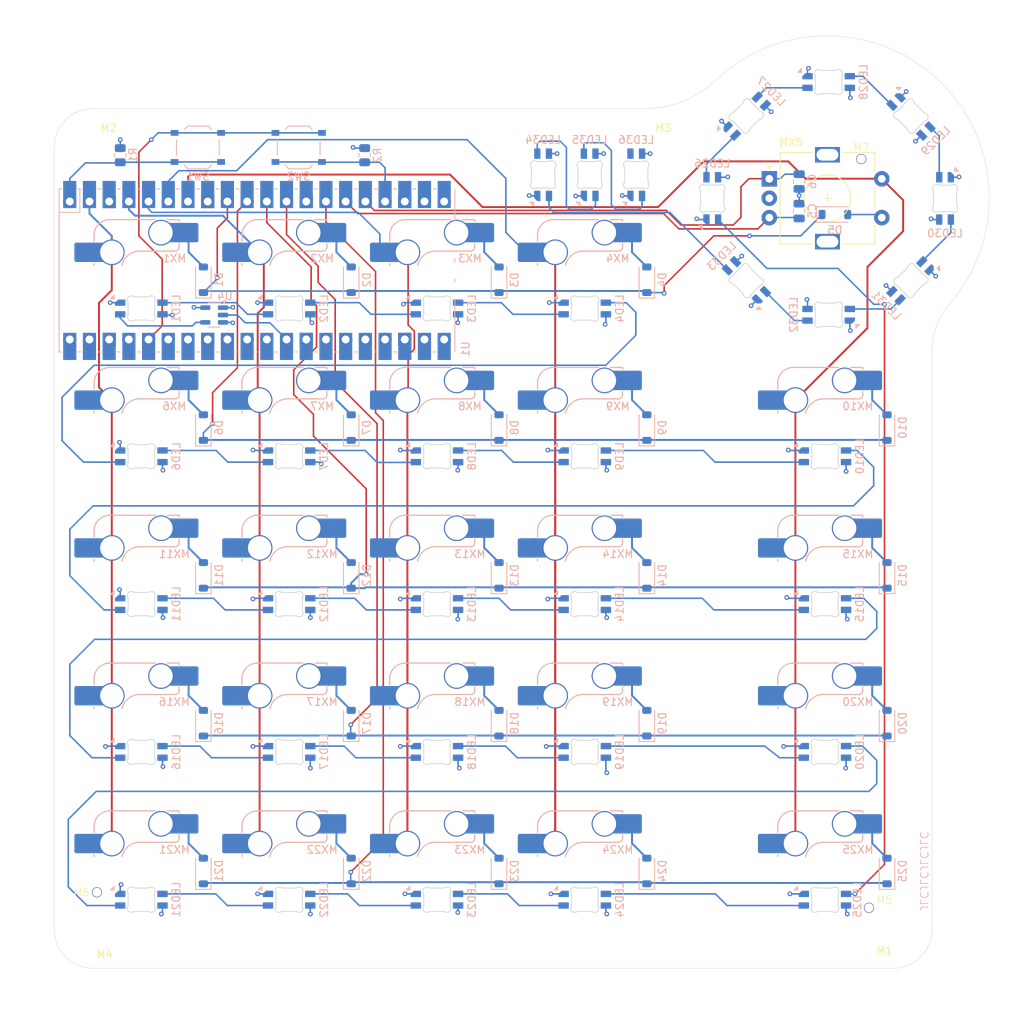
<source format=kicad_pcb>
(kicad_pcb (version 20240108) (generator "pcbnew") (generator_version "8.0")
  (title_block (title "Macropad5x5") (date "2024-07-21") (rev "1.1") (comment 1 "2024/7/21: minor fixes to footprints and traces."))
  (layers (0 "F.Cu" signal) (1 "In1.Cu" signal) (2 "In2.Cu" signal) (31 "B.Cu" signal) (34 "B.Paste" user) (35 "F.Paste" user) (36 "B.SilkS" user "B.Silkscreen") (37 "F.SilkS" user "F.Silkscreen") (38 "B.Mask" user) (39 "F.Mask" user) (44 "Edge.Cuts" user))
  (net 0 "")
  (net 1 "/ENC_B")
  (net 2 "GND")
  (net 3 "/ENC_A")
  (net 4 "Net-(D1-A)")
  (net 5 "/ROW1")
  (net 6 "Net-(D2-A)")
  (net 7 "Net-(D3-A)")
  (net 8 "Net-(D4-A)")
  (net 9 "/ENC_SW")
  (net 10 "Net-(D6-A)")
  (net 11 "/ROW2")
  (net 12 "Net-(D7-A)")
  (net 13 "Net-(D8-A)")
  (net 14 "Net-(D9-A)")
  (net 15 "Net-(D10-A)")
  (net 16 "/ROW3")
  (net 17 "Net-(D11-A)")
  (net 18 "Net-(D12-A)")
  (net 19 "Net-(D13-A)")
  (net 20 "Net-(D14-A)")
  (net 21 "Net-(D15-A)")
  (net 22 "/ROW4")
  (net 23 "Net-(D16-A)")
  (net 24 "Net-(D17-A)")
  (net 25 "Net-(D18-A)")
  (net 26 "Net-(D19-A)")
  (net 27 "Net-(D20-A)")
  (net 28 "/ROW5")
  (net 29 "Net-(D21-A)")
  (net 30 "Net-(D22-A)")
  (net 31 "Net-(D23-A)")
  (net 32 "Net-(D24-A)")
  (net 33 "Net-(D25-A)")
  (net 34 "Net-(LED1-DOUT)")
  (net 35 "Net-(LED1-DIN)")
  (net 36 "+5V")
  (net 37 "Net-(LED2-DOUT)")
  (net 38 "Net-(LED3-DOUT)")
  (net 39 "Net-(LED4-DOUT)")
  (net 40 "Net-(LED6-DOUT)")
  (net 41 "Net-(LED7-DOUT)")
  (net 42 "Net-(LED8-DOUT)")
  (net 43 "Net-(LED10-DIN)")
  (net 44 "Net-(LED10-DOUT)")
  (net 45 "Net-(LED11-DOUT)")
  (net 46 "Net-(LED12-DOUT)")
  (net 47 "Net-(LED13-DOUT)")
  (net 48 "Net-(LED14-DOUT)")
  (net 49 "Net-(LED15-DOUT)")
  (net 50 "Net-(LED16-DOUT)")
  (net 51 "Net-(LED17-DOUT)")
  (net 52 "Net-(LED18-DOUT)")
  (net 53 "Net-(LED19-DOUT)")
  (net 54 "Net-(LED20-DOUT)")
  (net 55 "Net-(LED21-DOUT)")
  (net 56 "Net-(LED22-DOUT)")
  (net 57 "Net-(LED23-DOUT)")
  (net 58 "Net-(LED24-DOUT)")
  (net 59 "Net-(LED25-DOUT)")
  (net 60 "Net-(LED26-DOUT)")
  (net 61 "Net-(LED27-DOUT)")
  (net 62 "Net-(LED28-DOUT)")
  (net 63 "Net-(LED29-DOUT)")
  (net 64 "Net-(LED30-DOUT)")
  (net 65 "Net-(LED31-DOUT)")
  (net 66 "Net-(LED32-DOUT)")
  (net 67 "Net-(LED33-DOUT)")
  (net 68 "Net-(LED34-DOUT)")
  (net 69 "Net-(LED35-DOUT)")
  (net 71 "/COL1")
  (net 72 "/COL2")
  (net 73 "/COL3")
  (net 74 "/COL4")
  (net 75 "/COL5")
  (net 76 "/USR1")
  (net 77 "/USR2")
  (net 78 "+3.3V")
  (net 80 "/LED_BUS")
  (footprint "MountingHole:MountingHole_3mm" (layer "F.Cu") (at 157.5 155)
    (property "Reference" "M1")
    (property "Value" "MountingHole")
  )
  (footprint "Macropad:JLCPCB_Tooling_Hole" (layer "F.Cu") (at 152 54.5)
    (property "Reference" "M7")
    (property "Value" "MountingHole")
  )
  (footprint "Macropad:JLCPCB_Tooling_Hole" (layer "F.Cu") (at 153 151)
    (property "Reference" "M5")
    (property "Value" "MountingHole")
  )
  (footprint "MountingHole:MountingHole_3mm" (layer "F.Cu") (at 52 51.5)
    (property "Reference" "M2")
    (property "Value" "MountingHole")
  )
  (footprint "MountingHole:MountingHole_3mm" (layer "F.Cu") (at 52 155)
    (property "Reference" "M4")
    (property "Value" "MountingHole")
  )
  (footprint "Macropad:JLCPCB_Tooling_Hole" (layer "F.Cu") (at 53.5 149)
    (property "Reference" "M6")
    (property "Value" "MountingHole")
  )
  (footprint "Rotary_Encoder:RotaryEncoder_Alps_EC11E-Switch_Vertical_H20mm" (layer "F.Cu") (at 140.15 57.05)
    (property "Reference" "MX5")
    (property "Value" "RotaryEncoder_Switch")
  )
  (footprint "MountingHole:MountingHole_3mm" (layer "F.Cu") (at 129.5 51.5)
    (property "Reference" "M3")
    (property "Value" "MountingHole")
  )
  (footprint "Diode_SMD:D_SOD-123" (layer "B.Cu") (at 86.26695 70.0593 90)
    (property "Reference" "D2")
    (property "Value" "1N4148W")
  )
  (footprint "Diode_SMD:D_SOD-123" (layer "B.Cu") (at 124.36695 127.2093 90)
    (property "Reference" "D19")
    (property "Value" "1N4148W")
  )
  (footprint "Macropad:LED_choc_6028R" (layer "B.Cu") (at 147.3232 130.9093 180)
    (property "Reference" "LED20")
    (property "Value" "choc_SK6812MINI-E")
    (fp_line (start 1.699999 0.702841) (end 1.699999 -0.702843) (stroke (width 0.1)) (layer "Edge.Cuts"))
    (fp_line (start 0.794453 -1.5) (end -0.794452 -1.5) (stroke (width 0.1)) (layer "Edge.Cuts"))
    (fp_line (start -0.794452 1.499999) (end 0.794452 1.499999) (stroke (width 0.1)) (layer "Edge.Cuts"))
    (fp_line (start -1.699999 -0.702843) (end -1.699999 0.702841) (stroke (width 0.1)) (layer "Edge.Cuts"))
    (fp_arc (start 1.749484 0.919719) (mid 1.71254 0.814066) (end 1.699999 0.702841) (stroke (width 0.1)) (layer "Edge.Cuts"))
    (fp_arc (start 1.749484 0.919718) (mid 1.638073 1.504037) (end 1.046711 1.568298) (stroke (width 0.1)) (layer "Edge.Cuts"))
    (fp_arc (start 1.699999 -0.702844) (mid 1.712536 -0.814067) (end 1.749484 -0.919721) (stroke (width 0.1)) (layer "Edge.Cuts"))
    (fp_arc (start 1.046711 -1.568299) (mid 1.638071 -1.504036) (end 1.749484 -0.919721) (stroke (width 0.1)) (layer "Edge.Cuts"))
    (fp_arc (start 1.046711 -1.568299) (mid 0.925123 -1.517377) (end 0.794453 -1.5) (stroke (width 0.1)) (layer "Edge.Cuts"))
    (fp_arc (start 0.794452 1.499999) (mid 0.925123 1.517376) (end 1.046711 1.568298) (stroke (width 0.1)) (layer "Edge.Cuts"))
    (fp_arc (start -0.794453 -1.500001) (mid -0.925123 -1.517378) (end -1.046711 -1.5683) (stroke (width 0.1)) (layer "Edge.Cuts"))
    (fp_arc (start -1.04671 1.568298) (mid -0.925122 1.517376) (end -0.794452 1.499999) (stroke (width 0.1)) (layer "Edge.Cuts"))
    (fp_arc (start -1.046711 1.568296) (mid -1.63807 1.504033) (end -1.749484 0.919719) (stroke (width 0.1)) (layer "Edge.Cuts"))
    (fp_arc (start -1.699999 0.702842) (mid -1.712527 0.814067) (end -1.749484 0.919719) (stroke (width 0.1)) (layer "Edge.Cuts"))
    (fp_arc (start -1.749484 -0.919721) (mid -1.638071 -1.504036) (end -1.046711 -1.5683) (stroke (width 0.1)) (layer "Edge.Cuts"))
    (fp_arc (start -1.749484 -0.919721) (mid -1.712527 -0.814069) (end -1.699999 -0.702843) (stroke (width 0.1)) (layer "Edge.Cuts"))
  )
  (footprint "Diode_SMD:D_SOD-123" (layer "B.Cu") (at 67.21695 127.2093 90)
    (property "Reference" "D16")
    (property "Value" "1N4148W")
  )
  (footprint "Diode_SMD:D_SOD-123" (layer "B.Cu") (at 155.3232 108.1593 90)
    (property "Reference" "D15")
    (property "Value" "1N4148W")
  )
  (footprint "PCM_marbastlib-mx:SW_MX_HS_CPG151101S11_1u" (layer "B.Cu") (at 97.31695 126.2093 180)
    (property "Reference" "MX18")
    (property "Value" "MX_SW_HS")
  )
  (footprint "Macropad:RPi_PicoW_SMD_TH_NOSWD" (layer "B.Cu") (at 74.12 68.86 -90)
    (property "Reference" "U1")
    (property "Value" "PicoW")
  )
  (footprint "Diode_SMD:D_SOD-123" (layer "B.Cu") (at 105.31695 108.1593 90)
    (property "Reference" "D13")
    (property "Value" "1N4148W")
  )
  (footprint "PCM_marbastlib-mx:SW_MX_HS_CPG151101S11_1u" (layer "B.Cu") (at 116.36695 69.0593 180)
    (property "Reference" "MX4")
    (property "Value" "MX_SW_HS")
  )
  (footprint "Macropad:LED_choc_6028R" (layer "B.Cu") (at 78.26695 92.8093 180)
    (property "Reference" "LED7")
    (property "Value" "choc_SK6812MINI-E")
    (fp_line (start 1.699999 0.702841) (end 1.699999 -0.702843) (stroke (width 0.1)) (layer "Edge.Cuts"))
    (fp_line (start 0.794453 -1.5) (end -0.794452 -1.5) (stroke (width 0.1)) (layer "Edge.Cuts"))
    (fp_line (start -0.794452 1.499999) (end 0.794452 1.499999) (stroke (width 0.1)) (layer "Edge.Cuts"))
    (fp_line (start -1.699999 -0.702843) (end -1.699999 0.702841) (stroke (width 0.1)) (layer "Edge.Cuts"))
    (fp_arc (start 1.749484 0.919719) (mid 1.71254 0.814066) (end 1.699999 0.702841) (stroke (width 0.1)) (layer "Edge.Cuts"))
    (fp_arc (start 1.749484 0.919718) (mid 1.638073 1.504037) (end 1.046711 1.568298) (stroke (width 0.1)) (layer "Edge.Cuts"))
    (fp_arc (start 1.699999 -0.702844) (mid 1.712536 -0.814067) (end 1.749484 -0.919721) (stroke (width 0.1)) (layer "Edge.Cuts"))
    (fp_arc (start 1.046711 -1.568299) (mid 1.638071 -1.504036) (end 1.749484 -0.919721) (stroke (width 0.1)) (layer "Edge.Cuts"))
    (fp_arc (start 1.046711 -1.568299) (mid 0.925123 -1.517377) (end 0.794453 -1.5) (stroke (width 0.1)) (layer "Edge.Cuts"))
    (fp_arc (start 0.794452 1.499999) (mid 0.925123 1.517376) (end 1.046711 1.568298) (stroke (width 0.1)) (layer "Edge.Cuts"))
    (fp_arc (start -0.794453 -1.500001) (mid -0.925123 -1.517378) (end -1.046711 -1.5683) (stroke (width 0.1)) (layer "Edge.Cuts"))
    (fp_arc (start -1.04671 1.568298) (mid -0.925122 1.517376) (end -0.794452 1.499999) (stroke (width 0.1)) (layer "Edge.Cuts"))
    (fp_arc (start -1.046711 1.568296) (mid -1.63807 1.504033) (end -1.749484 0.919719) (stroke (width 0.1)) (layer "Edge.Cuts"))
    (fp_arc (start -1.699999 0.702842) (mid -1.712527 0.814067) (end -1.749484 0.919719) (stroke (width 0.1)) (layer "Edge.Cuts"))
    (fp_arc (start -1.749484 -0.919721) (mid -1.638071 -1.504036) (end -1.046711 -1.5683) (stroke (width 0.1)) (layer "Edge.Cuts"))
    (fp_arc (start -1.749484 -0.919721) (mid -1.712527 -0.814069) (end -1.699999 -0.702843) (stroke (width 0.1)) (layer "Edge.Cuts"))
  )
  (footprint "PCM_marbastlib-mx:SW_MX_HS_CPG151101S11_1u" (layer "B.Cu") (at 78.26695 107.1593 180)
    (property "Reference" "MX12")
    (property "Value" "MX_SW_HS")
  )
  (footprint "Macropad:LED_choc_6028R" (layer "B.Cu") (at 132.800516 59.5703 -90)
    (property "Reference" "LED26")
    (property "Value" "choc_SK6812MINI-E")
    (fp_line (start -0.794452 1.499999) (end 0.794452 1.499999) (stroke (width 0.1)) (layer "Edge.Cuts"))
    (fp_line (start 1.699999 0.702841) (end 1.699999 -0.702843) (stroke (width 0.1)) (layer "Edge.Cuts"))
    (fp_line (start -1.699999 -0.702843) (end -1.699999 0.702841) (stroke (width 0.1)) (layer "Edge.Cuts"))
    (fp_line (start 0.794453 -1.5) (end -0.794452 -1.5) (stroke (width 0.1)) (layer "Edge.Cuts"))
    (fp_arc (start -1.04671 1.568298) (mid -0.925122 1.517376) (end -0.794452 1.499999) (stroke (width 0.1)) (layer "Edge.Cuts"))
    (fp_arc (start -1.046711 1.568296) (mid -1.63807 1.504033) (end -1.749484 0.919719) (stroke (width 0.1)) (layer "Edge.Cuts"))
    (fp_arc (start 0.794452 1.499999) (mid 0.925123 1.517376) (end 1.046711 1.568298) (stroke (width 0.1)) (layer "Edge.Cuts"))
    (fp_arc (start 1.749484 0.919719) (mid 1.71254 0.814066) (end 1.699999 0.702841) (stroke (width 0.1)) (layer "Edge.Cuts"))
    (fp_arc (start 1.749484 0.919718) (mid 1.638073 1.504037) (end 1.046711 1.568298) (stroke (width 0.1)) (layer "Edge.Cuts"))
    (fp_arc (start -1.699999 0.702842) (mid -1.712527 0.814067) (end -1.749484 0.919719) (stroke (width 0.1)) (layer "Edge.Cuts"))
    (fp_arc (start 1.699999 -0.702844) (mid 1.712536 -0.814067) (end 1.749484 -0.919721) (stroke (width 0.1)) (layer "Edge.Cuts"))
    (fp_arc (start -1.749484 -0.919721) (mid -1.712527 -0.814069) (end -1.699999 -0.702843) (stroke (width 0.1)) (layer "Edge.Cuts"))
    (fp_arc (start -1.749484 -0.919721) (mid -1.638071 -1.504036) (end -1.046711 -1.5683) (stroke (width 0.1)) (layer "Edge.Cuts"))
    (fp_arc (start -0.794453 -1.500001) (mid -0.925123 -1.517378) (end -1.046711 -1.5683) (stroke (width 0.1)) (layer "Edge.Cuts"))
    (fp_arc (start 1.046711 -1.568299) (mid 1.638071 -1.504036) (end 1.749484 -0.919721) (stroke (width 0.1)) (layer "Edge.Cuts"))
    (fp_arc (start 1.046711 -1.568299) (mid 0.925123 -1.517377) (end 0.794453 -1.5) (stroke (width 0.1)) (layer "Edge.Cuts"))
  )
  (footprint "PCM_marbastlib-mx:SW_MX_HS_CPG151101S11_1u" (layer "B.Cu") (at 59.21695 126.2093 180)
    (property "Reference" "MX16")
    (property "Value" "MX_SW_HS")
  )
  (footprint "Diode_SMD:D_SOD-123" (layer "B.Cu") (at 148.6 61.65)
    (property "Reference" "D5")
    (property "Value" "1N4148W")
  )
  (footprint "PCM_marbastlib-mx:SW_MX_HS_CPG151101S11_1u" (layer "B.Cu") (at 97.31695 107.1593 180)
    (property "Reference" "MX13")
    (property "Value" "MX_SW_HS")
  )
  (footprint "Macropad:LED_choc_6028R" (layer "B.Cu") (at 59.21695 111.8593 180)
    (property "Reference" "LED11")
    (property "Value" "choc_SK6812MINI-E")
    (fp_line (start 1.699999 0.702841) (end 1.699999 -0.702843) (stroke (width 0.1)) (layer "Edge.Cuts"))
    (fp_line (start 0.794453 -1.5) (end -0.794452 -1.5) (stroke (width 0.1)) (layer "Edge.Cuts"))
    (fp_line (start -0.794452 1.499999) (end 0.794452 1.499999) (stroke (width 0.1)) (layer "Edge.Cuts"))
    (fp_line (start -1.699999 -0.702843) (end -1.699999 0.702841) (stroke (width 0.1)) (layer "Edge.Cuts"))
    (fp_arc (start 1.749484 0.919719) (mid 1.71254 0.814066) (end 1.699999 0.702841) (stroke (width 0.1)) (layer "Edge.Cuts"))
    (fp_arc (start 1.749484 0.919718) (mid 1.638073 1.504037) (end 1.046711 1.568298) (stroke (width 0.1)) (layer "Edge.Cuts"))
    (fp_arc (start 1.699999 -0.702844) (mid 1.712536 -0.814067) (end 1.749484 -0.919721) (stroke (width 0.1)) (layer "Edge.Cuts"))
    (fp_arc (start 1.046711 -1.568299) (mid 1.638071 -1.504036) (end 1.749484 -0.919721) (stroke (width 0.1)) (layer "Edge.Cuts"))
    (fp_arc (start 1.046711 -1.568299) (mid 0.925123 -1.517377) (end 0.794453 -1.5) (stroke (width 0.1)) (layer "Edge.Cuts"))
    (fp_arc (start 0.794452 1.499999) (mid 0.925123 1.517376) (end 1.046711 1.568298) (stroke (width 0.1)) (layer "Edge.Cuts"))
    (fp_arc (start -0.794453 -1.500001) (mid -0.925123 -1.517378) (end -1.046711 -1.5683) (stroke (width 0.1)) (layer "Edge.Cuts"))
    (fp_arc (start -1.04671 1.568298) (mid -0.925122 1.517376) (end -0.794452 1.499999) (stroke (width 0.1)) (layer "Edge.Cuts"))
    (fp_arc (start -1.046711 1.568296) (mid -1.63807 1.504033) (end -1.749484 0.919719) (stroke (width 0.1)) (layer "Edge.Cuts"))
    (fp_arc (start -1.699999 0.702842) (mid -1.712527 0.814067) (end -1.749484 0.919719) (stroke (width 0.1)) (layer "Edge.Cuts"))
    (fp_arc (start -1.749484 -0.919721) (mid -1.638071 -1.504036) (end -1.046711 -1.5683) (stroke (width 0.1)) (layer "Edge.Cuts"))
    (fp_arc (start -1.749484 -0.919721) (mid -1.712527 -0.814069) (end -1.699999 -0.702843) (stroke (width 0.1)) (layer "Edge.Cuts"))
  )
  (footprint "PCM_marbastlib-mx:SW_MX_HS_CPG151101S11_1u" (layer "B.Cu") (at 97.31695 145.2593 180)
    (property "Reference" "MX23")
    (property "Value" "MX_SW_HS")
  )
  (footprint "PCM_marbastlib-mx:SW_MX_HS_CPG151101S11_1.25u" (layer "B.Cu") (at 147.3232 107.1593 180)
    (property "Reference" "MX15")
    (property "Value" "MX_SW_HS")
  )
  (footprint "PCM_marbastlib-mx:SW_MX_HS_CPG151101S11_1.25u" (layer "B.Cu") (at 147.3232 145.2593 180)
    (property "Reference" "MX25")
    (property "Value" "MX_SW_HS")
  )
  (footprint "Macropad:LED_choc_6028R" (layer "B.Cu") (at 78.26695 149.9593 180)
    (property "Reference" "LED22")
    (property "Value" "choc_SK6812MINI-E")
    (fp_line (start 1.699999 0.702841) (end 1.699999 -0.702843) (stroke (width 0.1)) (layer "Edge.Cuts"))
    (fp_line (start 0.794453 -1.5) (end -0.794452 -1.5) (stroke (width 0.1)) (layer "Edge.Cuts"))
    (fp_line (start -0.794452 1.499999) (end 0.794452 1.499999) (stroke (width 0.1)) (layer "Edge.Cuts"))
    (fp_line (start -1.699999 -0.702843) (end -1.699999 0.702841) (stroke (width 0.1)) (layer "Edge.Cuts"))
    (fp_arc (start 1.749484 0.919719) (mid 1.71254 0.814066) (end 1.699999 0.702841) (stroke (width 0.1)) (layer "Edge.Cuts"))
    (fp_arc (start 1.749484 0.919718) (mid 1.638073 1.504037) (end 1.046711 1.568298) (stroke (width 0.1)) (layer "Edge.Cuts"))
    (fp_arc (start 1.699999 -0.702844) (mid 1.712536 -0.814067) (end 1.749484 -0.919721) (stroke (width 0.1)) (layer "Edge.Cuts"))
    (fp_arc (start 1.046711 -1.568299) (mid 1.638071 -1.504036) (end 1.749484 -0.919721) (stroke (width 0.1)) (layer "Edge.Cuts"))
    (fp_arc (start 1.046711 -1.568299) (mid 0.925123 -1.517377) (end 0.794453 -1.5) (stroke (width 0.1)) (layer "Edge.Cuts"))
    (fp_arc (start 0.794452 1.499999) (mid 0.925123 1.517376) (end 1.046711 1.568298) (stroke (width 0.1)) (layer "Edge.Cuts"))
    (fp_arc (start -0.794453 -1.500001) (mid -0.925123 -1.517378) (end -1.046711 -1.5683) (stroke (width 0.1)) (layer "Edge.Cuts"))
    (fp_arc (start -1.04671 1.568298) (mid -0.925122 1.517376) (end -0.794452 1.499999) (stroke (width 0.1)) (layer "Edge.Cuts"))
    (fp_arc (start -1.046711 1.568296) (mid -1.63807 1.504033) (end -1.749484 0.919719) (stroke (width 0.1)) (layer "Edge.Cuts"))
    (fp_arc (start -1.699999 0.702842) (mid -1.712527 0.814067) (end -1.749484 0.919719) (stroke (width 0.1)) (layer "Edge.Cuts"))
    (fp_arc (start -1.749484 -0.919721) (mid -1.638071 -1.504036) (end -1.046711 -1.5683) (stroke (width 0.1)) (layer "Edge.Cuts"))
    (fp_arc (start -1.749484 -0.919721) (mid -1.712527 -0.814069) (end -1.699999 -0.702843) (stroke (width 0.1)) (layer "Edge.Cuts"))
  )
  (footprint "Macropad:LED_choc_6028R" (layer "B.Cu") (at 97.31695 73.7593 180)
    (property "Reference" "LED3")
    (property "Value" "choc_SK6812MINI-E")
    (fp_line (start 1.699999 0.702841) (end 1.699999 -0.702843) (stroke (width 0.1)) (layer "Edge.Cuts"))
    (fp_line (start 0.794453 -1.5) (end -0.794452 -1.5) (stroke (width 0.1)) (layer "Edge.Cuts"))
    (fp_line (start -0.794452 1.499999) (end 0.794452 1.499999) (stroke (width 0.1)) (layer "Edge.Cuts"))
    (fp_line (start -1.699999 -0.702843) (end -1.699999 0.702841) (stroke (width 0.1)) (layer "Edge.Cuts"))
    (fp_arc (start 1.749484 0.919719) (mid 1.71254 0.814066) (end 1.699999 0.702841) (stroke (width 0.1)) (layer "Edge.Cuts"))
    (fp_arc (start 1.749484 0.919718) (mid 1.638073 1.504037) (end 1.046711 1.568298) (stroke (width 0.1)) (layer "Edge.Cuts"))
    (fp_arc (start 1.699999 -0.702844) (mid 1.712536 -0.814067) (end 1.749484 -0.919721) (stroke (width 0.1)) (layer "Edge.Cuts"))
    (fp_arc (start 1.046711 -1.568299) (mid 1.638071 -1.504036) (end 1.749484 -0.919721) (stroke (width 0.1)) (layer "Edge.Cuts"))
    (fp_arc (start 1.046711 -1.568299) (mid 0.925123 -1.517377) (end 0.794453 -1.5) (stroke (width 0.1)) (layer "Edge.Cuts"))
    (fp_arc (start 0.794452 1.499999) (mid 0.925123 1.517376) (end 1.046711 1.568298) (stroke (width 0.1)) (layer "Edge.Cuts"))
    (fp_arc (start -0.794453 -1.500001) (mid -0.925123 -1.517378) (end -1.046711 -1.5683) (stroke (width 0.1)) (layer "Edge.Cuts"))
    (fp_arc (start -1.04671 1.568298) (mid -0.925122 1.517376) (end -0.794452 1.499999) (stroke (width 0.1)) (layer "Edge.Cuts"))
    (fp_arc (start -1.046711 1.568296) (mid -1.63807 1.504033) (end -1.749484 0.919719) (stroke (width 0.1)) (layer "Edge.Cuts"))
    (fp_arc (start -1.699999 0.702842) (mid -1.712527 0.814067) (end -1.749484 0.919719) (stroke (width 0.1)) (layer "Edge.Cuts"))
    (fp_arc (start -1.749484 -0.919721) (mid -1.638071 -1.504036) (end -1.046711 -1.5683) (stroke (width 0.1)) (layer "Edge.Cuts"))
    (fp_arc (start -1.749484 -0.919721) (mid -1.712527 -0.814069) (end -1.699999 -0.702843) (stroke (width 0.1)) (layer "Edge.Cuts"))
  )
  (footprint "Diode_SMD:D_SOD-123" (layer "B.Cu") (at 124.36695 70.0593 90)
    (property "Reference" "D4")
    (property "Value" "1N4148W")
  )
  (footprint "PCM_marbastlib-mx:SW_MX_HS_CPG151101S11_1u" (layer "B.Cu") (at 59.21695 107.1593 180)
    (property "Reference" "MX11")
    (property "Value" "MX_SW_HS")
  )
  (footprint "Diode_SMD:D_SOD-123" (layer "B.Cu") (at 155.3232 127.2093 90)
    (property "Reference" "D20")
    (property "Value" "1N4148W")
  )
  (footprint "Macropad:LED_choc_6028R" (layer "B.Cu") (at 59.21695 92.8093 180)
    (property "Reference" "LED6")
    (property "Value" "choc_SK6812MINI-E")
    (fp_line (start 1.699999 0.702841) (end 1.699999 -0.702843) (stroke (width 0.1)) (layer "Edge.Cuts"))
    (fp_line (start 0.794453 -1.5) (end -0.794452 -1.5) (stroke (width 0.1)) (layer "Edge.Cuts"))
    (fp_line (start -0.794452 1.499999) (end 0.794452 1.499999) (stroke (width 0.1)) (layer "Edge.Cuts"))
    (fp_line (start -1.699999 -0.702843) (end -1.699999 0.702841) (stroke (width 0.1)) (layer "Edge.Cuts"))
    (fp_arc (start 1.749484 0.919719) (mid 1.71254 0.814066) (end 1.699999 0.702841) (stroke (width 0.1)) (layer "Edge.Cuts"))
    (fp_arc (start 1.749484 0.919718) (mid 1.638073 1.504037) (end 1.046711 1.568298) (stroke (width 0.1)) (layer "Edge.Cuts"))
    (fp_arc (start 1.699999 -0.702844) (mid 1.712536 -0.814067) (end 1.749484 -0.919721) (stroke (width 0.1)) (layer "Edge.Cuts"))
    (fp_arc (start 1.046711 -1.568299) (mid 1.638071 -1.504036) (end 1.749484 -0.919721) (stroke (width 0.1)) (layer "Edge.Cuts"))
    (fp_arc (start 1.046711 -1.568299) (mid 0.925123 -1.517377) (end 0.794453 -1.5) (stroke (width 0.1)) (layer "Edge.Cuts"))
    (fp_arc (start 0.794452 1.499999) (mid 0.925123 1.517376) (end 1.046711 1.568298) (stroke (width 0.1)) (layer "Edge.Cuts"))
    (fp_arc (start -0.794453 -1.500001) (mid -0.925123 -1.517378) (end -1.046711 -1.5683) (stroke (width 0.1)) (layer "Edge.Cuts"))
    (fp_arc (start -1.04671 1.568298) (mid -0.925122 1.517376) (end -0.794452 1.499999) (stroke (width 0.1)) (layer "Edge.Cuts"))
    (fp_arc (start -1.046711 1.568296) (mid -1.63807 1.504033) (end -1.749484 0.919719) (stroke (width 0.1)) (layer "Edge.Cuts"))
    (fp_arc (start -1.699999 0.702842) (mid -1.712527 0.814067) (end -1.749484 0.919719) (stroke (width 0.1)) (layer "Edge.Cuts"))
    (fp_arc (start -1.749484 -0.919721) (mid -1.638071 -1.504036) (end -1.046711 -1.5683) (stroke (width 0.1)) (layer "Edge.Cuts"))
    (fp_arc (start -1.749484 -0.919721) (mid -1.712527 -0.814069) (end -1.699999 -0.702843) (stroke (width 0.1)) (layer "Edge.Cuts"))
  )
  (footprint "Diode_SMD:D_SOD-123" (layer "B.Cu") (at 86.26695 108.1593 90)
    (property "Reference" "D12")
    (property "Value" "1N4148W")
  )
  (footprint "PCM_marbastlib-mx:SW_MX_HS_CPG151101S11_1u" (layer "B.Cu") (at 78.26695 69.0593 180)
    (property "Reference" "MX2")
    (property "Value" "MX_SW_HS")
  )
  (footprint "Diode_SMD:D_SOD-123" (layer "B.Cu") (at 124.36695 108.1593 90)
    (property "Reference" "D14")
    (property "Value" "1N4148W")
  )
  (footprint "Capacitor_SMD:C_0805_2012Metric" (layer "B.Cu") (at 144 61.2 90)
    (property "Reference" "C5")
    (property "Value" "10nF")
  )
  (footprint "Diode_SMD:D_SOD-123" (layer "B.Cu") (at 67.21695 70.0593 90)
    (property "Reference" "D1")
    (property "Value" "1N4148W")
  )
  (footprint "PCM_marbastlib-mx:SW_MX_HS_CPG151101S11_1u" (layer "B.Cu") (at 59.21695 88.1093 180)
    (property "Reference" "MX6")
    (property "Value" "MX_SW_HS")
  )
  (footprint "Diode_SMD:D_SOD-123" (layer "B.Cu") (at 86.26695 146.2593 90)
    (property "Reference" "D22")
    (property "Value" "1N4148W")
  )
  (footprint "Diode_SMD:D_SOD-123" (layer "B.Cu") (at 67.21695 108.1593 90)
    (property "Reference" "D11")
    (property "Value" "1N4148W")
  )
  (footprint "PCM_marbastlib-mx:SW_MX_HS_CPG151101S11_1u" (layer "B.Cu") (at 59.21695 145.2593 180)
    (property "Reference" "MX21")
    (property "Value" "MX_SW_HS")
  )
  (footprint "Diode_SMD:D_SOD-123" (layer "B.Cu") (at 124.36695 89.1093 90)
    (property "Reference" "D9")
    (property "Value" "1N4148W")
  )
  (footprint "Macropad:LED_choc_6028R" (layer "B.Cu") (at 59.21695 130.9093 180)
    (property "Reference" "LED16")
    (property "Value" "choc_SK6812MINI-E")
    (fp_line (start 1.699999 0.702841) (end 1.699999 -0.702843) (stroke (width 0.1)) (layer "Edge.Cuts"))
    (fp_line (start 0.794453 -1.5) (end -0.794452 -1.5) (stroke (width 0.1)) (layer "Edge.Cuts"))
    (fp_line (start -0.794452 1.499999) (end 0.794452 1.499999) (stroke (width 0.1)) (layer "Edge.Cuts"))
    (fp_line (start -1.699999 -0.702843) (end -1.699999 0.702841) (stroke (width 0.1)) (layer "Edge.Cuts"))
    (fp_arc (start 1.749484 0.919719) (mid 1.71254 0.814066) (end 1.699999 0.702841) (stroke (width 0.1)) (layer "Edge.Cuts"))
    (fp_arc (start 1.749484 0.919718) (mid 1.638073 1.504037) (end 1.046711 1.568298) (stroke (width 0.1)) (layer "Edge.Cuts"))
    (fp_arc (start 1.699999 -0.702844) (mid 1.712536 -0.814067) (end 1.749484 -0.919721) (stroke (width 0.1)) (layer "Edge.Cuts"))
    (fp_arc (start 1.046711 -1.568299) (mid 1.638071 -1.504036) (end 1.749484 -0.919721) (stroke (width 0.1)) (layer "Edge.Cuts"))
    (fp_arc (start 1.046711 -1.568299) (mid 0.925123 -1.517377) (end 0.794453 -1.5) (stroke (width 0.1)) (layer "Edge.Cuts"))
    (fp_arc (start 0.794452 1.499999) (mid 0.925123 1.517376) (end 1.046711 1.568298) (stroke (width 0.1)) (layer "Edge.Cuts"))
    (fp_arc (start -0.794453 -1.500001) (mid -0.925123 -1.517378) (end -1.046711 -1.5683) (stroke (width 0.1)) (layer "Edge.Cuts"))
    (fp_arc (start -1.04671 1.568298) (mid -0.925122 1.517376) (end -0.794452 1.499999) (stroke (width 0.1)) (layer "Edge.Cuts"))
    (fp_arc (start -1.046711 1.568296) (mid -1.63807 1.504033) (end -1.749484 0.919719) (stroke (width 0.1)) (layer "Edge.Cuts"))
    (fp_arc (start -1.699999 0.702842) (mid -1.712527 0.814067) (end -1.749484 0.919719) (stroke (width 0.1)) (layer "Edge.Cuts"))
    (fp_arc (start -1.749484 -0.919721) (mid -1.638071 -1.504036) (end -1.046711 -1.5683) (stroke (width 0.1)) (layer "Edge.Cuts"))
    (fp_arc (start -1.749484 -0.919721) (mid -1.712527 -0.814069) (end -1.699999 -0.702843) (stroke (width 0.1)) (layer "Edge.Cuts"))
  )
  (footprint "Macropad:LED_choc_6028R" (layer "B.Cu") (at 123 56.525 -90)
    (property "Reference" "LED36")
    (property "Value" "choc_SK6812MINI-E")
    (fp_line (start -0.794452 1.499999) (end 0.794452 1.499999) (stroke (width 0.1)) (layer "Edge.Cuts"))
    (fp_line (start 1.699999 0.702841) (end 1.699999 -0.702843) (stroke (width 0.1)) (layer "Edge.Cuts"))
    (fp_line (start -1.699999 -0.702843) (end -1.699999 0.702841) (stroke (width 0.1)) (layer "Edge.Cuts"))
    (fp_line (start 0.794453 -1.5) (end -0.794452 -1.5) (stroke (width 0.1)) (layer "Edge.Cuts"))
    (fp_arc (start -1.04671 1.568298) (mid -0.925122 1.517376) (end -0.794452 1.499999) (stroke (width 0.1)) (layer "Edge.Cuts"))
    (fp_arc (start -1.046711 1.568296) (mid -1.63807 1.504033) (end -1.749484 0.919719) (stroke (width 0.1)) (layer "Edge.Cuts"))
    (fp_arc (start 0.794452 1.499999) (mid 0.925123 1.517376) (end 1.046711 1.568298) (stroke (width 0.1)) (layer "Edge.Cuts"))
    (fp_arc (start 1.749484 0.919719) (mid 1.71254 0.814066) (end 1.699999 0.702841) (stroke (width 0.1)) (layer "Edge.Cuts"))
    (fp_arc (start 1.749484 0.919718) (mid 1.638073 1.504037) (end 1.046711 1.568298) (stroke (width 0.1)) (layer "Edge.Cuts"))
    (fp_arc (start -1.699999 0.702842) (mid -1.712527 0.814067) (end -1.749484 0.919719) (stroke (width 0.1)) (layer "Edge.Cuts"))
    (fp_arc (start 1.699999 -0.702844) (mid 1.712536 -0.814067) (end 1.749484 -0.919721) (stroke (width 0.1)) (layer "Edge.Cuts"))
    (fp_arc (start -1.749484 -0.919721) (mid -1.712527 -0.814069) (end -1.699999 -0.702843) (stroke (width 0.1)) (layer "Edge.Cuts"))
    (fp_arc (start -1.749484 -0.919721) (mid -1.638071 -1.504036) (end -1.046711 -1.5683) (stroke (width 0.1)) (layer "Edge.Cuts"))
    (fp_arc (start -0.794453 -1.500001) (mid -0.925123 -1.517378) (end -1.046711 -1.5683) (stroke (width 0.1)) (layer "Edge.Cuts"))
    (fp_arc (start 1.046711 -1.568299) (mid 1.638071 -1.504036) (end 1.749484 -0.919721) (stroke (width 0.1)) (layer "Edge.Cuts"))
    (fp_arc (start 1.046711 -1.568299) (mid 0.925123 -1.517377) (end 0.794453 -1.5) (stroke (width 0.1)) (layer "Edge.Cuts"))
  )
  (footprint "PCM_marbastlib-mx:SW_MX_HS_CPG151101S11_1.25u" (layer "B.Cu") (at 147.3232 88.1093 180)
    (property "Reference" "MX10")
    (property "Value" "MX_SW_HS")
  )
  (footprint "Macropad:LED_choc_6028R" (layer "B.Cu") (at 111 56.525 -90)
    (property "Reference" "LED34")
    (property "Value" "choc_SK6812MINI-E")
    (fp_line (start -0.794452 1.499999) (end 0.794452 1.499999) (stroke (width 0.1)) (layer "Edge.Cuts"))
    (fp_line (start 1.699999 0.702841) (end 1.699999 -0.702843) (stroke (width 0.1)) (layer "Edge.Cuts"))
    (fp_line (start -1.699999 -0.702843) (end -1.699999 0.702841) (stroke (width 0.1)) (layer "Edge.Cuts"))
    (fp_line (start 0.794453 -1.5) (end -0.794452 -1.5) (stroke (width 0.1)) (layer "Edge.Cuts"))
    (fp_arc (start -1.04671 1.568298) (mid -0.925122 1.517376) (end -0.794452 1.499999) (stroke (width 0.1)) (layer "Edge.Cuts"))
    (fp_arc (start -1.046711 1.568296) (mid -1.63807 1.504033) (end -1.749484 0.919719) (stroke (width 0.1)) (layer "Edge.Cuts"))
    (fp_arc (start 0.794452 1.499999) (mid 0.925123 1.517376) (end 1.046711 1.568298) (stroke (width 0.1)) (layer "Edge.Cuts"))
    (fp_arc (start 1.749484 0.919719) (mid 1.71254 0.814066) (end 1.699999 0.702841) (stroke (width 0.1)) (layer "Edge.Cuts"))
    (fp_arc (start 1.749484 0.919718) (mid 1.638073 1.504037) (end 1.046711 1.568298) (stroke (width 0.1)) (layer "Edge.Cuts"))
    (fp_arc (start -1.699999 0.702842) (mid -1.712527 0.814067) (end -1.749484 0.919719) (stroke (width 0.1)) (layer "Edge.Cuts"))
    (fp_arc (start 1.699999 -0.702844) (mid 1.712536 -0.814067) (end 1.749484 -0.919721) (stroke (width 0.1)) (layer "Edge.Cuts"))
    (fp_arc (start -1.749484 -0.919721) (mid -1.712527 -0.814069) (end -1.699999 -0.702843) (stroke (width 0.1)) (layer "Edge.Cuts"))
    (fp_arc (start -1.749484 -0.919721) (mid -1.638071 -1.504036) (end -1.046711 -1.5683) (stroke (width 0.1)) (layer "Edge.Cuts"))
    (fp_arc (start -0.794453 -1.500001) (mid -0.925123 -1.517378) (end -1.046711 -1.5683) (stroke (width 0.1)) (layer "Edge.Cuts"))
    (fp_arc (start 1.046711 -1.568299) (mid 1.638071 -1.504036) (end 1.749484 -0.919721) (stroke (width 0.1)) (layer "Edge.Cuts"))
    (fp_arc (start 1.046711 -1.568299) (mid 0.925123 -1.517377) (end 0.794453 -1.5) (stroke (width 0.1)) (layer "Edge.Cuts"))
  )
  (footprint "Macropad:LED_choc_6028R" (layer "B.Cu") (at 158.407117 70.176901 45)
    (property "Reference" "LED31")
    (property "Value" "choc_SK6812MINI-E")
    (fp_line (start -1.699999 -0.702843) (end -1.699999 0.702841) (stroke (width 0.1)) (layer "Edge.Cuts"))
    (fp_line (start 0.794453 -1.5) (end -0.794452 -1.5) (stroke (width 0.1)) (layer "Edge.Cuts"))
    (fp_line (start -0.794452 1.499999) (end 0.794452 1.499999) (stroke (width 0.1)) (layer "Edge.Cuts"))
    (fp_line (start 1.699999 0.702841) (end 1.699999 -0.702843) (stroke (width 0.1)) (layer "Edge.Cuts"))
    (fp_arc (start -1.749484 -0.919721) (mid -1.638071 -1.504036) (end -1.046711 -1.5683) (stroke (width 0.1)) (layer "Edge.Cuts"))
    (fp_arc (start -1.749484 -0.919721) (mid -1.712527 -0.814069) (end -1.699999 -0.702843) (stroke (width 0.1)) (layer "Edge.Cuts"))
    (fp_arc (start -0.794453 -1.500001) (mid -0.925123 -1.517378) (end -1.046711 -1.5683) (stroke (width 0.1)) (layer "Edge.Cuts"))
    (fp_arc (start -1.699999 0.702842) (mid -1.712526 0.814069) (end -1.749484 0.91972) (stroke (width 0.1)) (layer "Edge.Cuts"))
    (fp_arc (start 1.046711 -1.568298) (mid 0.925123 -1.517378) (end 0.794453 -1.5) (stroke (width 0.1)) (layer "Edge.Cuts"))
    (fp_arc (start 1.046711 -1.568298) (mid 1.638071 -1.504036) (end 1.749484 -0.919721) (stroke (width 0.1)) (layer "Edge.Cuts"))
    (fp_arc (start -1.046711 1.568296) (mid -1.638069 1.504033) (end -1.749484 0.91972) (stroke (width 0.1)) (layer "Edge.Cuts"))
    (fp_arc (start -1.04671 1.568298) (mid -0.925123 1.517375) (end -0.794452 1.499999) (stroke (width 0.1)) (layer "Edge.Cuts"))
    (fp_arc (start 1.699999 -0.702844) (mid 1.712537 -0.814067) (end 1.749484 -0.919721) (stroke (width 0.1)) (layer "Edge.Cuts"))
    (fp_arc (start 0.794452 1.499999) (mid 0.925123 1.517376) (end 1.046711 1.568298) (stroke (width 0.1)) (layer "Edge.Cuts"))
    (fp_arc (start 1.749484 0.919718) (mid 1.638073 1.504037) (end 1.046711 1.568298) (stroke (width 0.1)) (layer "Edge.Cuts"))
    (fp_arc (start 1.749484 0.91972) (mid 1.71254 0.814066) (end 1.699999 0.702841) (stroke (width 0.1)) (layer "Edge.Cuts"))
  )
  (footprint "Diode_SMD:D_SOD-123" (layer "B.Cu") (at 105.31695 70.0593 90)
    (property "Reference" "D3")
    (property "Value" "1N4148W")
  )
  (footprint "Capacitor_SMD:C_0805_2012Metric" (layer "B.Cu") (at 144 57.4 90)
    (property "Reference" "C6")
    (property "Value" "10nF")
  )
  (footprint "Macropad:LED_choc_6028R" (layer "B.Cu") (at 116.36695 92.8093 180)
    (property "Reference" "LED9")
    (property "Value" "choc_SK6812MINI-E")
    (fp_line (start 1.699999 0.702841) (end 1.699999 -0.702843) (stroke (width 0.1)) (layer "Edge.Cuts"))
    (fp_line (start 0.794453 -1.5) (end -0.794452 -1.5) (stroke (width 0.1)) (layer "Edge.Cuts"))
    (fp_line (start -0.794452 1.499999) (end 0.794452 1.499999) (stroke (width 0.1)) (layer "Edge.Cuts"))
    (fp_line (start -1.699999 -0.702843) (end -1.699999 0.702841) (stroke (width 0.1)) (layer "Edge.Cuts"))
    (fp_arc (start 1.749484 0.919719) (mid 1.71254 0.814066) (end 1.699999 0.702841) (stroke (width 0.1)) (layer "Edge.Cuts"))
    (fp_arc (start 1.749484 0.919718) (mid 1.638073 1.504037) (end 1.046711 1.568298) (stroke (width 0.1)) (layer "Edge.Cuts"))
    (fp_arc (start 1.699999 -0.702844) (mid 1.712536 -0.814067) (end 1.749484 -0.919721) (stroke (width 0.1)) (layer "Edge.Cuts"))
    (fp_arc (start 1.046711 -1.568299) (mid 1.638071 -1.504036) (end 1.749484 -0.919721) (stroke (width 0.1)) (layer "Edge.Cuts"))
    (fp_arc (start 1.046711 -1.568299) (mid 0.925123 -1.517377) (end 0.794453 -1.5) (stroke (width 0.1)) (layer "Edge.Cuts"))
    (fp_arc (start 0.794452 1.499999) (mid 0.925123 1.517376) (end 1.046711 1.568298) (stroke (width 0.1)) (layer "Edge.Cuts"))
    (fp_arc (start -0.794453 -1.500001) (mid -0.925123 -1.517378) (end -1.046711 -1.5683) (stroke (width 0.1)) (layer "Edge.Cuts"))
    (fp_arc (start -1.04671 1.568298) (mid -0.925122 1.517376) (end -0.794452 1.499999) (stroke (width 0.1)) (layer "Edge.Cuts"))
    (fp_arc (start -1.046711 1.568296) (mid -1.63807 1.504033) (end -1.749484 0.919719) (stroke (width 0.1)) (layer "Edge.Cuts"))
    (fp_arc (start -1.699999 0.702842) (mid -1.712527 0.814067) (end -1.749484 0.919719) (stroke (width 0.1)) (layer "Edge.Cuts"))
    (fp_arc (start -1.749484 -0.919721) (mid -1.638071 -1.504036) (end -1.046711 -1.5683) (stroke (width 0.1)) (layer "Edge.Cuts"))
    (fp_arc (start -1.749484 -0.919721) (mid -1.712527 -0.814069) (end -1.699999 -0.702843) (stroke (width 0.1)) (layer "Edge.Cuts"))
  )
  (footprint "Macropad:LED_choc_6028R" (layer "B.Cu") (at 147.800516 74.5703)
    (property "Reference" "LED32")
    (property "Value" "choc_SK6812MINI-E")
    (fp_line (start -1.699999 -0.702843) (end -1.699999 0.702841) (stroke (width 0.1)) (layer "Edge.Cuts"))
    (fp_line (start -0.794452 1.499999) (end 0.794452 1.499999) (stroke (width 0.1)) (layer "Edge.Cuts"))
    (fp_line (start 0.794453 -1.5) (end -0.794452 -1.5) (stroke (width 0.1)) (layer "Edge.Cuts"))
    (fp_line (start 1.699999 0.702841) (end 1.699999 -0.702843) (stroke (width 0.1)) (layer "Edge.Cuts"))
    (fp_arc (start -1.749484 -0.919721) (mid -1.712527 -0.814069) (end -1.699999 -0.702843) (stroke (width 0.1)) (layer "Edge.Cuts"))
    (fp_arc (start -1.749484 -0.919721) (mid -1.638071 -1.504036) (end -1.046711 -1.5683) (stroke (width 0.1)) (layer "Edge.Cuts"))
    (fp_arc (start -1.699999 0.702842) (mid -1.712527 0.814067) (end -1.749484 0.919719) (stroke (width 0.1)) (layer "Edge.Cuts"))
    (fp_arc (start -1.046711 1.568296) (mid -1.63807 1.504033) (end -1.749484 0.919719) (stroke (width 0.1)) (layer "Edge.Cuts"))
    (fp_arc (start -1.04671 1.568298) (mid -0.925122 1.517376) (end -0.794452 1.499999) (stroke (width 0.1)) (layer "Edge.Cuts"))
    (fp_arc (start -0.794453 -1.500001) (mid -0.925123 -1.517378) (end -1.046711 -1.5683) (stroke (width 0.1)) (layer "Edge.Cuts"))
    (fp_arc (start 0.794452 1.499999) (mid 0.925123 1.517376) (end 1.046711 1.568298) (stroke (width 0.1)) (layer "Edge.Cuts"))
    (fp_arc (start 1.046711 -1.568299) (mid 0.925123 -1.517377) (end 0.794453 -1.5) (stroke (width 0.1)) (layer "Edge.Cuts"))
    (fp_arc (start 1.046711 -1.568299) (mid 1.638071 -1.504036) (end 1.749484 -0.919721) (stroke (width 0.1)) (layer "Edge.Cuts"))
    (fp_arc (start 1.699999 -0.702844) (mid 1.712536 -0.814067) (end 1.749484 -0.919721) (stroke (width 0.1)) (layer "Edge.Cuts"))
    (fp_arc (start 1.749484 0.919718) (mid 1.638073 1.504037) (end 1.046711 1.568298) (stroke (width 0.1)) (layer "Edge.Cuts"))
    (fp_arc (start 1.749484 0.919719) (mid 1.71254 0.814066) (end 1.699999 0.702841) (stroke (width 0.1)) (layer "Edge.Cuts"))
  )
  (footprint "Macropad:LED_choc_6028R" (layer "B.Cu") (at 97.31695 111.8593 180)
    (property "Reference" "LED13")
    (property "Value" "choc_SK6812MINI-E")
    (fp_line (start 1.699999 0.702841) (end 1.699999 -0.702843) (stroke (width 0.1)) (layer "Edge.Cuts"))
    (fp_line (start 0.794453 -1.5) (end -0.794452 -1.5) (stroke (width 0.1)) (layer "Edge.Cuts"))
    (fp_line (start -0.794452 1.499999) (end 0.794452 1.499999) (stroke (width 0.1)) (layer "Edge.Cuts"))
    (fp_line (start -1.699999 -0.702843) (end -1.699999 0.702841) (stroke (width 0.1)) (layer "Edge.Cuts"))
    (fp_arc (start 1.749484 0.919719) (mid 1.71254 0.814066) (end 1.699999 0.702841) (stroke (width 0.1)) (layer "Edge.Cuts"))
    (fp_arc (start 1.749484 0.919718) (mid 1.638073 1.504037) (end 1.046711 1.568298) (stroke (width 0.1)) (layer "Edge.Cuts"))
    (fp_arc (start 1.699999 -0.702844) (mid 1.712536 -0.814067) (end 1.749484 -0.919721) (stroke (width 0.1)) (layer "Edge.Cuts"))
    (fp_arc (start 1.046711 -1.568299) (mid 1.638071 -1.504036) (end 1.749484 -0.919721) (stroke (width 0.1)) (layer "Edge.Cuts"))
    (fp_arc (start 1.046711 -1.568299) (mid 0.925123 -1.517377) (end 0.794453 -1.5) (stroke (width 0.1)) (layer "Edge.Cuts"))
    (fp_arc (start 0.794452 1.499999) (mid 0.925123 1.517376) (end 1.046711 1.568298) (stroke (width 0.1)) (layer "Edge.Cuts"))
    (fp_arc (start -0.794453 -1.500001) (mid -0.925123 -1.517378) (end -1.046711 -1.5683) (stroke (width 0.1)) (layer "Edge.Cuts"))
    (fp_arc (start -1.04671 1.568298) (mid -0.925122 1.517376) (end -0.794452 1.499999) (stroke (width 0.1)) (layer "Edge.Cuts"))
    (fp_arc (start -1.046711 1.568296) (mid -1.63807 1.504033) (end -1.749484 0.919719) (stroke (width 0.1)) (layer "Edge.Cuts"))
    (fp_arc (start -1.699999 0.702842) (mid -1.712527 0.814067) (end -1.749484 0.919719) (stroke (width 0.1)) (layer "Edge.Cuts"))
    (fp_arc (start -1.749484 -0.919721) (mid -1.638071 -1.504036) (end -1.046711 -1.5683) (stroke (width 0.1)) (layer "Edge.Cuts"))
    (fp_arc (start -1.749484 -0.919721) (mid -1.712527 -0.814069) (end -1.699999 -0.702843) (stroke (width 0.1)) (layer "Edge.Cuts"))
  )
  (footprint "PCM_marbastlib-mx:SW_MX_HS_CPG151101S11_1u" (layer "B.Cu") (at 97.31695 88.1093 180)
    (property "Reference" "MX8")
    (property "Value" "MX_SW_HS")
  )
  (footprint "Macropad:LED_choc_6028R" (layer "B.Cu") (at 116.36695 111.8593 180)
    (property "Reference" "LED14")
    (property "Value" "choc_SK6812MINI-E")
    (fp_line (start 1.699999 0.702841) (end 1.699999 -0.702843) (stroke (width 0.1)) (layer "Edge.Cuts"))
    (fp_line (start 0.794453 -1.5) (end -0.794452 -1.5) (stroke (width 0.1)) (layer "Edge.Cuts"))
    (fp_line (start -0.794452 1.499999) (end 0.794452 1.499999) (stroke (width 0.1)) (layer "Edge.Cuts"))
    (fp_line (start -1.699999 -0.702843) (end -1.699999 0.702841) (stroke (width 0.1)) (layer "Edge.Cuts"))
    (fp_arc (start 1.749484 0.919719) (mid 1.71254 0.814066) (end 1.699999 0.702841) (stroke (width 0.1)) (layer "Edge.Cuts"))
    (fp_arc (start 1.749484 0.919718) (mid 1.638073 1.504037) (end 1.046711 1.568298) (stroke (width 0.1)) (layer "Edge.Cuts"))
    (fp_arc (start 1.699999 -0.702844) (mid 1.712536 -0.814067) (end 1.749484 -0.919721) (stroke (width 0.1)) (layer "Edge.Cuts"))
    (fp_arc (start 1.046711 -1.568299) (mid 1.638071 -1.504036) (end 1.749484 -0.919721) (stroke (width 0.1)) (layer "Edge.Cuts"))
    (fp_arc (start 1.046711 -1.568299) (mid 0.925123 -1.517377) (end 0.794453 -1.5) (stroke (width 0.1)) (layer "Edge.Cuts"))
    (fp_arc (start 0.794452 1.499999) (mid 0.925123 1.517376) (end 1.046711 1.568298) (stroke (width 0.1)) (layer "Edge.Cuts"))
    (fp_arc (start -0.794453 -1.500001) (mid -0.925123 -1.517378) (end -1.046711 -1.5683) (stroke (width 0.1)) (layer "Edge.Cuts"))
    (fp_arc (start -1.04671 1.568298) (mid -0.925122 1.517376) (end -0.794452 1.499999) (stroke (width 0.1)) (layer "Edge.Cuts"))
    (fp_arc (start -1.046711 1.568296) (mid -1.63807 1.504033) (end -1.749484 0.919719) (stroke (width 0.1)) (layer "Edge.Cuts"))
    (fp_arc (start -1.699999 0.702842) (mid -1.712527 0.814067) (end -1.749484 0.919719) (stroke (width 0.1)) (layer "Edge.Cuts"))
    (fp_arc (start -1.749484 -0.919721) (mid -1.638071 -1.504036) (end -1.046711 -1.5683) (stroke (width 0.1)) (layer "Edge.Cuts"))
    (fp_arc (start -1.749484 -0.919721) (mid -1.712527 -0.814069) (end -1.699999 -0.702843) (stroke (width 0.1)) (layer "Edge.Cuts"))
  )
  (footprint "Macropad:LED_choc_6028R" (layer "B.Cu") (at 59.21695 149.9593 180)
    (property "Reference" "LED21")
    (property "Value" "choc_SK6812MINI-E")
    (fp_line (start 1.699999 0.702841) (end 1.699999 -0.702843) (stroke (width 0.1)) (layer "Edge.Cuts"))
    (fp_line (start 0.794453 -1.5) (end -0.794452 -1.5) (stroke (width 0.1)) (layer "Edge.Cuts"))
    (fp_line (start -0.794452 1.499999) (end 0.794452 1.499999) (stroke (width 0.1)) (layer "Edge.Cuts"))
    (fp_line (start -1.699999 -0.702843) (end -1.699999 0.702841) (stroke (width 0.1)) (layer "Edge.Cuts"))
    (fp_arc (start 1.749484 0.919719) (mid 1.71254 0.814066) (end 1.699999 0.702841) (stroke (width 0.1)) (layer "Edge.Cuts"))
    (fp_arc (start 1.749484 0.919718) (mid 1.638073 1.504037) (end 1.046711 1.568298) (stroke (width 0.1)) (layer "Edge.Cuts"))
    (fp_arc (start 1.699999 -0.702844) (mid 1.712536 -0.814067) (end 1.749484 -0.919721) (stroke (width 0.1)) (layer "Edge.Cuts"))
    (fp_arc (start 1.046711 -1.568299) (mid 1.638071 -1.504036) (end 1.749484 -0.919721) (stroke (width 0.1)) (layer "Edge.Cuts"))
    (fp_arc (start 1.046711 -1.568299) (mid 0.925123 -1.517377) (end 0.794453 -1.5) (stroke (width 0.1)) (layer "Edge.Cuts"))
    (fp_arc (start 0.794452 1.499999) (mid 0.925123 1.517376) (end 1.046711 1.568298) (stroke (width 0.1)) (layer "Edge.Cuts"))
    (fp_arc (start -0.794453 -1.500001) (mid -0.925123 -1.517378) (end -1.046711 -1.5683) (stroke (width 0.1)) (layer "Edge.Cuts"))
    (fp_arc (start -1.04671 1.568298) (mid -0.925122 1.517376) (end -0.794452 1.499999) (stroke (width 0.1)) (layer "Edge.Cuts"))
    (fp_arc (start -1.046711 1.568296) (mid -1.63807 1.504033) (end -1.749484 0.919719) (stroke (width 0.1)) (layer "Edge.Cuts"))
    (fp_arc (start -1.699999 0.702842) (mid -1.712527 0.814067) (end -1.749484 0.919719) (stroke (width 0.1)) (layer "Edge.Cuts"))
    (fp_arc (start -1.749484 -0.919721) (mid -1.638071 -1.504036) (end -1.046711 -1.5683) (stroke (width 0.1)) (layer "Edge.Cuts"))
    (fp_arc (start -1.749484 -0.919721) (mid -1.712527 -0.814069) (end -1.699999 -0.702843) (stroke (width 0.1)) (layer "Edge.Cuts"))
  )
  (footprint "Macropad:LED_choc_6028R" (layer "B.Cu") (at 97.31695 130.9093 180)
    (property "Reference" "LED18")
    (property "Value" "choc_SK6812MINI-E")
    (fp_line (start 1.699999 0.702841) (end 1.699999 -0.702843) (stroke (width 0.1)) (layer "Edge.Cuts"))
    (fp_line (start 0.794453 -1.5) (end -0.794452 -1.5) (stroke (width 0.1)) (layer "Edge.Cuts"))
    (fp_line (start -0.794452 1.499999) (end 0.794452 1.499999) (stroke (width 0.1)) (layer "Edge.Cuts"))
    (fp_line (start -1.699999 -0.702843) (end -1.699999 0.702841) (stroke (width 0.1)) (layer "Edge.Cuts"))
    (fp_arc (start 1.749484 0.919719) (mid 1.71254 0.814066) (end 1.699999 0.702841) (stroke (width 0.1)) (layer "Edge.Cuts"))
    (fp_arc (start 1.749484 0.919718) (mid 1.638073 1.504037) (end 1.046711 1.568298) (stroke (width 0.1)) (layer "Edge.Cuts"))
    (fp_arc (start 1.699999 -0.702844) (mid 1.712536 -0.814067) (end 1.749484 -0.919721) (stroke (width 0.1)) (layer "Edge.Cuts"))
    (fp_arc (start 1.046711 -1.568299) (mid 1.638071 -1.504036) (end 1.749484 -0.919721) (stroke (width 0.1)) (layer "Edge.Cuts"))
    (fp_arc (start 1.046711 -1.568299) (mid 0.925123 -1.517377) (end 0.794453 -1.5) (stroke (width 0.1)) (layer "Edge.Cuts"))
    (fp_arc (start 0.794452 1.499999) (mid 0.925123 1.517376) (end 1.046711 1.568298) (stroke (width 0.1)) (layer "Edge.Cuts"))
    (fp_arc (start -0.794453 -1.500001) (mid -0.925123 -1.517378) (end -1.046711 -1.5683) (stroke (width 0.1)) (layer "Edge.Cuts"))
    (fp_arc (start -1.04671 1.568298) (mid -0.925122 1.517376) (end -0.794452 1.499999) (stroke (width 0.1)) (layer "Edge.Cuts"))
    (fp_arc (start -1.046711 1.568296) (mid -1.63807 1.504033) (end -1.749484 0.919719) (stroke (width 0.1)) (layer "Edge.Cuts"))
    (fp_arc (start -1.699999 0.702842) (mid -1.712527 0.814067) (end -1.749484 0.919719) (stroke (width 0.1)) (layer "Edge.Cuts"))
    (fp_arc (start -1.749484 -0.919721) (mid -1.638071 -1.504036) (end -1.046711 -1.5683) (stroke (width 0.1)) (layer "Edge.Cuts"))
    (fp_arc (start -1.749484 -0.919721) (mid -1.712527 -0.814069) (end -1.699999 -0.702843) (stroke (width 0.1)) (layer "Edge.Cuts"))
  )
  (footprint "Diode_SMD:D_SOD-123" (layer "B.Cu") (at 105.31695 127.2093 90)
    (property "Reference" "D18")
    (property "Value" "1N4148W")
  )
  (footprint "Macropad:LED_choc_6028R" (layer "B.Cu") (at 158.407117 48.963698 135)
    (property "Reference" "LED29")
    (property "Value" "choc_SK6812MINI-E")
    (fp_line (start 0.794453 -1.5) (end -0.794452 -1.5) (stroke (width 0.1)) (layer "Edge.Cuts"))
    (fp_line (start 1.699999 0.702841) (end 1.699999 -0.702843) (stroke (width 0.1)) (layer "Edge.Cuts"))
    (fp_line (start -1.699999 -0.702843) (end -1.699999 0.702841) (stroke (width 0.1)) (layer "Edge.Cuts"))
    (fp_line (start -0.794452 1.499999) (end 0.794452 1.499999) (stroke (width 0.1)) (layer "Edge.Cuts"))
    (fp_arc (start 1.046711 -1.568298) (mid 1.638071 -1.504036) (end 1.749484 -0.919721) (stroke (width 0.1)) (layer "Edge.Cuts"))
    (fp_arc (start 1.046711 -1.568298) (mid 0.925123 -1.517378) (end 0.794453 -1.5) (stroke (width 0.1)) (layer "Edge.Cuts"))
    (fp_arc (start 1.699999 -0.702844) (mid 1.712537 -0.814067) (end 1.749484 -0.919721) (stroke (width 0.1)) (layer "Edge.Cuts"))
    (fp_arc (start 1.749484 0.919718) (mid 1.638073 1.504037) (end 1.046711 1.568298) (stroke (width 0.1)) (layer "Edge.Cuts"))
    (fp_arc (start 1.749484 0.91972) (mid 1.71254 0.814066) (end 1.699999 0.702841) (stroke (width 0.1)) (layer "Edge.Cuts"))
    (fp_arc (start -0.794453 -1.500001) (mid -0.925123 -1.517378) (end -1.046711 -1.5683) (stroke (width 0.1)) (layer "Edge.Cuts"))
    (fp_arc (start 0.794452 1.499999) (mid 0.925123 1.517376) (end 1.046711 1.568298) (stroke (width 0.1)) (layer "Edge.Cuts"))
    (fp_arc (start -1.749484 -0.919721) (mid -1.638071 -1.504036) (end -1.046711 -1.5683) (stroke (width 0.1)) (layer "Edge.Cuts"))
    (fp_arc (start -1.749484 -0.919721) (mid -1.712527 -0.814069) (end -1.699999 -0.702843) (stroke (width 0.1)) (layer "Edge.Cuts"))
    (fp_arc (start -1.699999 0.702842) (mid -1.712526 0.814069) (end -1.749484 0.91972) (stroke (width 0.1)) (layer "Edge.Cuts"))
    (fp_arc (start -1.046711 1.568296) (mid -1.638069 1.504033) (end -1.749484 0.91972) (stroke (width 0.1)) (layer "Edge.Cuts"))
    (fp_arc (start -1.04671 1.568298) (mid -0.925123 1.517375) (end -0.794452 1.499999) (stroke (width 0.1)) (layer "Edge.Cuts"))
  )
  (footprint "Diode_SMD:D_SOD-123" (layer "B.Cu") (at 67.21695 146.2593 90)
    (property "Reference" "D21")
    (property "Value" "1N4148W")
  )
  (footprint "Diode_SMD:D_SOD-123" (layer "B.Cu") (at 67.21695 89.1093 90)
    (property "Reference" "D6")
    (property "Value" "1N4148W")
  )
  (footprint "Macropad:LED_choc_6028R" (layer "B.Cu") (at 59.21695 73.7593 180)
    (property "Reference" "LED1")
    (property "Value" "choc_SK6812MINI-E")
    (fp_line (start 1.699999 0.702841) (end 1.699999 -0.702843) (stroke (width 0.1)) (layer "Edge.Cuts"))
    (fp_line (start 0.794453 -1.5) (end -0.794452 -1.5) (stroke (width 0.1)) (layer "Edge.Cuts"))
    (fp_line (start -0.794452 1.499999) (end 0.794452 1.499999) (stroke (width 0.1)) (layer "Edge.Cuts"))
    (fp_line (start -1.699999 -0.702843) (end -1.699999 0.702841) (stroke (width 0.1)) (layer "Edge.Cuts"))
    (fp_arc (start 1.749484 0.919719) (mid 1.71254 0.814066) (end 1.699999 0.702841) (stroke (width 0.1)) (layer "Edge.Cuts"))
    (fp_arc (start 1.749484 0.919718) (mid 1.638073 1.504037) (end 1.046711 1.568298) (stroke (width 0.1)) (layer "Edge.Cuts"))
    (fp_arc (start 1.699999 -0.702844) (mid 1.712536 -0.814067) (end 1.749484 -0.919721) (stroke (width 0.1)) (layer "Edge.Cuts"))
    (fp_arc (start 1.046711 -1.568299) (mid 1.638071 -1.504036) (end 1.749484 -0.919721) (stroke (width 0.1)) (layer "Edge.Cuts"))
    (fp_arc (start 1.046711 -1.568299) (mid 0.925123 -1.517377) (end 0.794453 -1.5) (stroke (width 0.1)) (layer "Edge.Cuts"))
    (fp_arc (start 0.794452 1.499999) (mid 0.925123 1.517376) (end 1.046711 1.568298) (stroke (width 0.1)) (layer "Edge.Cuts"))
    (fp_arc (start -0.794453 -1.500001) (mid -0.925123 -1.517378) (end -1.046711 -1.5683) (stroke (width 0.1)) (layer "Edge.Cuts"))
    (fp_arc (start -1.04671 1.568298) (mid -0.925122 1.517376) (end -0.794452 1.499999) (stroke (width 0.1)) (layer "Edge.Cuts"))
    (fp_arc (start -1.046711 1.568296) (mid -1.63807 1.504033) (end -1.749484 0.919719) (stroke (width 0.1)) (layer "Edge.Cuts"))
    (fp_arc (start -1.699999 0.702842) (mid -1.712527 0.814067) (end -1.749484 0.919719) (stroke (width 0.1)) (layer "Edge.Cuts"))
    (fp_arc (start -1.749484 -0.919721) (mid -1.638071 -1.504036) (end -1.046711 -1.5683) (stroke (width 0.1)) (layer "Edge.Cuts"))
    (fp_arc (start -1.749484 -0.919721) (mid -1.712527 -0.814069) (end -1.699999 -0.702843) (stroke (width 0.1)) (layer "Edge.Cuts"))
  )
  (footprint "PCM_marbastlib-mx:SW_MX_HS_CPG151101S11_1u" (layer "B.Cu") (at 116.36695 145.2593 180)
    (property "Reference" "MX24")
    (property "Value" "MX_SW_HS")
  )
  (footprint "PCM_marbastlib-mx:SW_MX_HS_CPG151101S11_1u" (layer "B.Cu") (at 59.21695 69.0593 180)
    (property "Reference" "MX1")
    (property "Value" "MX_SW_HS")
  )
  (footprint "Diode_SMD:D_SOD-123" (layer "B.Cu") (at 86.26695 127.2093 90)
    (property "Reference" "D17")
    (property "Value" "1N4148W")
  )
  (footprint "Diode_SMD:D_SOD-123" (layer "B.Cu") (at 155.3232 146.2593 90)
    (property "Reference" "D25")
    (property "Value" "1N4148W")
  )
  (footprint "Diode_SMD:D_SOD-123" (layer "B.Cu") (at 105.31695 146.2593 90)
    (property "Reference" "D23")
    (property "Value" "1N4148W")
  )
  (footprint "Resistor_SMD:R_0805_2012Metric" (layer "B.Cu") (at 56.5 54 90)
    (property "Reference" "R1")
    (property "Value" "10K")
  )
  (footprint "Macropad:LED_choc_6028R" (layer "B.Cu") (at 147.3232 92.8093 180)
    (property "Reference" "LED10")
    (property "Value" "choc_SK6812MINI-E")
    (fp_line (start 1.699999 0.702841) (end 1.699999 -0.702843) (stroke (width 0.1)) (layer "Edge.Cuts"))
    (fp_line (start 0.794453 -1.5) (end -0.794452 -1.5) (stroke (width 0.1)) (layer "Edge.Cuts"))
    (fp_line (start -0.794452 1.499999) (end 0.794452 1.499999) (stroke (width 0.1)) (layer "Edge.Cuts"))
    (fp_line (start -1.699999 -0.702843) (end -1.699999 0.702841) (stroke (width 0.1)) (layer "Edge.Cuts"))
    (fp_arc (start 1.749484 0.919719) (mid 1.71254 0.814066) (end 1.699999 0.702841) (stroke (width 0.1)) (layer "Edge.Cuts"))
    (fp_arc (start 1.749484 0.919718) (mid 1.638073 1.504037) (end 1.046711 1.568298) (stroke (width 0.1)) (layer "Edge.Cuts"))
    (fp_arc (start 1.699999 -0.702844) (mid 1.712536 -0.814067) (end 1.749484 -0.919721) (stroke (width 0.1)) (layer "Edge.Cuts"))
    (fp_arc (start 1.046711 -1.568299) (mid 1.638071 -1.504036) (end 1.749484 -0.919721) (stroke (width 0.1)) (layer "Edge.Cuts"))
    (fp_arc (start 1.046711 -1.568299) (mid 0.925123 -1.517377) (end 0.794453 -1.5) (stroke (width 0.1)) (layer "Edge.Cuts"))
    (fp_arc (start 0.794452 1.499999) (mid 0.925123 1.517376) (end 1.046711 1.568298) (stroke (width 0.1)) (layer "Edge.Cuts"))
    (fp_arc (start -0.794453 -1.500001) (mid -0.925123 -1.517378) (end -1.046711 -1.5683) (stroke (width 0.1)) (layer "Edge.Cuts"))
    (fp_arc (start -1.04671 1.568298) (mid -0.925122 1.517376) (end -0.794452 1.499999) (stroke (width 0.1)) (layer "Edge.Cuts"))
    (fp_arc (start -1.046711 1.568296) (mid -1.63807 1.504033) (end -1.749484 0.919719) (stroke (width 0.1)) (layer "Edge.Cuts"))
    (fp_arc (start -1.699999 0.702842) (mid -1.712527 0.814067) (end -1.749484 0.919719) (stroke (width 0.1)) (layer "Edge.Cuts"))
    (fp_arc (start -1.749484 -0.919721) (mid -1.638071 -1.504036) (end -1.046711 -1.5683) (stroke (width 0.1)) (layer "Edge.Cuts"))
    (fp_arc (start -1.749484 -0.919721) (mid -1.712527 -0.814069) (end -1.699999 -0.702843) (stroke (width 0.1)) (layer "Edge.Cuts"))
  )
  (footprint "PCM_marbastlib-mx:SW_MX_HS_CPG151101S11_1u" (layer "B.Cu") (at 78.26695 126.2093 180)
    (property "Reference" "MX17")
    (property "Value" "MX_SW_HS")
  )
  (footprint "Macropad:LED_choc_6028R" (layer "B.Cu") (at 137.193914 70.176901 -45)
    (property "Reference" "LED33")
    (property "Value" "choc_SK6812MINI-E")
    (fp_line (start -0.794452 1.499999) (end 0.794452 1.499999) (stroke (width 0.1)) (layer "Edge.Cuts"))
    (fp_line (start -1.699999 -0.702843) (end -1.699999 0.702841) (stroke (width 0.1)) (layer "Edge.Cuts"))
    (fp_line (start 1.699999 0.702841) (end 1.699999 -0.702843) (stroke (width 0.1)) (layer "Edge.Cuts"))
    (fp_line (start 0.794453 -1.5) (end -0.794452 -1.5) (stroke (width 0.1)) (layer "Edge.Cuts"))
    (fp_arc (start -1.04671 1.568298) (mid -0.925123 1.517375) (end -0.794452 1.499999) (stroke (width 0.1)) (layer "Edge.Cuts"))
    (fp_arc (start -1.046711 1.568296) (mid -1.638069 1.504033) (end -1.749484 0.91972) (stroke (width 0.1)) (layer "Edge.Cuts"))
    (fp_arc (start -1.699999 0.702842) (mid -1.712526 0.814069) (end -1.749484 0.91972) (stroke (width 0.1)) (layer "Edge.Cuts"))
    (fp_arc (start -1.749484 -0.919721) (mid -1.712527 -0.814069) (end -1.699999 -0.702843) (stroke (width 0.1)) (layer "Edge.Cuts"))
    (fp_arc (start -1.749484 -0.919721) (mid -1.638071 -1.504036) (end -1.046711 -1.5683) (stroke (width 0.1)) (layer "Edge.Cuts"))
    (fp_arc (start 0.794452 1.499999) (mid 0.925123 1.517376) (end 1.046711 1.568298) (stroke (width 0.1)) (layer "Edge.Cuts"))
    (fp_arc (start -0.794453 -1.500001) (mid -0.925123 -1.517378) (end -1.046711 -1.5683) (stroke (width 0.1)) (layer "Edge.Cuts"))
    (fp_arc (start 1.749484 0.91972) (mid 1.71254 0.814066) (end 1.699999 0.702841) (stroke (width 0.1)) (layer "Edge.Cuts"))
    (fp_arc (start 1.749484 0.919718) (mid 1.638073 1.504037) (end 1.046711 1.568298) (stroke (width 0.1)) (layer "Edge.Cuts"))
    (fp_arc (start 1.699999 -0.702844) (mid 1.712537 -0.814067) (end 1.749484 -0.919721) (stroke (width 0.1)) (layer "Edge.Cuts"))
    (fp_arc (start 1.046711 -1.568298) (mid 0.925123 -1.517378) (end 0.794453 -1.5) (stroke (width 0.1)) (layer "Edge.Cuts"))
    (fp_arc (start 1.046711 -1.568298) (mid 1.638071 -1.504036) (end 1.749484 -0.919721) (stroke (width 0.1)) (layer "Edge.Cuts"))
  )
  (footprint "Diode_SMD:D_SOD-123" (layer "B.Cu") (at 86.26695 89.1093 90)
    (property "Reference" "D7")
    (property "Value" "1N4148W")
  )
  (footprint "PCM_marbastlib-mx:SW_MX_HS_CPG151101S11_1u" (layer "B.Cu") (at 116.36695 126.2093 180)
    (property "Reference" "MX19")
    (property "Value" "MX_SW_HS")
  )
  (footprint "PCM_marbastlib-mx:SW_MX_HS_CPG151101S11_1u" (layer "B.Cu") (at 97.31695 69.0593 180)
    (property "Reference" "MX3")
    (property "Value" "MX_SW_HS")
  )
  (footprint "Macropad:LED_choc_6028R" (layer "B.Cu") (at 137.193914 48.963698 -135)
    (property "Reference" "LED27")
    (property "Value" "choc_SK6812MINI-E")
    (fp_line (start 1.699999 0.702841) (end 1.699999 -0.702843) (stroke (width 0.1)) (layer "Edge.Cuts"))
    (fp_line (start -0.794452 1.499999) (end 0.794452 1.499999) (stroke (width 0.1)) (layer "Edge.Cuts"))
    (fp_line (start 0.794453 -1.5) (end -0.794452 -1.5) (stroke (width 0.1)) (layer "Edge.Cuts"))
    (fp_line (start -1.699999 -0.702843) (end -1.699999 0.702841) (stroke (width 0.1)) (layer "Edge.Cuts"))
    (fp_arc (start 1.749484 0.91972) (mid 1.71254 0.814066) (end 1.699999 0.702841) (stroke (width 0.1)) (layer "Edge.Cuts"))
    (fp_arc (start 1.749484 0.919718) (mid 1.638073 1.504037) (end 1.046711 1.568298) (stroke (width 0.1)) (layer "Edge.Cuts"))
    (fp_arc (start 0.794452 1.499999) (mid 0.925123 1.517376) (end 1.046711 1.568298) (stroke (width 0.1)) (layer "Edge.Cuts"))
    (fp_arc (start 1.699999 -0.702844) (mid 1.712537 -0.814067) (end 1.749484 -0.919721) (stroke (width 0.1)) (layer "Edge.Cuts"))
    (fp_arc (start -1.04671 1.568298) (mid -0.925123 1.517375) (end -0.794452 1.499999) (stroke (width 0.1)) (layer "Edge.Cuts"))
    (fp_arc (start -1.046711 1.568296) (mid -1.638069 1.504033) (end -1.749484 0.91972) (stroke (width 0.1)) (layer "Edge.Cuts"))
    (fp_arc (start 1.046711 -1.568298) (mid 1.638071 -1.504036) (end 1.749484 -0.919721) (stroke (width 0.1)) (layer "Edge.Cuts"))
    (fp_arc (start 1.046711 -1.568298) (mid 0.925123 -1.517378) (end 0.794453 -1.5) (stroke (width 0.1)) (layer "Edge.Cuts"))
    (fp_arc (start -1.699999 0.702842) (mid -1.712526 0.814069) (end -1.749484 0.91972) (stroke (width 0.1)) (layer "Edge.Cuts"))
    (fp_arc (start -0.794453 -1.500001) (mid -0.925123 -1.517378) (end -1.046711 -1.5683) (stroke (width 0.1)) (layer "Edge.Cuts"))
    (fp_arc (start -1.749484 -0.919721) (mid -1.712527 -0.814069) (end -1.699999 -0.702843) (stroke (width 0.1)) (layer "Edge.Cuts"))
    (fp_arc (start -1.749484 -0.919721) (mid -1.638071 -1.504036) (end -1.046711 -1.5683) (stroke (width 0.1)) (layer "Edge.Cuts"))
  )
  (footprint "PCM_marbastlib-mx:SW_MX_HS_CPG151101S11_1u" (layer "B.Cu") (at 116.36695 107.1593 180)
    (property "Reference" "MX14")
    (property "Value" "MX_SW_HS")
  )
  (footprint "Diode_SMD:D_SOD-123" (layer "B.Cu") (at 155.3232 89.1093 90)
    (property "Reference" "D10")
    (property "Value" "1N4148W")
  )
  (footprint "Macropad:LED_choc_6028R" (layer "B.Cu") (at 117 56.525 -90)
    (property "Reference" "LED35")
    (property "Value" "choc_SK6812MINI-E")
    (fp_line (start -0.794452 1.499999) (end 0.794452 1.499999) (stroke (width 0.1)) (layer "Edge.Cuts"))
    (fp_line (start 1.699999 0.702841) (end 1.699999 -0.702843) (stroke (width 0.1)) (layer "Edge.Cuts"))
    (fp_line (start -1.699999 -0.702843) (end -1.699999 0.702841) (stroke (width 0.1)) (layer "Edge.Cuts"))
    (fp_line (start 0.794453 -1.5) (end -0.794452 -1.5) (stroke (width 0.1)) (layer "Edge.Cuts"))
    (fp_arc (start -1.04671 1.568298) (mid -0.925122 1.517376) (end -0.794452 1.499999) (stroke (width 0.1)) (layer "Edge.Cuts"))
    (fp_arc (start -1.046711 1.568296) (mid -1.63807 1.504033) (end -1.749484 0.919719) (stroke (width 0.1)) (layer "Edge.Cuts"))
    (fp_arc (start 0.794452 1.499999) (mid 0.925123 1.517376) (end 1.046711 1.568298) (stroke (width 0.1)) (layer "Edge.Cuts"))
    (fp_arc (start 1.749484 0.919719) (mid 1.71254 0.814066) (end 1.699999 0.702841) (stroke (width 0.1)) (layer "Edge.Cuts"))
    (fp_arc (start 1.749484 0.919718) (mid 1.638073 1.504037) (end 1.046711 1.568298) (stroke (width 0.1)) (layer "Edge.Cuts"))
    (fp_arc (start -1.699999 0.702842) (mid -1.712527 0.814067) (end -1.749484 0.919719) (stroke (width 0.1)) (layer "Edge.Cuts"))
    (fp_arc (start 1.699999 -0.702844) (mid 1.712536 -0.814067) (end 1.749484 -0.919721) (stroke (width 0.1)) (layer "Edge.Cuts"))
    (fp_arc (start -1.749484 -0.919721) (mid -1.712527 -0.814069) (end -1.699999 -0.702843) (stroke (width 0.1)) (layer "Edge.Cuts"))
    (fp_arc (start -1.749484 -0.919721) (mid -1.638071 -1.504036) (end -1.046711 -1.5683) (stroke (width 0.1)) (layer "Edge.Cuts"))
    (fp_arc (start -0.794453 -1.500001) (mid -0.925123 -1.517378) (end -1.046711 -1.5683) (stroke (width 0.1)) (layer "Edge.Cuts"))
    (fp_arc (start 1.046711 -1.568299) (mid 1.638071 -1.504036) (end 1.749484 -0.919721) (stroke (width 0.1)) (layer "Edge.Cuts"))
    (fp_arc (start 1.046711 -1.568299) (mid 0.925123 -1.517377) (end 0.794453 -1.5) (stroke (width 0.1)) (layer "Edge.Cuts"))
  )
  (footprint "Macropad:LED_choc_6028R" (layer "B.Cu") (at 78.26695 111.8593 180)
    (property "Reference" "LED12")
    (property "Value" "choc_SK6812MINI-E")
    (fp_line (start 1.699999 0.702841) (end 1.699999 -0.702843) (stroke (width 0.1)) (layer "Edge.Cuts"))
    (fp_line (start 0.794453 -1.5) (end -0.794452 -1.5) (stroke (width 0.1)) (layer "Edge.Cuts"))
    (fp_line (start -0.794452 1.499999) (end 0.794452 1.499999) (stroke (width 0.1)) (layer "Edge.Cuts"))
    (fp_line (start -1.699999 -0.702843) (end -1.699999 0.702841) (stroke (width 0.1)) (layer "Edge.Cuts"))
    (fp_arc (start 1.749484 0.919719) (mid 1.71254 0.814066) (end 1.699999 0.702841) (stroke (width 0.1)) (layer "Edge.Cuts"))
    (fp_arc (start 1.749484 0.919718) (mid 1.638073 1.504037) (end 1.046711 1.568298) (stroke (width 0.1)) (layer "Edge.Cuts"))
    (fp_arc (start 1.699999 -0.702844) (mid 1.712536 -0.814067) (end 1.749484 -0.919721) (stroke (width 0.1)) (layer "Edge.Cuts"))
    (fp_arc (start 1.046711 -1.568299) (mid 1.638071 -1.504036) (end 1.749484 -0.919721) (stroke (width 0.1)) (layer "Edge.Cuts"))
    (fp_arc (start 1.046711 -1.568299) (mid 0.925123 -1.517377) (end 0.794453 -1.5) (stroke (width 0.1)) (layer "Edge.Cuts"))
    (fp_arc (start 0.794452 1.499999) (mid 0.925123 1.517376) (end 1.046711 1.568298) (stroke (width 0.1)) (layer "Edge.Cuts"))
    (fp_arc (start -0.794453 -1.500001) (mid -0.925123 -1.517378) (end -1.046711 -1.5683) (stroke (width 0.1)) (layer "Edge.Cuts"))
    (fp_arc (start -1.04671 1.568298) (mid -0.925122 1.517376) (end -0.794452 1.499999) (stroke (width 0.1)) (layer "Edge.Cuts"))
    (fp_arc (start -1.046711 1.568296) (mid -1.63807 1.504033) (end -1.749484 0.919719) (stroke (width 0.1)) (layer "Edge.Cuts"))
    (fp_arc (start -1.699999 0.702842) (mid -1.712527 0.814067) (end -1.749484 0.919719) (stroke (width 0.1)) (layer "Edge.Cuts"))
    (fp_arc (start -1.749484 -0.919721) (mid -1.638071 -1.504036) (end -1.046711 -1.5683) (stroke (width 0.1)) (layer "Edge.Cuts"))
    (fp_arc (start -1.749484 -0.919721) (mid -1.712527 -0.814069) (end -1.699999 -0.702843) (stroke (width 0.1)) (layer "Edge.Cuts"))
  )
  (footprint "Macropad:LED_choc_6028R" (layer "B.Cu") (at 162.800516 59.5703 90)
    (property "Reference" "LED30")
    (property "Value" "choc_SK6812MINI-E")
    (fp_line (start 0.794453 -1.5) (end -0.794452 -1.5) (stroke (width 0.1)) (layer "Edge.Cuts"))
    (fp_line (start -1.699999 -0.702843) (end -1.699999 0.702841) (stroke (width 0.1)) (layer "Edge.Cuts"))
    (fp_line (start 1.699999 0.702841) (end 1.699999 -0.702843) (stroke (width 0.1)) (layer "Edge.Cuts"))
    (fp_line (start -0.794452 1.499999) (end 0.794452 1.499999) (stroke (width 0.1)) (layer "Edge.Cuts"))
    (fp_arc (start 1.046711 -1.568299) (mid 0.925123 -1.517377) (end 0.794453 -1.5) (stroke (width 0.1)) (layer "Edge.Cuts"))
    (fp_arc (start 1.046711 -1.568299) (mid 1.638071 -1.504036) (end 1.749484 -0.919721) (stroke (width 0.1)) (layer "Edge.Cuts"))
    (fp_arc (start -0.794453 -1.500001) (mid -0.925123 -1.517378) (end -1.046711 -1.5683) (stroke (width 0.1)) (layer "Edge.Cuts"))
    (fp_arc (start -1.749484 -0.919721) (mid -1.638071 -1.504036) (end -1.046711 -1.5683) (stroke (width 0.1)) (layer "Edge.Cuts"))
    (fp_arc (start -1.749484 -0.919721) (mid -1.712527 -0.814069) (end -1.699999 -0.702843) (stroke (width 0.1)) (layer "Edge.Cuts"))
    (fp_arc (start 1.699999 -0.702844) (mid 1.712536 -0.814067) (end 1.749484 -0.919721) (stroke (width 0.1)) (layer "Edge.Cuts"))
    (fp_arc (start -1.699999 0.702842) (mid -1.712527 0.814067) (end -1.749484 0.919719) (stroke (width 0.1)) (layer "Edge.Cuts"))
    (fp_arc (start 1.749484 0.919718) (mid 1.638073 1.504037) (end 1.046711 1.568298) (stroke (width 0.1)) (layer "Edge.Cuts"))
    (fp_arc (start 1.749484 0.919719) (mid 1.71254 0.814066) (end 1.699999 0.702841) (stroke (width 0.1)) (layer "Edge.Cuts"))
    (fp_arc (start 0.794452 1.499999) (mid 0.925123 1.517376) (end 1.046711 1.568298) (stroke (width 0.1)) (layer "Edge.Cuts"))
    (fp_arc (start -1.046711 1.568296) (mid -1.63807 1.504033) (end -1.749484 0.919719) (stroke (width 0.1)) (layer "Edge.Cuts"))
    (fp_arc (start -1.04671 1.568298) (mid -0.925122 1.517376) (end -0.794452 1.499999) (stroke (width 0.1)) (layer "Edge.Cuts"))
  )
  (footprint "Macropad:LED_choc_6028R" (layer "B.Cu") (at 116.36695 149.9593 180)
    (property "Reference" "LED24")
    (property "Value" "choc_SK6812MINI-E")
    (fp_line (start 1.699999 0.702841) (end 1.699999 -0.702843) (stroke (width 0.1)) (layer "Edge.Cuts"))
    (fp_line (start 0.794453 -1.5) (end -0.794452 -1.5) (stroke (width 0.1)) (layer "Edge.Cuts"))
    (fp_line (start -0.794452 1.499999) (end 0.794452 1.499999) (stroke (width 0.1)) (layer "Edge.Cuts"))
    (fp_line (start -1.699999 -0.702843) (end -1.699999 0.702841) (stroke (width 0.1)) (layer "Edge.Cuts"))
    (fp_arc (start 1.749484 0.919719) (mid 1.71254 0.814066) (end 1.699999 0.702841) (stroke (width 0.1)) (layer "Edge.Cuts"))
    (fp_arc (start 1.749484 0.919718) (mid 1.638073 1.504037) (end 1.046711 1.568298) (stroke (width 0.1)) (layer "Edge.Cuts"))
    (fp_arc (start 1.699999 -0.702844) (mid 1.712536 -0.814067) (end 1.749484 -0.919721) (stroke (width 0.1)) (layer "Edge.Cuts"))
    (fp_arc (start 1.046711 -1.568299) (mid 1.638071 -1.504036) (end 1.749484 -0.919721) (stroke (width 0.1)) (layer "Edge.Cuts"))
    (fp_arc (start 1.046711 -1.568299) (mid 0.925123 -1.517377) (end 0.794453 -1.5) (stroke (width 0.1)) (layer "Edge.Cuts"))
    (fp_arc (start 0.794452 1.499999) (mid 0.925123 1.517376) (end 1.046711 1.568298) (stroke (width 0.1)) (layer "Edge.Cuts"))
    (fp_arc (start -0.794453 -1.500001) (mid -0.925123 -1.517378) (end -1.046711 -1.5683) (stroke (width 0.1)) (layer "Edge.Cuts"))
    (fp_arc (start -1.04671 1.568298) (mid -0.925122 1.517376) (end -0.794452 1.499999) (stroke (width 0.1)) (layer "Edge.Cuts"))
    (fp_arc (start -1.046711 1.568296) (mid -1.63807 1.504033) (end -1.749484 0.919719) (stroke (width 0.1)) (layer "Edge.Cuts"))
    (fp_arc (start -1.699999 0.702842) (mid -1.712527 0.814067) (end -1.749484 0.919719) (stroke (width 0.1)) (layer "Edge.Cuts"))
    (fp_arc (start -1.749484 -0.919721) (mid -1.638071 -1.504036) (end -1.046711 -1.5683) (stroke (width 0.1)) (layer "Edge.Cuts"))
    (fp_arc (start -1.749484 -0.919721) (mid -1.712527 -0.814069) (end -1.699999 -0.702843) (stroke (width 0.1)) (layer "Edge.Cuts"))
  )
  (footprint "Package_TO_SOT_SMD:SOT-23-5" (layer "B.Cu") (at 68.6 74.6 180)
    (property "Reference" "U4")
    (property "Value" "SN74LV1T125DBV")
  )
  (footprint "Macropad:LED_choc_6028R" (layer "B.Cu") (at 78.26695 130.9093 180)
    (property "Reference" "LED17")
    (property "Value" "choc_SK6812MINI-E")
    (fp_line (start 1.699999 0.702841) (end 1.699999 -0.702843) (stroke (width 0.1)) (layer "Edge.Cuts"))
    (fp_line (start 0.794453 -1.5) (end -0.794452 -1.5) (stroke (width 0.1)) (layer "Edge.Cuts"))
    (fp_line (start -0.794452 1.499999) (end 0.794452 1.499999) (stroke (width 0.1)) (layer "Edge.Cuts"))
    (fp_line (start -1.699999 -0.702843) (end -1.699999 0.702841) (stroke (width 0.1)) (layer "Edge.Cuts"))
    (fp_arc (start 1.749484 0.919719) (mid 1.71254 0.814066) (end 1.699999 0.702841) (stroke (width 0.1)) (layer "Edge.Cuts"))
    (fp_arc (start 1.749484 0.919718) (mid 1.638073 1.504037) (end 1.046711 1.568298) (stroke (width 0.1)) (layer "Edge.Cuts"))
    (fp_arc (start 1.699999 -0.702844) (mid 1.712536 -0.814067) (end 1.749484 -0.919721) (stroke (width 0.1)) (layer "Edge.Cuts"))
    (fp_arc (start 1.046711 -1.568299) (mid 1.638071 -1.504036) (end 1.749484 -0.919721) (stroke (width 0.1)) (layer "Edge.Cuts"))
    (fp_arc (start 1.046711 -1.568299) (mid 0.925123 -1.517377) (end 0.794453 -1.5) (stroke (width 0.1)) (layer "Edge.Cuts"))
    (fp_arc (start 0.794452 1.499999) (mid 0.925123 1.517376) (end 1.046711 1.568298) (stroke (width 0.1)) (layer "Edge.Cuts"))
    (fp_arc (start -0.794453 -1.500001) (mid -0.925123 -1.517378) (end -1.046711 -1.5683) (stroke (width 0.1)) (layer "Edge.Cuts"))
    (fp_arc (start -1.04671 1.568298) (mid -0.925122 1.517376) (end -0.794452 1.499999) (stroke (width 0.1)) (layer "Edge.Cuts"))
    (fp_arc (start -1.046711 1.568296) (mid -1.63807 1.504033) (end -1.749484 0.919719) (stroke (width 0.1)) (layer "Edge.Cuts"))
    (fp_arc (start -1.699999 0.702842) (mid -1.712527 0.814067) (end -1.749484 0.919719) (stroke (width 0.1)) (layer "Edge.Cuts"))
    (fp_arc (start -1.749484 -0.919721) (mid -1.638071 -1.504036) (end -1.046711 -1.5683) (stroke (width 0.1)) (layer "Edge.Cuts"))
    (fp_arc (start -1.749484 -0.919721) (mid -1.712527 -0.814069) (end -1.699999 -0.702843) (stroke (width 0.1)) (layer "Edge.Cuts"))
  )
  (footprint "Macropad:LED_choc_6028R" (layer "B.Cu") (at 116.36695 130.9093 180)
    (property "Reference" "LED19")
    (property "Value" "choc_SK6812MINI-E")
    (fp_line (start 1.699999 0.702841) (end 1.699999 -0.702843) (stroke (width 0.1)) (layer "Edge.Cuts"))
    (fp_line (start 0.794453 -1.5) (end -0.794452 -1.5) (stroke (width 0.1)) (layer "Edge.Cuts"))
    (fp_line (start -0.794452 1.499999) (end 0.794452 1.499999) (stroke (width 0.1)) (layer "Edge.Cuts"))
    (fp_line (start -1.699999 -0.702843) (end -1.699999 0.702841) (stroke (width 0.1)) (layer "Edge.Cuts"))
    (fp_arc (start 1.749484 0.919719) (mid 1.71254 0.814066) (end 1.699999 0.702841) (stroke (width 0.1)) (layer "Edge.Cuts"))
    (fp_arc (start 1.749484 0.919718) (mid 1.638073 1.504037) (end 1.046711 1.568298) (stroke (width 0.1)) (layer "Edge.Cuts"))
    (fp_arc (start 1.699999 -0.702844) (mid 1.712536 -0.814067) (end 1.749484 -0.919721) (stroke (width 0.1)) (layer "Edge.Cuts"))
    (fp_arc (start 1.046711 -1.568299) (mid 1.638071 -1.504036) (end 1.749484 -0.919721) (stroke (width 0.1)) (layer "Edge.Cuts"))
    (fp_arc (start 1.046711 -1.568299) (mid 0.925123 -1.517377) (end 0.794453 -1.5) (stroke (width 0.1)) (layer "Edge.Cuts"))
    (fp_arc (start 0.794452 1.499999) (mid 0.925123 1.517376) (end 1.046711 1.568298) (stroke (width 0.1)) (layer "Edge.Cuts"))
    (fp_arc (start -0.794453 -1.500001) (mid -0.925123 -1.517378) (end -1.046711 -1.5683) (stroke (width 0.1)) (layer "Edge.Cuts"))
    (fp_arc (start -1.04671 1.568298) (mid -0.925122 1.517376) (end -0.794452 1.499999) (stroke (width 0.1)) (layer "Edge.Cuts"))
    (fp_arc (start -1.046711 1.568296) (mid -1.63807 1.504033) (end -1.749484 0.919719) (stroke (width 0.1)) (layer "Edge.Cuts"))
    (fp_arc (start -1.699999 0.702842) (mid -1.712527 0.814067) (end -1.749484 0.919719) (stroke (width 0.1)) (layer "Edge.Cuts"))
    (fp_arc (start -1.749484 -0.919721) (mid -1.638071 -1.504036) (end -1.046711 -1.5683) (stroke (width 0.1)) (layer "Edge.Cuts"))
    (fp_arc (start -1.749484 -0.919721) (mid -1.712527 -0.814069) (end -1.699999 -0.702843) (stroke (width 0.1)) (layer "Edge.Cuts"))
  )
  (footprint "Macropad:LED_choc_6028R" (layer "B.Cu") (at 147.800516 44.5703 180)
    (property "Reference" "LED28")
    (property "Value" "choc_SK6812MINI-E")
    (fp_line (start 1.699999 0.702841) (end 1.699999 -0.702843) (stroke (width 0.1)) (layer "Edge.Cuts"))
    (fp_line (start 0.794453 -1.5) (end -0.794452 -1.5) (stroke (width 0.1)) (layer "Edge.Cuts"))
    (fp_line (start -0.794452 1.499999) (end 0.794452 1.499999) (stroke (width 0.1)) (layer "Edge.Cuts"))
    (fp_line (start -1.699999 -0.702843) (end -1.699999 0.702841) (stroke (width 0.1)) (layer "Edge.Cuts"))
    (fp_arc (start 1.749484 0.919719) (mid 1.71254 0.814066) (end 1.699999 0.702841) (stroke (width 0.1)) (layer "Edge.Cuts"))
    (fp_arc (start 1.749484 0.919718) (mid 1.638073 1.504037) (end 1.046711 1.568298) (stroke (width 0.1)) (layer "Edge.Cuts"))
    (fp_arc (start 1.699999 -0.702844) (mid 1.712536 -0.814067) (end 1.749484 -0.919721) (stroke (width 0.1)) (layer "Edge.Cuts"))
    (fp_arc (start 1.046711 -1.568299) (mid 1.638071 -1.504036) (end 1.749484 -0.919721) (stroke (width 0.1)) (layer "Edge.Cuts"))
    (fp_arc (start 1.046711 -1.568299) (mid 0.925123 -1.517377) (end 0.794453 -1.5) (stroke (width 0.1)) (layer "Edge.Cuts"))
    (fp_arc (start 0.794452 1.499999) (mid 0.925123 1.517376) (end 1.046711 1.568298) (stroke (width 0.1)) (layer "Edge.Cuts"))
    (fp_arc (start -0.794453 -1.500001) (mid -0.925123 -1.517378) (end -1.046711 -1.5683) (stroke (width 0.1)) (layer "Edge.Cuts"))
    (fp_arc (start -1.04671 1.568298) (mid -0.925122 1.517376) (end -0.794452 1.499999) (stroke (width 0.1)) (layer "Edge.Cuts"))
    (fp_arc (start -1.046711 1.568296) (mid -1.63807 1.504033) (end -1.749484 0.919719) (stroke (width 0.1)) (layer "Edge.Cuts"))
    (fp_arc (start -1.699999 0.702842) (mid -1.712527 0.814067) (end -1.749484 0.919719) (stroke (width 0.1)) (layer "Edge.Cuts"))
    (fp_arc (start -1.749484 -0.919721) (mid -1.638071 -1.504036) (end -1.046711 -1.5683) (stroke (width 0.1)) (layer "Edge.Cuts"))
    (fp_arc (start -1.749484 -0.919721) (mid -1.712527 -0.814069) (end -1.699999 -0.702843) (stroke (width 0.1)) (layer "Edge.Cuts"))
  )
  (footprint "Macropad:LED_choc_6028R" (layer "B.Cu") (at 97.31695 149.9593 180)
    (property "Reference" "LED23")
    (property "Value" "choc_SK6812MINI-E")
    (fp_line (start 1.699999 0.702841) (end 1.699999 -0.702843) (stroke (width 0.1)) (layer "Edge.Cuts"))
    (fp_line (start 0.794453 -1.5) (end -0.794452 -1.5) (stroke (width 0.1)) (layer "Edge.Cuts"))
    (fp_line (start -0.794452 1.499999) (end 0.794452 1.499999) (stroke (width 0.1)) (layer "Edge.Cuts"))
    (fp_line (start -1.699999 -0.702843) (end -1.699999 0.702841) (stroke (width 0.1)) (layer "Edge.Cuts"))
    (fp_arc (start 1.749484 0.919719) (mid 1.71254 0.814066) (end 1.699999 0.702841) (stroke (width 0.1)) (layer "Edge.Cuts"))
    (fp_arc (start 1.749484 0.919718) (mid 1.638073 1.504037) (end 1.046711 1.568298) (stroke (width 0.1)) (layer "Edge.Cuts"))
    (fp_arc (start 1.699999 -0.702844) (mid 1.712536 -0.814067) (end 1.749484 -0.919721) (stroke (width 0.1)) (layer "Edge.Cuts"))
    (fp_arc (start 1.046711 -1.568299) (mid 1.638071 -1.504036) (end 1.749484 -0.919721) (stroke (width 0.1)) (layer "Edge.Cuts"))
    (fp_arc (start 1.046711 -1.568299) (mid 0.925123 -1.517377) (end 0.794453 -1.5) (stroke (width 0.1)) (layer "Edge.Cuts"))
    (fp_arc (start 0.794452 1.499999) (mid 0.925123 1.517376) (end 1.046711 1.568298) (stroke (width 0.1)) (layer "Edge.Cuts"))
    (fp_arc (start -0.794453 -1.500001) (mid -0.925123 -1.517378) (end -1.046711 -1.5683) (stroke (width 0.1)) (layer "Edge.Cuts"))
    (fp_arc (start -1.04671 1.568298) (mid -0.925122 1.517376) (end -0.794452 1.499999) (stroke (width 0.1)) (layer "Edge.Cuts"))
    (fp_arc (start -1.046711 1.568296) (mid -1.63807 1.504033) (end -1.749484 0.919719) (stroke (width 0.1)) (layer "Edge.Cuts"))
    (fp_arc (start -1.699999 0.702842) (mid -1.712527 0.814067) (end -1.749484 0.919719) (stroke (width 0.1)) (layer "Edge.Cuts"))
    (fp_arc (start -1.749484 -0.919721) (mid -1.638071 -1.504036) (end -1.046711 -1.5683) (stroke (width 0.1)) (layer "Edge.Cuts"))
    (fp_arc (start -1.749484 -0.919721) (mid -1.712527 -0.814069) (end -1.699999 -0.702843) (stroke (width 0.1)) (layer "Edge.Cuts"))
  )
  (footprint "Button_Switch_SMD:SW_Push_1P1T_XKB_TS-1187A" (layer "B.Cu") (at 66.5 53)
    (property "Reference" "SW1")
    (property "Value" "SW_Push")
  )
  (footprint "PCM_marbastlib-mx:SW_MX_HS_CPG151101S11_1u" (layer "B.Cu") (at 116.36695 88.1093 180)
    (property "Reference" "MX9")
    (property "Value" "MX_SW_HS")
  )
  (footprint "PCM_marbastlib-mx:SW_MX_HS_CPG151101S11_1u" (layer "B.Cu") (at 78.26695 145.2593 180)
    (property "Reference" "MX22")
    (property "Value" "MX_SW_HS")
  )
  (footprint "Diode_SMD:D_SOD-123" (layer "B.Cu") (at 105.31695 89.1093 90)
    (property "Reference" "D8")
    (property "Value" "1N4148W")
  )
  (footprint "Resistor_SMD:R_0805_2012Metric" (layer "B.Cu") (at 88 54 90)
    (property "Reference" "R2")
    (property "Value" "10K")
  )
  (footprint "PCM_marbastlib-mx:SW_MX_HS_CPG151101S11_1.25u" (layer "B.Cu") (at 147.3232 126.2093 180)
    (property "Reference" "MX20")
    (property "Value" "MX_SW_HS")
  )
  (footprint "Macropad:LED_choc_6028R" (layer "B.Cu") (at 147.3232 111.8593 180)
    (property "Reference" "LED15")
    (property "Value" "choc_SK6812MINI-E")
    (fp_line (start 1.699999 0.702841) (end 1.699999 -0.702843) (stroke (width 0.1)) (layer "Edge.Cuts"))
    (fp_line (start 0.794453 -1.5) (end -0.794452 -1.5) (stroke (width 0.1)) (layer "Edge.Cuts"))
    (fp_line (start -0.794452 1.499999) (end 0.794452 1.499999) (stroke (width 0.1)) (layer "Edge.Cuts"))
    (fp_line (start -1.699999 -0.702843) (end -1.699999 0.702841) (stroke (width 0.1)) (layer "Edge.Cuts"))
    (fp_arc (start 1.749484 0.919719) (mid 1.71254 0.814066) (end 1.699999 0.702841) (stroke (width 0.1)) (layer "Edge.Cuts"))
    (fp_arc (start 1.749484 0.919718) (mid 1.638073 1.504037) (end 1.046711 1.568298) (stroke (width 0.1)) (layer "Edge.Cuts"))
    (fp_arc (start 1.699999 -0.702844) (mid 1.712536 -0.814067) (end 1.749484 -0.919721) (stroke (width 0.1)) (layer "Edge.Cuts"))
    (fp_arc (start 1.046711 -1.568299) (mid 1.638071 -1.504036) (end 1.749484 -0.919721) (stroke (width 0.1)) (layer "Edge.Cuts"))
    (fp_arc (start 1.046711 -1.568299) (mid 0.925123 -1.517377) (end 0.794453 -1.5) (stroke (width 0.1)) (layer "Edge.Cuts"))
    (fp_arc (start 0.794452 1.499999) (mid 0.925123 1.517376) (end 1.046711 1.568298) (stroke (width 0.1)) (layer "Edge.Cuts"))
    (fp_arc (start -0.794453 -1.500001) (mid -0.925123 -1.517378) (end -1.046711 -1.5683) (stroke (width 0.1)) (layer "Edge.Cuts"))
    (fp_arc (start -1.04671 1.568298) (mid -0.925122 1.517376) (end -0.794452 1.499999) (stroke (width 0.1)) (layer "Edge.Cuts"))
    (fp_arc (start -1.046711 1.568296) (mid -1.63807 1.504033) (end -1.749484 0.919719) (stroke (width 0.1)) (layer "Edge.Cuts"))
    (fp_arc (start -1.699999 0.702842) (mid -1.712527 0.814067) (end -1.749484 0.919719) (stroke (width 0.1)) (layer "Edge.Cuts"))
    (fp_arc (start -1.749484 -0.919721) (mid -1.638071 -1.504036) (end -1.046711 -1.5683) (stroke (width 0.1)) (layer "Edge.Cuts"))
    (fp_arc (start -1.749484 -0.919721) (mid -1.712527 -0.814069) (end -1.699999 -0.702843) (stroke (width 0.1)) (layer "Edge.Cuts"))
  )
  (footprint "Macropad:LED_choc_6028R" (layer "B.Cu") (at 147.3232 149.9593 180)
    (property "Reference" "LED25")
    (property "Value" "choc_SK6812MINI-E")
    (fp_line (start 1.699999 0.702841) (end 1.699999 -0.702843) (stroke (width 0.1)) (layer "Edge.Cuts"))
    (fp_line (start 0.794453 -1.5) (end -0.794452 -1.5) (stroke (width 0.1)) (layer "Edge.Cuts"))
    (fp_line (start -0.794452 1.499999) (end 0.794452 1.499999) (stroke (width 0.1)) (layer "Edge.Cuts"))
    (fp_line (start -1.699999 -0.702843) (end -1.699999 0.702841) (stroke (width 0.1)) (layer "Edge.Cuts"))
    (fp_arc (start 1.749484 0.919719) (mid 1.71254 0.814066) (end 1.699999 0.702841) (stroke (width 0.1)) (layer "Edge.Cuts"))
    (fp_arc (start 1.749484 0.919718) (mid 1.638073 1.504037) (end 1.046711 1.568298) (stroke (width 0.1)) (layer "Edge.Cuts"))
    (fp_arc (start 1.699999 -0.702844) (mid 1.712536 -0.814067) (end 1.749484 -0.919721) (stroke (width 0.1)) (layer "Edge.Cuts"))
    (fp_arc (start 1.046711 -1.568299) (mid 1.638071 -1.504036) (end 1.749484 -0.919721) (stroke (width 0.1)) (layer "Edge.Cuts"))
    (fp_arc (start 1.046711 -1.568299) (mid 0.925123 -1.517377) (end 0.794453 -1.5) (stroke (width 0.1)) (layer "Edge.Cuts"))
    (fp_arc (start 0.794452 1.499999) (mid 0.925123 1.517376) (end 1.046711 1.568298) (stroke (width 0.1)) (layer "Edge.Cuts"))
    (fp_arc (start -0.794453 -1.500001) (mid -0.925123 -1.517378) (end -1.046711 -1.5683) (stroke (width 0.1)) (layer "Edge.Cuts"))
    (fp_arc (start -1.04671 1.568298) (mid -0.925122 1.517376) (end -0.794452 1.499999) (stroke (width 0.1)) (layer "Edge.Cuts"))
    (fp_arc (start -1.046711 1.568296) (mid -1.63807 1.504033) (end -1.749484 0.919719) (stroke (width 0.1)) (layer "Edge.Cuts"))
    (fp_arc (start -1.699999 0.702842) (mid -1.712527 0.814067) (end -1.749484 0.919719) (stroke (width 0.1)) (layer "Edge.Cuts"))
    (fp_arc (start -1.749484 -0.919721) (mid -1.638071 -1.504036) (end -1.046711 -1.5683) (stroke (width 0.1)) (layer "Edge.Cuts"))
    (fp_arc (start -1.749484 -0.919721) (mid -1.712527 -0.814069) (end -1.699999 -0.702843) (stroke (width 0.1)) (layer "Edge.Cuts"))
  )
  (footprint "Macropad:LED_choc_6028R" (layer "B.Cu") (at 116.36695 73.7593 180)
    (property "Reference" "LED4")
    (property "Value" "choc_SK6812MINI-E")
    (fp_line (start 1.699999 0.702841) (end 1.699999 -0.702843) (stroke (width 0.1)) (layer "Edge.Cuts"))
    (fp_line (start 0.794453 -1.5) (end -0.794452 -1.5) (stroke (width 0.1)) (layer "Edge.Cuts"))
    (fp_line (start -0.794452 1.499999) (end 0.794452 1.499999) (stroke (width 0.1)) (layer "Edge.Cuts"))
    (fp_line (start -1.699999 -0.702843) (end -1.699999 0.702841) (stroke (width 0.1)) (layer "Edge.Cuts"))
    (fp_arc (start 1.749484 0.919719) (mid 1.71254 0.814066) (end 1.699999 0.702841) (stroke (width 0.1)) (layer "Edge.Cuts"))
    (fp_arc (start 1.749484 0.919718) (mid 1.638073 1.504037) (end 1.046711 1.568298) (stroke (width 0.1)) (layer "Edge.Cuts"))
    (fp_arc (start 1.699999 -0.702844) (mid 1.712536 -0.814067) (end 1.749484 -0.919721) (stroke (width 0.1)) (layer "Edge.Cuts"))
    (fp_arc (start 1.046711 -1.568299) (mid 1.638071 -1.504036) (end 1.749484 -0.919721) (stroke (width 0.1)) (layer "Edge.Cuts"))
    (fp_arc (start 1.046711 -1.568299) (mid 0.925123 -1.517377) (end 0.794453 -1.5) (stroke (width 0.1)) (layer "Edge.Cuts"))
    (fp_arc (start 0.794452 1.499999) (mid 0.925123 1.517376) (end 1.046711 1.568298) (stroke (width 0.1)) (layer "Edge.Cuts"))
    (fp_arc (start -0.794453 -1.500001) (mid -0.925123 -1.517378) (end -1.046711 -1.5683) (stroke (width 0.1)) (layer "Edge.Cuts"))
    (fp_arc (start -1.04671 1.568298) (mid -0.925122 1.517376) (end -0.794452 1.499999) (stroke (width 0.1)) (layer "Edge.Cuts"))
    (fp_arc (start -1.046711 1.568296) (mid -1.63807 1.504033) (end -1.749484 0.919719) (stroke (width 0.1)) (layer "Edge.Cuts"))
    (fp_arc (start -1.699999 0.702842) (mid -1.712527 0.814067) (end -1.749484 0.919719) (stroke (width 0.1)) (layer "Edge.Cuts"))
    (fp_arc (start -1.749484 -0.919721) (mid -1.638071 -1.504036) (end -1.046711 -1.5683) (stroke (width 0.1)) (layer "Edge.Cuts"))
    (fp_arc (start -1.749484 -0.919721) (mid -1.712527 -0.814069) (end -1.699999 -0.702843) (stroke (width 0.1)) (layer "Edge.Cuts"))
  )
  (footprint "Diode_SMD:D_SOD-123" (layer "B.Cu") (at 124.36695 146.2593 90)
    (property "Reference" "D24")
    (property "Value" "1N4148W")
  )
  (footprint "PCM_marbastlib-mx:SW_MX_HS_CPG151101S11_1u" (layer "B.Cu") (at 78.26695 88.1093 180)
    (property "Reference" "MX7")
    (property "Value" "MX_SW_HS")
  )
  (footprint "Macropad:LED_choc_6028R" (layer "B.Cu") (at 97.31695 92.8093 180)
    (property "Reference" "LED8")
    (property "Value" "choc_SK6812MINI-E")
    (fp_line (start 1.699999 0.702841) (end 1.699999 -0.702843) (stroke (width 0.1)) (layer "Edge.Cuts"))
    (fp_line (start 0.794453 -1.5) (end -0.794452 -1.5) (stroke (width 0.1)) (layer "Edge.Cuts"))
    (fp_line (start -0.794452 1.499999) (end 0.794452 1.499999) (stroke (width 0.1)) (layer "Edge.Cuts"))
    (fp_line (start -1.699999 -0.702843) (end -1.699999 0.702841) (stroke (width 0.1)) (layer "Edge.Cuts"))
    (fp_arc (start 1.749484 0.919719) (mid 1.71254 0.814066) (end 1.699999 0.702841) (stroke (width 0.1)) (layer "Edge.Cuts"))
    (fp_arc (start 1.749484 0.919718) (mid 1.638073 1.504037) (end 1.046711 1.568298) (stroke (width 0.1)) (layer "Edge.Cuts"))
    (fp_arc (start 1.699999 -0.702844) (mid 1.712536 -0.814067) (end 1.749484 -0.919721) (stroke (width 0.1)) (layer "Edge.Cuts"))
    (fp_arc (start 1.046711 -1.568299) (mid 1.638071 -1.504036) (end 1.749484 -0.919721) (stroke (width 0.1)) (layer "Edge.Cuts"))
    (fp_arc (start 1.046711 -1.568299) (mid 0.925123 -1.517377) (end 0.794453 -1.5) (stroke (width 0.1)) (layer "Edge.Cuts"))
    (fp_arc (start 0.794452 1.499999) (mid 0.925123 1.517376) (end 1.046711 1.568298) (stroke (width 0.1)) (layer "Edge.Cuts"))
    (fp_arc (start -0.794453 -1.500001) (mid -0.925123 -1.517378) (end -1.046711 -1.5683) (stroke (width 0.1)) (layer "Edge.Cuts"))
    (fp_arc (start -1.04671 1.568298) (mid -0.925122 1.517376) (end -0.794452 1.499999) (stroke (width 0.1)) (layer "Edge.Cuts"))
    (fp_arc (start -1.046711 1.568296) (mid -1.63807 1.504033) (end -1.749484 0.919719) (stroke (width 0.1)) (layer "Edge.Cuts"))
    (fp_arc (start -1.699999 0.702842) (mid -1.712527 0.814067) (end -1.749484 0.919719) (stroke (width 0.1)) (layer "Edge.Cuts"))
    (fp_arc (start -1.749484 -0.919721) (mid -1.638071 -1.504036) (end -1.046711 -1.5683) (stroke (width 0.1)) (layer "Edge.Cuts"))
    (fp_arc (start -1.749484 -0.919721) (mid -1.712527 -0.814069) (end -1.699999 -0.702843) (stroke (width 0.1)) (layer "Edge.Cuts"))
  )
  (footprint "Macropad:LED_choc_6028R" (layer "B.Cu") (at 78.26695 73.7593 180)
    (property "Reference" "LED2")
    (property "Value" "choc_SK6812MINI-E")
    (fp_line (start 1.699999 0.702841) (end 1.699999 -0.702843) (stroke (width 0.1)) (layer "Edge.Cuts"))
    (fp_line (start 0.794453 -1.5) (end -0.794452 -1.5) (stroke (width 0.1)) (layer "Edge.Cuts"))
    (fp_line (start -0.794452 1.499999) (end 0.794452 1.499999) (stroke (width 0.1)) (layer "Edge.Cuts"))
    (fp_line (start -1.699999 -0.702843) (end -1.699999 0.702841) (stroke (width 0.1)) (layer "Edge.Cuts"))
    (fp_arc (start 1.749484 0.919719) (mid 1.71254 0.814066) (end 1.699999 0.702841) (stroke (width 0.1)) (layer "Edge.Cuts"))
    (fp_arc (start 1.749484 0.919718) (mid 1.638073 1.504037) (end 1.046711 1.568298) (stroke (width 0.1)) (layer "Edge.Cuts"))
    (fp_arc (start 1.699999 -0.702844) (mid 1.712536 -0.814067) (end 1.749484 -0.919721) (stroke (width 0.1)) (layer "Edge.Cuts"))
    (fp_arc (start 1.046711 -1.568299) (mid 1.638071 -1.504036) (end 1.749484 -0.919721) (stroke (width 0.1)) (layer "Edge.Cuts"))
    (fp_arc (start 1.046711 -1.568299) (mid 0.925123 -1.517377) (end 0.794453 -1.5) (stroke (width 0.1)) (layer "Edge.Cuts"))
    (fp_arc (start 0.794452 1.499999) (mid 0.925123 1.517376) (end 1.046711 1.568298) (stroke (width 0.1)) (layer "Edge.Cuts"))
    (fp_arc (start -0.794453 -1.500001) (mid -0.925123 -1.517378) (end -1.046711 -1.5683) (stroke (width 0.1)) (layer "Edge.Cuts"))
    (fp_arc (start -1.04671 1.568298) (mid -0.925122 1.517376) (end -0.794452 1.499999) (stroke (width 0.1)) (layer "Edge.Cuts"))
    (fp_arc (start -1.046711 1.568296) (mid -1.63807 1.504033) (end -1.749484 0.919719) (stroke (width 0.1)) (layer "Edge.Cuts"))
    (fp_arc (start -1.699999 0.702842) (mid -1.712527 0.814067) (end -1.749484 0.919719) (stroke (width 0.1)) (layer "Edge.Cuts"))
    (fp_arc (start -1.749484 -0.919721) (mid -1.638071 -1.504036) (end -1.046711 -1.5683) (stroke (width 0.1)) (layer "Edge.Cuts"))
    (fp_arc (start -1.749484 -0.919721) (mid -1.712527 -0.814069) (end -1.699999 -0.702843) (stroke (width 0.1)) (layer "Edge.Cuts"))
  )
  (footprint "Button_Switch_SMD:SW_Push_1P1T_XKB_TS-1187A" (layer "B.Cu") (at 79.5 53)
    (property "Reference" "SW2")
    (property "Value" "SW_Push")
  )
  (gr_line (start 89.6 93.6) (end 94.6 93.6) (stroke (width 0.2)) (layer "B.Cu") (net 41))
  (gr_arc (start 133.2 44.4) (mid 128.940764 47.070842) (end 124 48) (stroke (width 0.05)) (layer "Edge.Cuts"))
  (gr_arc (start 53 158.8) (mid 49.464466 157.335534) (end 48 153.8) (stroke (width 0.05)) (layer "Edge.Cuts"))
  (gr_arc (start 161.118272 153.8) (mid 159.653804 157.335524) (end 156.118272 158.8) (stroke (width 0.05)) (layer "Edge.Cuts"))
  (gr_line (start 53 158.8) (end 156.118272 158.8) (stroke (width 0.05)) (layer "Edge.Cuts"))
  (gr_arc (start 48 53) (mid 49.464466 49.464466) (end 53 48) (stroke (width 0.05)) (layer "Edge.Cuts"))
  (gr_line (start 48 53) (end 48 153.8) (stroke (width 0.05)) (layer "Edge.Cuts"))
  (gr_line (start 124 48) (end 53 48) (stroke (width 0.05)) (layer "Edge.Cuts"))
  (gr_arc (start 133.2 44.4) (mid 162.124547 44.495295) (end 163.2 73.4) (stroke (width 0.05)) (layer "Edge.Cuts"))
  (gr_arc (start 161.118272 79.75) (mid 161.56909 76.381565) (end 163.2 73.400001) (stroke (width 0.05)) (layer "Edge.Cuts"))
  (gr_line (start 161.118272 79.75) (end 161.118272 153.8) (stroke (width 0.05)) (layer "Edge.Cuts"))
  (gr_text "JLCJLCJLCJLC" (at 159.5 151.5 -90) (layer "B.SilkS") (effects (font (size 1 1) (thickness 0.1)) (justify left bottom mirror)))
  (segment (start 87.1 61.52) (end 126.52 61.52) (width 0.2) (layer "F.Cu") (net 1))
  (segment (start 85.55 59.97) (end 87.1 61.52) (width 0.2) (layer "F.Cu") (net 1))
  (segment (start 128.5 63.5) (end 138.6731 63.5) (width 0.2) (layer "F.Cu") (net 1))
  (segment (start 126.52 61.52) (end 128.5 63.5) (width 0.2) (layer "F.Cu") (net 1))
  (segment (start 138.6731 63.5) (end 140.1406 62.0325) (width 0.2) (layer "F.Cu") (net 1))
  (segment (start 143.8825 62.0325) (end 144 62.15) (width 0.2) (layer "B.Cu") (net 1))
  (segment (start 140.1406 62.0325) (end 143.8825 62.0325) (width 0.2) (layer "B.Cu") (net 1))
  (segment (start 56.6 148) (end 56.6 148.188153) (width 0.2) (layer "F.Cu") (net 2))
  (via (at 142.6 92) (size 0.6) (drill 0.3) (layers "F.Cu" "B.Cu") (net 2))
  (via (at 112 149.2) (size 0.6) (drill 0.3) (layers "F.Cu" "B.Cu") (net 2))
  (via (at 56.4 91) (size 0.6) (drill 0.3) (layers "F.Cu" "B.Cu") (net 2))
  (via (at 86.5 53) (size 0.6) (drill 0.3) (layers "F.Cu" "B.Cu") (net 2))
  (via (at 111.8 73) (size 0.6) (drill 0.3) (layers "F.Cu" "B.Cu") (net 2))
  (via (at 145.2 42.8) (size 0.6) (drill 0.3) (layers "F.Cu" "B.Cu") (net 2))
  (via (at 111.6 111.2) (size 0.6) (drill 0.3) (layers "F.Cu" "B.Cu") (net 2))
  (via (at 134 49.6) (size 0.6) (drill 0.3) (layers "F.Cu" "B.Cu") (net 2))
  (via (at 115.2 59.25) (size 0.6) (drill 0.3) (layers "F.Cu" "B.Cu") (net 2))
  (via (at 56.5 52) (size 0.6) (drill 0.3) (layers "F.Cu" "B.Cu") (net 2))
  (via (at 111.4 130.2) (size 0.6) (drill 0.3) (layers "F.Cu" "B.Cu") (net 2))
  (via (at 150.6 76.6) (size 0.6) (drill 0.3) (layers "F.Cu" "B.Cu") (net 2))
  (via (at 157.8 45.8) (size 0.6) (drill 0.3) (layers "F.Cu" "B.Cu") (net 2))
  (via (at 93.2 149.2) (size 0.6) (drill 0.3) (layers "F.Cu" "B.Cu") (net 2))
  (via (at 56.6 148) (size 0.6) (drill 0.3) (layers "F.Cu" "B.Cu") (net 2))
  (via (at 56.4 110) (size 0.6) (drill 0.3) (layers "F.Cu" "B.Cu") (net 2))
  (via (at 142 130.2) (size 0.6) (drill 0.3) (layers "F.Cu" "B.Cu") (net 2))
  (via (at 137.8 73.4) (size 0.6) (drill 0.3) (layers "F.Cu" "B.Cu") (net 2))
  (via (at 73.6 92) (size 0.6) (drill 0.3) (layers "F.Cu" "B.Cu") (net 2))
  (via (at 54.6 130.2) (size 0.6) (drill 0.3) (layers "F.Cu" "B.Cu") (net 2))
  (via (at 92.6 92) (size 0.6) (drill 0.3) (layers "F.Cu" "B.Cu") (net 2))
  (via (at 74.2 73) (size 0.6) (drill 0.3) (layers "F.Cu" "B.Cu") (net 2))
  (via (at 111.6 92) (size 0.6) (drill 0.3) (layers "F.Cu" "B.Cu") (net 2))
  (via (at 164.6 56.8) (size 0.6) (drill 0.3) (layers "F.Cu" "B.Cu") (net 2))
  (via (at 74.2 149.2) (size 0.6) (drill 0.3) (layers "F.Cu" "B.Cu") (net 2))
  (via (at 55.2 73) (size 0.6) (drill 0.3) (layers "F.Cu" "B.Cu") (net 2))
  (via (at 73.6 111.2) (size 0.6) (drill 0.3) (layers "F.Cu" "B.Cu") (net 2))
  (via (at 71 73.6093) (size 0.6) (drill 0.3) (layers "F.Cu" "B.Cu") (net 2))
  (via (at 109.2 59.2) (size 0.6) (drill 0.3) (layers "F.Cu" "B.Cu") (net 2))
  (via (at 71 75.6) (size 0.6) (drill 0.3) (layers "F.Cu" "B.Cu") (net 2))
  (via (at 92.6 111.2) (size 0.6) (drill 0.3) (layers "F.Cu" "B.Cu") (net 2))
  (via (at 73.6 130.2) (size 0.6) (drill 0.3) (layers "F.Cu" "B.Cu") (net 2))
  (via (at 121.2 59.2) (size 0.6) (drill 0.3) (layers "F.Cu" "B.Cu") (net 2))
  (via (at 144 59.2) (size 0.6) (drill 0.3) (layers "F.Cu" "B.Cu") (net 2))
  (via (at 130.8 62.2) (size 0.6) (drill 0.3) (layers "F.Cu" "B.Cu") (net 2))
  (via (at 142.8 149.2) (size 0.6) (drill 0.3) (layers "F.Cu" "B.Cu") (net 2))
  (via (at 142.4 111) (size 0.6) (drill 0.3) (layers "F.Cu" "B.Cu") (net 2))
  (via (at 161.6 69.6) (size 0.6) (drill 0.3) (layers "F.Cu" "B.Cu") (net 2))
  (via (at 92.6 130.2) (size 0.6) (drill 0.3) (layers "F.Cu" "B.Cu") (net 2))
  (via (at 93 73.2) (size 0.6) (drill 0.3) (layers "F.Cu" "B.Cu") (net 2))
  (segment (start 88 53.0875) (end 86.5875 53.0875) (width 0.2) (layer "B.Cu") (net 2))
  (segment (start 111.6593 92.0593) (end 111.6 92) (width 0.2) (layer "B.Cu") (net 2))
  (segment (start 75.54195 92.0593) (end 73.6593 92.0593) (width 0.2) (layer "B.Cu") (net 2))
  (segment (start 54.6407 130.1593) (end 54.6 130.2) (width 0.2) (layer "B.Cu") (net 2))
  (segment (start 142.8093 149.2093) (end 142.8 149.2) (width 0.2) (layer "B.Cu") (net 2))
  (segment (start 134.736718 50.336718) (end 134 49.6) (width 0.2) (layer "B.Cu") (net 2))
  (segment (start 69.7375 73.65) (end 70.9593 73.65) (width 0.2) (layer "B.Cu") (net 2))
  (segment (start 69.7375 75.55) (end 70.95 75.55) (width 0.2) (layer "B.Cu") (net 2))
  (segment (start 113.64195 111.1093) (end 111.6907 111.1093) (width 0.2) (layer "B.Cu") (net 2))
  (segment (start 92.6907 111.1093) (end 92.6 111.2) (width 0.2) (layer "B.Cu") (net 2))
  (segment (start 70.9593 73.65) (end 71 73.6093) (width 0.2) (layer "B.Cu") (net 2))
  (segment (start 73.6407 130.1593) (end 73.6 130.2) (width 0.2) (layer "B.Cu") (net 2))
  (segment (start 75.54195 73.0093) (end 74.2093 73.0093) (width 0.2) (layer "B.Cu") (net 2))
  (segment (start 75.54195 111.1093) (end 73.6907 111.1093) (width 0.2) (layer "B.Cu") (net 2))
  (segment (start 144 60.25) (end 144 59.2) (width 0.2) (layer "B.Cu") (net 2))
  (segment (start 92.6593 92.0593) (end 92.6 92) (width 0.2) (layer "B.Cu") (net 2))
  (segment (start 56.49195 92.0593) (end 56.49195 91.09195) (width 0.2) (layer "B.Cu") (net 2))
  (segment (start 121.25 59.25) (end 121.2 59.2) (width 0.2) (layer "B.Cu") (net 2))
  (segment (start 94.59195 149.2093) (end 93.2093 149.2093) (width 0.2) (layer "B.Cu") (net 2))
  (segment (start 56.4 110.2) (end 56.4 110) (width 0.2) (layer "B.Cu") (net 2))
  (segment (start 109.25 59.25) (end 109.2 59.2) (width 0.2) (layer "B.Cu") (net 2))
  (segment (start 110.25 59.25) (end 109.25 59.25) (width 0.2) (layer "B.Cu") (net 2))
  (segment (start 94.59195 130.1593) (end 92.6407 130.1593) (width 0.2) (layer "B.Cu") (net 2))
  (segment (start 70.95 75.55) (end 71 75.6) (width 0.2) (layer "B.Cu") (net 2))
  (segment (start 112.0093 149.2093) (end 112 149.2) (width 0.2) (layer "B.Cu") (net 2))
  (segment (start 93.2093 149.2093) (end 93.2 149.2) (width 0.2) (layer "B.Cu") (net 2))
  (segment (start 86.5875 53.0875) (end 86.5 53) (width 0.2) (layer "B.Cu") (net 2))
  (segment (start 94.59195 111.1093) (end 92.6907 111.1093) (width 0.2) (layer "B.Cu") (net 2))
  (segment (start 75.54195 149.2093) (end 74.2093 149.2093) (width 0.2) (layer "B.Cu") (net 2))
  (segment (start 56.49195 111.1093) (end 56.49195 110.29195) (width 0.2) (layer "B.Cu") (net 2))
  (segment (start 164.5547 56.8453) (end 164.6 56.8) (width 0.2) (layer "B.Cu") (net 2))
  (segment (start 56.49195 73.0093) (end 55.2093 73.0093) (width 0.2) (layer "B.Cu") (net 2))
  (segment (start 160.864313 68.864313) (end 161.6 69.6) (width 0.2) (layer "B.Cu") (net 2))
  (segment (start 92.6407 130.1593) (end 92.6 130.2) (width 0.2) (layer "B.Cu") (net 2))
  (segment (start 113.64195 92.0593) (end 111.6593 92.0593) (width 0.2) (layer "B.Cu") (net 2))
  (segment (start 144 59.2) (end 144 58.35) (width 0.2) (layer "B.Cu") (net 2))
  (segment (start 56.5 53.0875) (end 56.5 52) (width 0.2) (layer "B.Cu") (net 2))
  (segment (start 142.5093 111.1093) (end 142.4 111) (width 0.2) (layer "B.Cu") (net 2))
  (segment (start 157.010581 46.506502) (end 157.093498 46.506502) (width 0.2) (layer "B.Cu") (net 2))
  (segment (start 115.2 59.25) (end 116.25 59.25) (width 0.2) (layer "B.Cu") (net 2))
  (segment (start 144.5982 92.0593) (end 142.6593 92.0593) (width 0.2) (layer "B.Cu") (net 2))
  (segment (start 145.075516 42.924484) (end 145.2 42.8) (width 0.2) (layer "B.Cu") (net 2))
  (segment (start 73.6907 111.1093) (end 73.6 111.2) (width 0.2) (layer "B.Cu") (net 2))
  (segment (start 138.565903 72.634097) (end 137.8 73.4) (width 0.2) (layer "B.Cu") (net 2))
  (segment (start 56.49195 130.1593) (end 54.6407 130.1593) (width 0.2) (layer "B.Cu") (net 2))
  (segment (start 111.6907 111.1093) (end 111.6 111.2) (width 0.2) (layer "B.Cu") (net 2))
  (segment (start 144.5982 111.1093) (end 142.5093 111.1093) (width 0.2) (layer "B.Cu") (net 2))
  (segment (start 56.49195 149.2093) (end 56.49195 148.10805) (width 0.2) (layer "B.Cu") (net 2))
  (segment (start 75.54195 130.1593) (end 73.6407 130.1593) (width 0.2) (layer "B.Cu") (net 2))
  (segment (start 56.49195 110.29195) (end 56.4 110.2) (width 0.2) (layer "B.Cu") (net 2))
  (segment (start 94.59195 92.0593) (end 92.6593 92.0593) (width 0.2) (layer "B.Cu") (net 2))
  (segment (start 145.075516 43.8203) (end 145.075516 42.924484) (width 0.2) (layer "B.Cu") (net 2))
  (segment (start 113.64195 149.2093) (end 112.0093 149.2093) (width 0.2) (layer "B.Cu") (net 2))
  (segment (start 56.49195 91.09195) (end 56.4 91) (width 0.2) (layer "B.Cu") (net 2))
  (segment (start 122.25 59.25) (end 121.25 59.25) (width 0.2) (layer "B.Cu") (net 2))
  (segment (start 74.2093 149.2093) (end 74.2 149.2) (width 0.2) (layer "B.Cu") (net 2))
  (segment (start 142.6593 92.0593) (end 142.6 92) (width 0.2) (layer "B.Cu") (net 2))
  (segment (start 73.6593 92.0593) (end 73.6 92) (width 0.2) (layer "B.Cu") (net 2))
  (segment (start 138.59045 72.634097) (end 138.565903 72.634097) (width 0.2) (layer "B.Cu") (net 2))
  (segment (start 113.64195 73.0093) (end 111.8093 73.0093) (width 0.2) (layer "B.Cu") (net 2))
  (segment (start 55.2093 73.0093) (end 55.2 73) (width 0.2) (layer "B.Cu") (net 2))
  (segment (start 150.525516 76.525516) (end 150.6 76.6) (width 0.2) (layer "B.Cu") (net 2))
  (segment (start 113.64195 130.1593) (end 111.4407 130.1593) (width 0.2) (layer "B.Cu") (net 2))
  (segment (start 93.1907 73.0093) (end 93 73.2) (width 0.2) (layer "B.Cu") (net 2))
  (segment (start 111.8093 73.0093) (end 111.8 73) (width 0.2) (layer "B.Cu") (net 2))
  (segment (start 160.864313 68.780365) (end 160.864313 68.864313) (width 0.2) (layer "B.Cu") (net 2))
  (segment (start 111.4407 130.1593) (end 111.4 130.2) (width 0.2) (layer "B.Cu") (net 2))
  (segment (start 74.2093 73.0093) (end 74.2 73) (width 0.2) (layer "B.Cu") (net 2))
  (segment (start 163.550516 56.8453) (end 164.5547 56.8453) (width 0.2) (layer "B.Cu") (net 2))
  (segment (start 150.525516 75.3203) (end 150.525516 76.525516) (width 0.2) (layer "B.Cu") (net 2))
  (segment (start 144.5982 130.1593) (end 142.0407 130.1593) (width 0.2) (layer "B.Cu") (net 2))
  (segment (start 144.5982 149.2093) (end 142.8093 149.2093) (width 0.2) (layer "B.Cu") (net 2))
  (segment (start 132.050516 62.2953) (end 130.8953 62.2953) (width 0.2) (layer "B.Cu") (net 2))
  (segment (start 134.736718 50.360234) (end 134.736718 50.336718) (width 0.2) (layer "B.Cu") (net 2))
  (segment (start 157.093498 46.506502) (end 157.8 45.8) (width 0.2) (layer "B.Cu") (net 2))
  (segment (start 94.59195 73.0093) (end 93.1907 73.0093) (width 0.2) (layer "B.Cu") (net 2))
  (segment (start 142.0407 130.1593) (end 142 130.2) (width 0.2) (layer "B.Cu") (net 2))
  (segment (start 56.49195 148.10805) (end 56.6 148) (width 0.2) (layer "B.Cu") (net 2))
  (segment (start 130.8953 62.2953) (end 130.8 62.2) (width 0.2) (layer "B.Cu") (net 2))
  (segment (start 126.88 61.12) (end 128.76 63) (width 0.2) (layer "F.Cu") (net 3))
  (segment (start 89.24 61.12) (end 89.5 61.12) (width 0.2) (layer "F.Cu") (net 3))
  (segment (start 135.5 63) (end 136.5 62) (width 0.2) (layer "F.Cu") (net 3))
  (segment (start 136.5 58.065) (end 137.5325 57.0325) (width 0.2) (layer "F.Cu") (net 3))
  (segment (start 136.5 62) (end 136.5 58.065) (width 0.2) (layer "F.Cu") (net 3))
  (segment (start 128.76 63) (end 135.5 63) (width 0.2) (layer "F.Cu") (net 3))
  (segment (start 89.5 61.12) (end 126.88 61.12) (width 0.2) (layer "F.Cu") (net 3))
  (segment (start 137.5325 57.0325) (end 140.1406 57.0325) (width 0.2) (layer "F.Cu") (net 3))
  (segment (start 88.09 59.97) (end 89.24 61.12) (width 0.2) (layer "F.Cu") (net 3))
  (segment (start 142.15 56.45) (end 144 56.45) (width 0.2) (layer "B.Cu") (net 3))
  (segment (start 140.1406 57.0325) (end 141.5675 57.0325) (width 0.2) (layer "B.Cu") (net 3))
  (segment (start 141.5675 57.0325) (end 142.15 56.45) (width 0.2) (layer "B.Cu") (net 3))
  (segment (start 65.30695 63.9793) (end 65.30695 66.4993) (width 0.25) (layer "B.Cu") (net 4))
  (segment (start 65.30695 66.4993) (end 67.21695 68.4093) (width 0.25) (layer "B.Cu") (net 4))
  (segment (start 126.6 70.8) (end 133 64.4) (width 0.2) (layer "F.Cu") (net 5))
  (segment (start 69 69.8) (end 69 63.4) (width 0.2) (layer "F.Cu") (net 5))
  (segment (start 126.6 71.8) (end 126.6 70.8) (width 0.2) (layer "F.Cu") (net 5))
  (segment (start 70.31 62.09) (end 70.31 59.97) (width 0.2) (layer "F.Cu") (net 5))
  (segment (start 133 64.4) (end 137.6 64.4) (width 0.2) (layer "F.Cu") (net 5))
  (segment (start 69 63.4) (end 70.31 62.09) (width 0.2) (layer "F.Cu") (net 5))
  (via (at 69 69.8) (size 0.6) (drill 0.3) (layers "F.Cu" "B.Cu") (net 5))
  (via (at 137.6 64.4) (size 0.6) (drill 0.3) (layers "F.Cu" "B.Cu") (net 5))
  (via (at 126.6 71.8) (size 0.6) (drill 0.3) (layers "F.Cu" "B.Cu") (net 5))
  (segment (start 105.10765 71.5) (end 105.31695 71.7093) (width 0.25) (layer "B.Cu") (net 5))
  (segment (start 105.52625 71.5) (end 124.15765 71.5) (width 0.25) (layer "B.Cu") (net 5))
  (segment (start 144.2 64.4) (end 146.95 61.65) (width 0.2) (layer "B.Cu") (net 5))
  (segment (start 126.6 71.8) (end 126.5093 71.7093) (width 0.2) (layer "B.Cu") (net 5))
  (segment (start 137.6 64.4) (end 144.2 64.4) (width 0.2) (layer "B.Cu") (net 5))
  (segment (start 86.072674 71.515024) (end 86.26695 71.7093) (width 0.2) (layer "B.Cu") (net 5))
  (segment (start 86.26695 71.7093) (end 86.47625 71.5) (width 0.25) (layer "B.Cu") (net 5))
  (segment (start 67.411226 71.515024) (end 86.072674 71.515024) (width 0.2) (layer "B.Cu") (net 5))
  (segment (start 67.21695 71.7093) (end 67.411226 71.515024) (width 0.2) (layer "B.Cu") (net 5))
  (segment (start 69 69.92625) (end 69 69.8) (width 0.2) (layer "B.Cu") (net 5))
  (segment (start 126.5093 71.7093) (end 124.36695 71.7093) (width 0.2) (layer "B.Cu") (net 5))
  (segment (start 124.15765 71.5) (end 124.36695 71.7093) (width 0.25) (layer "B.Cu") (net 5))
  (segment (start 86.17625 71.8) (end 86.26695 71.7093) (width 0.2) (layer "B.Cu") (net 5))
  (segment (start 86.47625 71.5) (end 105.10765 71.5) (width 0.25) (layer "B.Cu") (net 5))
  (segment (start 67.21695 71.7093) (end 69 69.92625) (width 0.2) (layer "B.Cu") (net 5))
  (segment (start 105.31695 71.7093) (end 105.52625 71.5) (width 0.25) (layer "B.Cu") (net 5))
  (segment (start 84.35695 63.9793) (end 84.35695 66.4993) (width 0.25) (layer "B.Cu") (net 6))
  (segment (start 84.35695 66.4993) (end 86.26695 68.4093) (width 0.25) (layer "B.Cu") (net 6))
  (segment (start 103.40695 63.9793) (end 103.40695 66.4993) (width 0.25) (layer "B.Cu") (net 7))
  (segment (start 103.40695 66.4993) (end 105.31695 68.4093) (width 0.25) (layer "B.Cu") (net 7))
  (segment (start 122.45695 66.4993) (end 124.36695 68.4093) (width 0.25) (layer "B.Cu") (net 8))
  (segment (start 122.45695 63.9793) (end 122.45695 66.4993) (width 0.25) (layer "B.Cu") (net 8))
  (segment (start 150.25 61.65) (end 154.25 61.65) (width 0.2) (layer "B.Cu") (net 9))
  (segment (start 154.25 61.65) (end 154.65 62.05) (width 0.2) (layer "B.Cu") (net 9))
  (segment (start 65.30695 83.0293) (end 65.30695 85.5493) (width 0.25) (layer "B.Cu") (net 10))
  (segment (start 65.30695 85.5493) (end 67.21695 87.4593) (width 0.25) (layer "B.Cu") (net 10))
  (segment (start 68.4 84.6) (end 71.6 81.4) (width 0.2) (layer "F.Cu") (net 11))
  (segment (start 71.6 61.22) (end 72.85 59.97) (width 0.2) (layer "F.Cu") (net 11))
  (segment (start 71.6 81.4) (end 71.6 61.22) (width 0.2) (layer "F.Cu") (net 11))
  (segment (start 68.4 88.6) (end 68.4 84.6) (width 0.2) (layer "F.Cu") (net 11))
  (via (at 68.4 88.6) (size 0.6) (drill 0.3) (layers "F.Cu" "B.Cu") (net 11))
  (segment (start 86.26695 90.7593) (end 86.32625 90.7) (width 0.25) (layer "B.Cu") (net 11))
  (segment (start 124.30765 90.7) (end 124.36695 90.7593) (width 0.25) (layer "B.Cu") (net 11))
  (segment (start 105.31695 90.7593) (end 105.37625 90.7) (width 0.25) (layer "B.Cu") (net 11))
  (segment (start 105.25765 90.7) (end 105.31695 90.7593) (width 0.25) (layer "B.Cu") (net 11))
  (segment (start 67.21695 90.7593) (end 67.27625 90.7) (width 0.25) (layer "B.Cu") (net 11))
  (segment (start 155.2639 90.7) (end 155.3232 90.7593) (width 0.25) (layer "B.Cu") (net 11))
  (segment (start 105.37625 90.7) (end 124.30765 90.7) (width 0.25) (layer "B.Cu") (net 11))
  (segment (start 67.27625 90.7) (end 86.20765 90.7) (width 0.25) (layer "B.Cu") (net 11))
  (segment (start 124.36695 90.7593) (end 124.42625 90.7) (width 0.25) (layer "B.Cu") (net 11))
  (segment (start 86.20765 90.7) (end 86.26695 90.7593) (width 0.25) (layer "B.Cu") (net 11))
  (segment (start 67.21695 89.78305) (end 67.21695 90.7593) (width 0.2) (layer "B.Cu") (net 11))
  (segment (start 68.4 88.6) (end 67.21695 89.78305) (width 0.2) (layer "B.Cu") (net 11))
  (segment (start 124.42625 90.7) (end 155.2639 90.7) (width 0.25) (layer "B.Cu") (net 11))
  (segment (start 86.32625 90.7) (end 105.25765 90.7) (width 0.25) (layer "B.Cu") (net 11))
  (segment (start 84.35695 85.5493) (end 86.26695 87.4593) (width 0.25) (layer "B.Cu") (net 12))
  (segment (start 84.35695 83.0293) (end 84.35695 85.5493) (width 0.25) (layer "B.Cu") (net 12))
  (segment (start 103.40695 85.5493) (end 105.31695 87.4593) (width 0.25) (layer "B.Cu") (net 13))
  (segment (start 103.40695 83.0293) (end 103.40695 85.5493) (width 0.25) (layer "B.Cu") (net 13))
  (segment (start 122.45695 83.0293) (end 122.45695 85.5493) (width 0.25) (layer "B.Cu") (net 14))
  (segment (start 122.45695 85.5493) (end 124.36695 87.4593) (width 0.25) (layer "B.Cu") (net 14))
  (segment (start 153.4132 85.5493) (end 155.3232 87.4593) (width 0.25) (layer "B.Cu") (net 15))
  (segment (start 153.4132 83.0293) (end 153.4132 85.5493) (width 0.25) (layer "B.Cu") (net 15))
  (segment (start 81.4 87.4) (end 81.4 90.2) (width 0.2) (layer "F.Cu") (net 16))
  (segment (start 78.85695 81.66305) (end 78.85695 84.85695) (width 0.2) (layer "F.Cu") (net 16))
  (segment (start 81.8 73.4) (end 81.8 78.72) (width 0.2) (layer "F.Cu") (net 16))
  (segment (start 81.4 90.2) (end 88.2 97) (width 0.2) (layer "F.Cu") (net 16))
  (segment (start 75.39 62.69) (end 81.1 68.4) (width 0.2) (layer "F.Cu") (net 16))
  (segment (start 81.1 72.7) (end 81.8 73.4) (width 0.2) (layer "F.Cu") (net 16))
  (segment (start 81.1 68.4) (end 81.1 72.7) (width 0.2) (layer "F.Cu") (net 16))
  (segment (start 78.85695 84.85695) (end 81.4 87.4) (width 0.2) (layer "F.Cu") (net 16))
  (segment (start 75.39 59.97) (end 75.39 62.69) (width 0.2) (layer "F.Cu") (net 16))
  (segment (start 81.8 78.72) (end 78.85695 81.66305) (width 0.2) (layer "F.Cu") (net 16))
  (segment (start 88.2 97) (end 88.2 108) (width 0.2) (layer "F.Cu") (net 16))
  (via (at 88.2 108) (size 0.6) (drill 0.3) (layers "F.Cu" "B.Cu") (net 16))
  (segment (start 86.15765 109.7) (end 86.26695 109.8093) (width 0.25) (layer "B.Cu") (net 16))
  (segment (start 67.32625 109.7) (end 86.15765 109.7) (width 0.25) (layer "B.Cu") (net 16))
  (segment (start 87.4 108) (end 88.2 108) (width 0.25) (layer "B.Cu") (net 16))
  (segment (start 155.2139 109.7) (end 155.3232 109.8093) (width 0.25) (layer "B.Cu") (net 16))
  (segment (start 86.26695 109.8093) (end 86.26695 109.13305) (width 0.25) (layer "B.Cu") (net 16))
  (segment (start 124.36695 109.8093) (end 124.47625 109.7) (width 0.25) (layer "B.Cu") (net 16))
  (segment (start 88 109.8093) (end 88.1093 109.7) (width 0.25) (layer "B.Cu") (net 16))
  (segment (start 67.21695 109.8093) (end 67.32625 109.7) (width 0.25) (layer "B.Cu") (net 16))
  (segment (start 105.31695 109.8093) (end 105.42625 109.7) (width 0.25) (layer "B.Cu") (net 16))
  (segment (start 105.42625 109.7) (end 124.25765 109.7) (width 0.25) (layer "B.Cu") (net 16))
  (segment (start 86.26695 109.8093) (end 88 109.8093) (width 0.25) (layer "B.Cu") (net 16))
  (segment (start 124.25765 109.7) (end 124.36695 109.8093) (width 0.25) (layer "B.Cu") (net 16))
  (segment (start 124.47625 109.7) (end 155.2139 109.7) (width 0.25) (layer "B.Cu") (net 16))
  (segment (start 105.20765 109.7) (end 105.31695 109.8093) (width 0.25) (layer "B.Cu") (net 16))
  (segment (start 86.26695 109.13305) (end 87.4 108) (width 0.25) (layer "B.Cu") (net 16))
  (segment (start 88.1093 109.7) (end 105.20765 109.7) (width 0.25) (layer "B.Cu") (net 16))
  (segment (start 65.30695 102.0793) (end 65.30695 104.5993) (width 0.25) (layer "B.Cu") (net 17))
  (segment (start 65.30695 104.5993) (end 67.21695 106.5093) (width 0.25) (layer "B.Cu") (net 17))
  (segment (start 84.35695 102.0793) (end 84.35695 104.5993) (width 0.25) (layer "B.Cu") (net 18))
  (segment (start 84.35695 104.5993) (end 86.26695 106.5093) (width 0.25) (layer "B.Cu") (net 18))
  (segment (start 103.40695 102.0793) (end 103.40695 104.5993) (width 0.25) (layer "B.Cu") (net 19))
  (segment (start 103.40695 104.5993) (end 105.31695 106.5093) (width 0.25) (layer "B.Cu") (net 19))
  (segment (start 122.45695 104.5993) (end 124.36695 106.5093) (width 0.25) (layer "B.Cu") (net 20))
  (segment (start 122.45695 102.0793) (end 122.45695 104.5993) (width 0.25) (layer "B.Cu") (net 20))
  (segment (start 153.4132 104.5993) (end 155.3232 106.5093) (width 0.25) (layer "B.Cu") (net 21))
  (segment (start 153.4132 102.0793) (end 153.4132 104.5993) (width 0.25) (layer "B.Cu") (net 21))
  (segment (start 82 70.4) (end 84.2 72.6) (width 0.2) (layer "F.Cu") (net 22))
  (segment (start 89.6 88.6) (end 89.6 124) (width 0.2) (layer "F.Cu") (net 22))
  (segment (start 89.6 124) (end 86.2 127.4) (width 0.2) (layer "F.Cu") (net 22))
  (segment (start 77.93 64.23) (end 82 68.3) (width 0.2) (layer "F.Cu") (net 22))
  (segment (start 77.93 59.97) (end 77.93 64.23) (width 0.2) (layer "F.Cu") (net 22))
  (segment (start 82 68.3) (end 82 70.4) (width 0.2) (layer "F.Cu") (net 22))
  (segment (start 84.2 83.2) (end 89.6 88.6) (width 0.2) (layer "F.Cu") (net 22))
  (segment (start 84.2 72.6) (end 84.2 83.2) (width 0.2) (layer "F.Cu") (net 22))
  (via (at 86.2 127.4) (size 0.6) (drill 0.3) (layers "F.Cu" "B.Cu") (net 22))
  (segment (start 86.26695 128.8593) (end 86.32625 128.8) (width 0.25) (layer "B.Cu") (net 22))
  (segment (start 105.31695 128.8593) (end 105.37625 128.8) (width 0.25) (layer "B.Cu") (net 22))
  (segment (start 67.27625 128.8) (end 86.20765 128.8) (width 0.25) (layer "B.Cu") (net 22))
  (segment (start 105.37625 128.8) (end 124.30765 128.8) (width 0.25) (layer "B.Cu") (net 22))
  (segment (start 124.36695 128.8593) (end 124.42625 128.8) (width 0.25) (layer "B.Cu") (net 22))
  (segment (start 67.21695 128.8593) (end 67.27625 128.8) (width 0.25) (layer "B.Cu") (net 22))
  (segment (start 86.2 128.79235) (end 86.26695 128.8593) (width 0.2) (layer "B.Cu") (net 22))
  (segment (start 86.20765 128.8) (end 86.26695 128.8593) (width 0.25) (layer "B.Cu") (net 22))
  (segment (start 86.32625 128.8) (end 105.25765 128.8) (width 0.25) (layer "B.Cu") (net 22))
  (segment (start 124.30765 128.8) (end 124.36695 128.8593) (width 0.25) (layer "B.Cu") (net 22))
  (segment (start 86.2 127.4) (end 86.2 128.79235) (width 0.2) (layer "B.Cu") (net 22))
  (segment (start 105.25765 128.8) (end 105.31695 128.8593) (width 0.25) (layer "B.Cu") (net 22))
  (segment (start 155.2639 128.8) (end 155.3232 128.8593) (width 0.25) (layer "B.Cu") (net 22))
  (segment (start 124.42625 128.8) (end 155.2639 128.8) (width 0.25) (layer "B.Cu") (net 22))
  (segment (start 65.30695 123.6493) (end 67.21695 125.5593) (width 0.25) (layer "B.Cu") (net 23))
  (segment (start 65.30695 121.1293) (end 65.30695 123.6493) (width 0.25) (layer "B.Cu") (net 23))
  (segment (start 84.35695 121.1293) (end 84.35695 123.6493) (width 0.25) (layer "B.Cu") (net 24))
  (segment (start 84.35695 123.6493) (end 86.26695 125.5593) (width 0.25) (layer "B.Cu") (net 24))
  (segment (start 103.40695 123.6493) (end 105.31695 125.5593) (width 0.25) (layer "B.Cu") (net 25))
  (segment (start 103.40695 121.1293) (end 103.40695 123.6493) (width 0.25) (layer "B.Cu") (net 25))
  (segment (start 122.45695 121.1293) (end 122.45695 123.6493) (width 0.25) (layer "B.Cu") (net 26))
  (segment (start 122.45695 123.6493) (end 124.36695 125.5593) (width 0.25) (layer "B.Cu") (net 26))
  (segment (start 153.4132 121.1293) (end 153.4132 123.6493) (width 0.25) (layer "B.Cu") (net 27))
  (segment (start 153.4132 123.6493) (end 155.3232 125.5593) (width 0.25) (layer "B.Cu") (net 27))
  (segment (start 89.4 87.2) (end 90.4 88.2) (width 0.2) (layer "F.Cu") (net 28))
  (segment (start 83.01 59.97) (end 83.01 62.61) (width 0.2) (layer "F.Cu") (net 28))
  (segment (start 83.01 62.61) (end 89.4 69) (width 0.2) (layer "F.Cu") (net 28))
  (segment (start 90.4 142.2) (end 86.2 146.4) (width 0.2) (layer "F.Cu") (net 28))
  (segment (start 89.4 69) (end 89.4 87.2) (width 0.2) (layer "F.Cu") (net 28))
  (segment (start 90.4 88.2) (end 90.4 142.2) (width 0.2) (layer "F.Cu") (net 28))
  (via (at 86.2 146.4) (size 0.6) (drill 0.3) (layers "F.Cu" "B.Cu") (net 28))
  (segment (start 86.2 146.4) (end 86.2 147.84235) (width 0.2) (layer "B.Cu") (net 28))
  (segment (start 67.21695 147.9093) (end 67.32625 147.8) (width 0.25) (layer "B.Cu") (net 28))
  (segment (start 86.47625 147.7) (end 105.10765 147.7) (width 0.25) (layer "B.Cu") (net 28))
  (segment (start 86.2 147.84235) (end 86.26695 147.9093) (width 0.2) (layer "B.Cu") (net 28))
  (segment (start 124.47625 147.8) (end 155.2139 147.8) (width 0.25) (layer "B.Cu") (net 28))
  (segment (start 124.36695 147.9093) (end 124.47625 147.8) (width 0.25) (layer "B.Cu") (net 28))
  (segment (start 105.10765 147.7) (end 105.31695 147.9093) (width 0.25) (layer "B.Cu") (net 28))
  (segment (start 86.15765 147.8) (end 86.26695 147.9093) (width 0.25) (layer "B.Cu") (net 28))
  (segment (start 124.15765 147.7) (end 124.36695 147.9093) (width 0.25) (layer "B.Cu") (net 28))
  (segment (start 105.31695 147.9093) (end 105.52625 147.7) (width 0.25) (layer "B.Cu") (net 28))
  (segment (start 67.32625 147.8) (end 86.15765 147.8) (width 0.25) (layer "B.Cu") (net 28))
  (segment (start 105.52625 147.7) (end 124.15765 147.7) (width 0.25) (layer "B.Cu") (net 28))
  (segment (start 155.2139 147.8) (end 155.3232 147.9093) (width 0.25) (layer "B.Cu") (net 28))
  (segment (start 86.26695 147.9093) (end 86.47625 147.7) (width 0.25) (layer "B.Cu") (net 28))
  (segment (start 65.30695 140.1793) (end 65.30695 142.6993) (width 0.25) (layer "B.Cu") (net 29))
  (segment (start 65.30695 142.6993) (end 67.21695 144.6093) (width 0.25) (layer "B.Cu") (net 29))
  (segment (start 84.35695 140.1793) (end 84.35695 142.6993) (width 0.25) (layer "B.Cu") (net 30))
  (segment (start 84.35695 142.6993) (end 86.26695 144.6093) (width 0.25) (layer "B.Cu") (net 30))
  (segment (start 103.40695 142.6993) (end 105.31695 144.6093) (width 0.25) (layer "B.Cu") (net 31))
  (segment (start 103.40695 140.1793) (end 103.40695 142.6993) (width 0.25) (layer "B.Cu") (net 31))
  (segment (start 122.45695 140.1793) (end 122.45695 142.6993) (width 0.25) (layer "B.Cu") (net 32))
  (segment (start 122.45695 142.6993) (end 124.36695 144.6093) (width 0.25) (layer "B.Cu") (net 32))
  (segment (start 153.4132 140.1793) (end 153.4132 142.6993) (width 0.25) (layer "B.Cu") (net 33))
  (segment (start 153.4132 142.6993) (end 155.3232 144.6093) (width 0.25) (layer "B.Cu") (net 33))
  (segment (start 72.9093 74.5093) (end 75.54195 74.5093) (width 0.2) (layer "B.Cu") (net 34))
  (segment (start 71.4093 73.0093) (end 72.9093 74.5093) (width 0.2) (layer "B.Cu") (net 34))
  (segment (start 61.94195 73.0093) (end 71.4093 73.0093) (width 0.2) (layer "B.Cu") (net 34))
  (segment (start 56.49195 74.998525) (end 56.964131 75.470706) (width 0.2) (layer "B.Cu") (net 35))
  (segment (start 56.964131 75.470706) (end 57.162696 75.714302) (width 0.2) (layer "B.Cu") (net 35))
  (segment (start 56.49195 74.5093) (end 56.49195 74.998525) (width 0.2) (layer "B.Cu") (net 35))
  (segment (start 57.451968 76.003574) (end 65.796426 76.003574) (width 0.2) (layer "B.Cu") (net 35))
  (segment (start 65.796426 76.003574) (end 66.25 75.55) (width 0.2) (layer "B.Cu") (net 35))
  (segment (start 66.25 75.55) (end 67.4625 75.55) (width 0.2) (layer "B.Cu") (net 35))
  (segment (start 57.162696 75.714302) (end 57.451968 76.003574) (width 0.2) (layer "B.Cu") (net 35))
  (via (at 61.8 151.8) (size 0.6) (drill 0.3) (layers "F.Cu" "B.Cu") (net 36))
  (via (at 112.8 53.8) (size 0.6) (drill 0.3) (layers "F.Cu" "B.Cu") (net 36))
  (via (at 119.2 113.6) (size 0.6) (drill 0.3) (layers "F.Cu" "B.Cu") (net 36))
  (via (at 150.2 151.8) (size 0.6) (drill 0.3) (layers "F.Cu" "B.Cu") (net 36))
  (via (at 124.8 53.8) (size 0.6) (drill 0.3) (layers "F.Cu" "B.Cu") (net 36))
  (via (at 145 72.6) (size 0.6) (drill 0.3) (layers "F.Cu" "B.Cu") (net 36))
  (via (at 119.2 94.6) (size 0.6) (drill 0.3) (layers "F.Cu" "B.Cu") (net 36))
  (via (at 62 113.6) (size 0.6) (drill 0.3) (layers "F.Cu" "B.Cu") (net 36))
  (via (at 62 94.6) (size 0.6) (drill 0.3) (layers "F.Cu" "B.Cu") (net 36))
  (via (at 63.2 74.6) (size 0.6) (drill 0.3) (layers "F.Cu" "B.Cu") (net 36))
  (via (at 161 62.2) (size 0.6) (drill 0.3) (layers "F.Cu" "B.Cu") (net 36))
  (via (at 150 133) (size 0.6) (drill 0.3) (layers "F.Cu" "B.Cu") (net 36))
  (via (at 150.2 113.8) (size 0.6) (drill 0.3) (layers "F.Cu" "B.Cu") (net 36))
  (via (at 100.2 133) (size 0.6) (drill 0.3) (layers "F.Cu" "B.Cu") (net 36))
  (via (at 119.2 151.8) (size 0.6) (drill 0.3) (layers "F.Cu" "B.Cu") (net 36))
  (via (at 134.8 56.8) (size 0.6) (drill 0.3) (layers "F.Cu" "B.Cu") (net 36))
  (via (at 119.2 133.6) (size 0.6) (drill 0.3) (layers "F.Cu" "B.Cu") (net 36))
  (via (at 100 75.6) (size 0.6) (drill 0.3) (layers "F.Cu" "B.Cu") (net 36))
  (via (at 81 113.6) (size 0.6) (drill 0.3) (layers "F.Cu" "B.Cu") (net 36))
  (via (at 159 52.2) (size 0.6) (drill 0.3) (layers "F.Cu" "B.Cu") (net 36))
  (via (at 118.8 53.8) (size 0.6) (drill 0.3) (layers "F.Cu" "B.Cu") (net 36))
  (via (at 119 75.8) (size 0.6) (drill 0.3) (layers "F.Cu" "B.Cu") (net 36))
  (via (at 81 151.8) (size 0.6) (drill 0.3) (layers "F.Cu" "B.Cu") (net 36))
  (via (at 136.6 67) (size 0.6) (drill 0.3) (layers "F.Cu" "B.Cu") (net 36))
  (via (at 155.2 70.8) (size 0.6) (drill 0.3) (layers "F.Cu" "B.Cu") (net 36))
  (via (at 81 133) (size 0.6) (drill 0.3) (layers "F.Cu" "B.Cu") (net 36))
  (via (at 62 132.8) (size 0.6) (drill 0.3) (layers "F.Cu" "B.Cu") (net 36))
  (via (at 100 113.8) (size 0.6) (drill 0.3) (layers "F.Cu" "B.Cu") (net 36))
  (via (at 82.4 93.8) (size 0.6) (drill 0.3) (layers "F.Cu" "B.Cu") (net 36))
  (via (at 100 151.6) (size 0.6) (drill 0.3) (layers "F.Cu" "B.Cu") (net 36))
  (via (at 81.2 75.6) (size 0.6) (drill 0.3) (layers "F.Cu" "B.Cu") (net 36))
  (via (at 140.4 48.4) (size 0.6) (drill 0.3) (layers "F.Cu" "B.Cu") (net 36))
  (via (at 150.0482 94.7518) (size 0.6) (drill 0.3) (layers "F.Cu" "B.Cu") (net 36))
  (via (at 100 94.6) (size 0.6) (drill 0.3) (layers "F.Cu" "B.Cu") (net 36))
  (via (at 66 73.6093) (size 0.6) (drill 0.3) (layers "F.Cu" "B.Cu") (net 36))
  (via (at 150.6 46.6) (size 0.6) (drill 0.3) (layers "F.Cu" "B.Cu") (net 36))
  (segment (start 139.65111 47.567162) (end 139.65111 47.65111) (width 0.2) (layer "B.Cu") (net 36))
  (segment (start 82.1593 93.5593) (end 82.4 93.8) (width 0.2) (layer "B.Cu") (net 36))
  (segment (start 100.04195 113.75805) (end 100 113.8) (width 0.2) (layer "B.Cu") (net 36))
  (segment (start 66.0407 73.65) (end 66 73.6093) (width 0.2) (layer "B.Cu") (net 36))
  (segment (start 100.04195 151.55805) (end 100 151.6) (width 0.2) (layer "B.Cu") (net 36))
  (segment (start 150.0482 93.5593) (end 150.0482 94.7518) (width 0.2) (layer "B.Cu") (net 36))
  (segment (start 119.09195 93.5593) (end 119.09195 94.49195) (width 0.2) (layer "B.Cu") (net 36))
  (segment (start 139.65111 47.65111) (end 140.4 48.4) (width 0.2) (layer "B.Cu") (net 36))
  (segment (start 119.09195 112.6093) (end 119.09195 113.49195) (width 0.2) (layer "B.Cu") (net 36))
  (segment (start 135.880295 67.719705) (end 136.6 67) (width 0.2) (layer "B.Cu") (net 36))
  (segment (start 150.525516 45.3203) (end 150.525516 46.525516) (width 0.2) (layer "B.Cu") (net 36))
  (segment (start 162.050516 62.2953) (end 161.0953 62.2953) (width 0.2) (layer "B.Cu") (net 36))
  (segment (start 117.75 53.8) (end 118.8 53.8) (width 0.2) (layer "B.Cu") (net 36))
  (segment (start 119.09195 133.49195) (end 119.2 133.6) (width 0.2) (layer "B.Cu") (net 36))
  (segment (start 111.75 53.8) (end 112.8 53.8) (width 0.2) (layer "B.Cu") (net 36))
  (segment (start 62.03265 74.6) (end 61.94195 74.5093) (width 0.2) (layer "B.Cu") (net 36))
  (segment (start 150.0482 150.7093) (end 150.0482 151.6482) (width 0.2) (layer "B.Cu") (net 36))
  (segment (start 80.99195 74.5093) (end 80.99195 75.39195) (width 0.2) (layer "B.Cu") (net 36))
  (segment (start 80.99195 93.5593) (end 82.1593 93.5593) (width 0.2) (layer "B.Cu") (net 36))
  (segment (start 61.94195 94.54195) (end 62 94.6) (width 0.2) (layer "B.Cu") (net 36))
  (segment (start 134.7547 56.8453) (end 134.8 56.8) (width 0.2) (layer "B.Cu") (net 36))
  (segment (start 61.94195 132.74195) (end 62 132.8) (width 0.2) (layer "B.Cu") (net 36))
  (segment (start 119.09195 150.7093) (end 119.09195 151.69195) (width 0.2) (layer "B.Cu") (net 36))
  (segment (start 80.99195 150.7093) (end 80.99195 151.79195) (width 0.2) (layer "B.Cu") (net 36))
  (segment (start 61.94195 112.6093) (end 61.94195 113.54195) (width 0.2) (layer "B.Cu") (net 36))
  (segment (start 119.09195 113.49195) (end 119.2 113.6) (width 0.2) (layer "B.Cu") (net 36))
  (segment (start 119.09195 131.6593) (end 119.09195 133.49195) (width 0.2) (layer "B.Cu") (net 36))
  (segment (start 100.04195 94.55805) (end 100 94.6) (width 0.2) (layer "B.Cu") (net 36))
  (segment (start 100.04195 131.6593) (end 100.04195 132.84195) (width 0.2) (layer "B.Cu") (net 36))
  (segment (start 61.94195 131.6593) (end 61.94195 132.74195) (width 0.2) (layer "B.Cu") (net 36))
  (segment (start 80.99195 113.59195) (end 81 113.6) (width 0.2) (layer "B.Cu") (net 36))
  (segment (start 150.0482 113.6482) (end 150.2 113.8) (width 0.2) (layer "B.Cu") (net 36))
  (segment (start 119.09195 75.70805) (end 119 75.8) (width 0.2) (layer "B.Cu") (net 36))
  (segment (start 150.0482 132.9518) (end 150 133) (width 0.2) (layer "B.Cu") (net 36))
  (segment (start 155.949921 71.573437) (end 155.949921 71.549921) (width 0.2) (layer "B.Cu") (net 36))
  (segment (start 80.99195 112.6093) (end 80.99195 113.59195) (width 0.2) (layer "B.Cu") (net 36))
  (segment (start 100.04195 150.7093) (end 100.04195 151.55805) (width 0.2) (layer "B.Cu") (net 36))
  (segment (start 159.803653 51.420894) (end 159.779106 51.420894) (width 0.2) (layer "B.Cu") (net 36))
  (segment (start 135.797378 67.719705) (end 135.880295 67.719705) (width 0.2) (layer "B.Cu") (net 36))
  (segment (start 100.04195 75.55805) (end 100 75.6) (width 0.2) (layer "B.Cu") (net 36))
  (segment (start 100.04195 74.5093) (end 100.04195 75.55805) (width 0.2) (layer "B.Cu") (net 36))
  (segment (start 145.075516 72.675516) (end 145 72.6) (width 0.2) (layer "B.Cu") (net 36))
  (segment (start 61.94195 150.7093) (end 61.94195 151.65805) (width 0.2) (layer "B.Cu") (net 36))
  (segment (start 119.09195 151.69195) (end 119.2 151.8) (width 0.2) (layer "B.Cu") (net 36))
  (segment (start 155.949921 71.549921) (end 155.2 70.8) (width 0.2) (layer "B.Cu") (net 36))
  (segment (start 61.94195 113.54195) (end 62 113.6) (width 0.2) (layer "B.Cu") (net 36))
  (segment (start 80.99195 131.6593) (end 80.99195 132.99195) (width 0.2) (layer "B.Cu") (net 36))
  (segment (start 100.04195 112.6093) (end 100.04195 113.75805) (width 0.2) (layer "B.Cu") (net 36))
  (segment (start 145.075516 73.8203) (end 145.075516 72.675516) (width 0.2) (layer "B.Cu") (net 36))
  (segment (start 123.75 53.8) (end 124.8 53.8) (width 0.2) (layer "B.Cu") (net 36))
  (segment (start 63.2 74.6) (end 62.03265 74.6) (width 0.2) (layer "B.Cu") (net 36))
  (segment (start 133.550516 56.8453) (end 134.7547 56.8453) (width 0.2) (layer "B.Cu") (net 36))
  (segment (start 67.4625 73.65) (end 66.0407 73.65) (width 0.2) (layer "B.Cu") (net 36))
  (segment (start 80.99195 151.79195) (end 81 151.8) (width 0.2) (layer "B.Cu") (net 36))
  (segment (start 100.04195 132.84195) (end 100.2 133) (width 0.2) (layer "B.Cu") (net 36))
  (segment (start 119.09195 94.49195) (end 119.2 94.6) (width 0.2) (layer "B.Cu") (net 36))
  (segment (start 61.94195 93.5593) (end 61.94195 94.54195) (width 0.2) (layer "B.Cu") (net 36))
  (segment (start 150.0482 131.6593) (end 150.0482 132.9518) (width 0.2) (layer "B.Cu") (net 36))
  (segment (start 119.09195 74.5093) (end 119.09195 75.70805) (width 0.2) (layer "B.Cu") (net 36))
  (segment (start 150.0482 151.6482) (end 150.2 151.8) (width 0.2) (layer "B.Cu") (net 36))
  (segment (start 150.525516 46.525516) (end 150.6 46.6) (width 0.2) (layer "B.Cu") (net 36))
  (segment (start 150 94.8) (end 150.0482 94.7518) (width 0.2) (layer "B.Cu") (net 36))
  (segment (start 80.99195 75.39195) (end 81.2 75.6) (width 0.2) (layer "B.Cu") (net 36))
  (segment (start 150.0482 112.6093) (end 150.0482 113.6482) (width 0.2) (layer "B.Cu") (net 36))
  (segment (start 159.779106 51.420894) (end 159 52.2) (width 0.2) (layer "B.Cu") (net 36))
  (segment (start 161.0953 62.2953) (end 161 62.2) (width 0.2) (layer "B.Cu") (net 36))
  (segment (start 100.04195 93.5593) (end 100.04195 94.55805) (width 0.2) (layer "B.Cu") (net 36))
  (segment (start 80.99195 132.99195) (end 81 133) (width 0.2) (layer "B.Cu") (net 36))
  (segment (start 80.99195 73.0093) (end 87.3093 73.0093) (width 0.2) (layer "B.Cu") (net 37))
  (segment (start 88.8093 74.5093) (end 94.59195 74.5093) (width 0.2) (layer "B.Cu") (net 37))
  (segment (start 87.3093 73.0093) (end 88.8093 74.5093) (width 0.2) (layer "B.Cu") (net 37))
  (segment (start 100.04195 73.0093) (end 105.6093 73.0093) (width 0.2) (layer "B.Cu") (net 38))
  (segment (start 107.1093 74.5093) (end 113.64195 74.5093) (width 0.2) (layer "B.Cu") (net 38))
  (segment (start 105.6093 73.0093) (end 107.1093 74.5093) (width 0.2) (layer "B.Cu") (net 38))
  (segment (start 122.95 74.25) (end 122.95 77.2) (width 0.2) (layer "B.Cu") (net 39))
  (segment (start 121.7093 73.0093) (end 122.95 74.25) (width 0.2) (layer "B.Cu") (net 39))
  (segment (start 49 85.2) (end 49 90.8) (width 0.2) (layer "B.Cu") (net 39))
  (segment (start 119.0707 81.0793) (end 53.1207 81.0793) (width 0.2) (layer "B.Cu") (net 39))
  (segment (start 49 90.8) (end 51.7593 93.5593) (width 0.2) (layer "B.Cu") (net 39))
  (segment (start 51.7593 93.5593) (end 56.49195 93.5593) (width 0.2) (layer "B.Cu") (net 39))
  (segment (start 119.09195 73.0093) (end 121.7093 73.0093) (width 0.2) (layer "B.Cu") (net 39))
  (segment (start 122.95 77.2) (end 119.0707 81.0793) (width 0.2) (layer "B.Cu") (net 39))
  (segment (start 53.1207 81.0793) (end 49 85.2) (width 0.2) (layer "B.Cu") (net 39))
  (segment (start 75.54195 93.5593) (end 70.3593 93.5593) (width 0.2) (layer "B.Cu") (net 40))
  (segment (start 61.94195 92.0593) (end 68.8593 92.0593) (width 0.2) (layer "B.Cu") (net 40))
  (segment (start 70.3593 93.5593) (end 68.8593 92.0593) (width 0.2) (layer "B.Cu") (net 40))
  (segment (start 88.0593 92.0593) (end 89.6 93.6) (width 0.2) (layer "B.Cu") (net 41))
  (segment (start 80.99195 92.0593) (end 88.0593 92.0593) (width 0.2) (layer "B.Cu") (net 41))
  (segment (start 100.04195 92.0593) (end 105.6593 92.0593) (width 0.2) (layer "B.Cu") (net 42))
  (segment (start 105.6593 92.0593) (end 107.1593 93.5593) (width 0.2) (layer "B.Cu") (net 42))
  (segment (start 107.1593 93.5593) (end 113.64195 93.5593) (width 0.2) (layer "B.Cu") (net 42))
  (segment (start 119.09195 92.0593) (end 131.6593 92.0593) (width 0.2) (layer "B.Cu") (net 43))
  (segment (start 131.6593 92.0593) (end 133.1593 93.5593) (width 0.2) (layer "B.Cu") (net 43))
  (segment (start 133.1593 93.5593) (end 144.5982 93.5593) (width 0.2) (layer "B.Cu") (net 43))
  (segment (start 151.4593 92.0593) (end 153.6 94.2) (width 0.2) (layer "B.Cu") (net 44))
  (segment (start 151 99.2) (end 53 99.2) (width 0.2) (layer "B.Cu") (net 44))
  (segment (start 153.6 96.6) (end 151 99.2) (width 0.2) (layer "B.Cu") (net 44))
  (segment (start 50 108.2) (end 54.4093 112.6093) (width 0.2) (layer "B.Cu") (net 44))
  (segment (start 54.4093 112.6093) (end 56.49195 112.6093) (width 0.2) (layer "B.Cu") (net 44))
  (segment (start 153.6 94.2) (end 153.6 96.6) (width 0.2) (layer "B.Cu") (net 44))
  (segment (start 50 102.2) (end 50 108.2) (width 0.2) (layer "B.Cu") (net 44))
  (segment (start 150.0482 92.0593) (end 151.4593 92.0593) (width 0.2) (layer "B.Cu") (net 44))
  (segment (start 53 99.2) (end 50 102.2) (width 0.2) (layer "B.Cu") (net 44))
  (segment (start 70.0093 112.6093) (end 75.54195 112.6093) (width 0.2) (layer "B.Cu") (net 45))
  (segment (start 61.94195 111.1093) (end 68.5093 111.1093) (width 0.2) (layer "B.Cu") (net 45))
  (segment (start 68.5093 111.1093) (end 70.0093 112.6093) (width 0.2) (layer "B.Cu") (net 45))
  (segment (start 86.7093 111.1093) (end 88.2093 112.6093) (width 0.2) (layer "B.Cu") (net 46))
  (segment (start 80.99195 111.1093) (end 86.7093 111.1093) (width 0.2) (layer "B.Cu") (net 46))
  (segment (start 88.2093 112.6093) (end 94.59195 112.6093) (width 0.2) (layer "B.Cu") (net 46))
  (segment (start 106.8093 112.6093) (end 113.64195 112.6093) (width 0.2) (layer "B.Cu") (net 47))
  (segment (start 100.04195 111.1093) (end 105.3093 111.1093) (width 0.2) (layer "B.Cu") (net 47))
  (segment (start 105.3093 111.1093) (end 106.8093 112.6093) (width 0.2) (layer "B.Cu") (net 47))
  (segment (start 131.5093 111.1093) (end 133.0093 112.6093) (width 0.2) (layer "B.Cu") (net 48))
  (segment (start 119.09195 111.1093) (end 131.5093 111.1093) (width 0.2) (layer "B.Cu") (net 48))
  (segment (start 133.0093 112.6093) (end 144.5982 112.6093) (width 0.2) (layer "B.Cu") (net 48))
  (segment (start 150.0482 111.1093) (end 152.3093 111.1093) (width 0.2) (layer "B.Cu") (net 49))
  (segment (start 52.8593 131.6593) (end 56.49195 131.6593) (width 0.2) (layer "B.Cu") (net 49))
  (segment (start 53.2 116.4) (end 50 119.6) (width 0.2) (layer "B.Cu") (net 49))
  (segment (start 152.3093 111.1093) (end 154 112.8) (width 0.2) (layer "B.Cu") (net 49))
  (segment (start 152.6 116.4) (end 53.2 116.4) (width 0.2) (layer "B.Cu") (net 49))
  (segment (start 154 115) (end 152.6 116.4) (width 0.2) (layer "B.Cu") (net 49))
  (segment (start 50 128.8) (end 52.8593 131.6593) (width 0.2) (layer "B.Cu") (net 49))
  (segment (start 50 119.6) (end 50 128.8) (width 0.2) (layer "B.Cu") (net 49))
  (segment (start 154 112.8) (end 154 115) (width 0.2) (layer "B.Cu") (net 49))
  (segment (start 68.2593 131.6593) (end 75.54195 131.6593) (width 0.2) (layer "B.Cu") (net 50))
  (segment (start 66.7593 130.1593) (end 68.2593 131.6593) (width 0.2) (layer "B.Cu") (net 50))
  (segment (start 61.94195 130.1593) (end 66.7593 130.1593) (width 0.2) (layer "B.Cu") (net 50))
  (segment (start 85.3593 130.1593) (end 86.8593 131.6593) (width 0.2) (layer "B.Cu") (net 51))
  (segment (start 80.99195 130.1593) (end 85.3593 130.1593) (width 0.2) (layer "B.Cu") (net 51))
  (segment (start 86.8593 131.6593) (end 94.59195 131.6593) (width 0.2) (layer "B.Cu") (net 51))
  (segment (start 106.1593 130.1593) (end 107.6593 131.6593) (width 0.2) (layer "B.Cu") (net 52))
  (segment (start 107.6593 131.6593) (end 113.64195 131.6593) (width 0.2) (layer "B.Cu") (net 52))
  (segment (start 100.04195 130.1593) (end 106.1593 130.1593) (width 0.2) (layer "B.Cu") (net 52))
  (segment (start 139.5593 130.1593) (end 141.4 131.6) (width 0.2) (layer "B.Cu") (net 53))
  (segment (start 119.09195 130.1593) (end 139.5593 130.1593) (width 0.2) (layer "B.Cu") (net 53))
  (segment (start 141.4593 131.6593) (end 144.5982 131.6593) (width 0.2) (layer "B.Cu") (net 53))
  (segment (start 141.4 131.6) (end 141.4593 131.6593) (width 0.2) (layer "B.Cu") (net 53))
  (segment (start 154 135) (end 153 136) (width 0.2) (layer "B.Cu") (net 54))
  (segment (start 52.2093 150.7093) (end 56.49195 150.7093) (width 0.2) (layer "B.Cu") (net 54))
  (segment (start 150.0482 130.1593) (end 152.1593 130.1593) (width 0.2) (layer "B.Cu") (net 54))
  (segment (start 154 132) (end 154 135) (width 0.2) (layer "B.Cu") (net 54))
  (segment (start 49.8 139.6) (end 49.8 148.3) (width 0.2) (layer "B.Cu") (net 54))
  (segment (start 53.4 136) (end 49.8 139.6) (width 0.2) (layer "B.Cu") (net 54))
  (segment (start 152.1593 130.1593) (end 154 132) (width 0.2) (layer "B.Cu") (net 54))
  (segment (start 49.8 148.3) (end 52.2093 150.7093) (width 0.2) (layer "B.Cu") (net 54))
  (segment (start 153 136) (end 53.4 136) (width 0.2) (layer "B.Cu") (net 54))
  (segment (start 61.94195 149.2093) (end 68.8093 149.2093) (width 0.2) (layer "B.Cu") (net 55))
  (segment (start 68.8093 149.2093) (end 70.3093 150.7093) (width 0.2) (layer "B.Cu") (net 55))
  (segment (start 70.3093 150.7093) (end 75.54195 150.7093) (width 0.2) (layer "B.Cu") (net 55))
  (segment (start 80.99195 149.2093) (end 85.8093 149.2093) (width 0.2) (layer "B.Cu") (net 56))
  (segment (start 87.3093 150.7093) (end 94.59195 150.7093) (width 0.2) (layer "B.Cu") (net 56))
  (segment (start 85.8093 149.2093) (end 87.3093 150.7093) (width 0.2) (layer "B.Cu") (net 56))
  (segment (start 107.9093 150.7093) (end 113.64195 150.7093) (width 0.2) (layer "B.Cu") (net 57))
  (segment (start 100.04195 149.2093) (end 106.4093 149.2093) (width 0.2) (layer "B.Cu") (net 57))
  (segment (start 106.4093 149.2093) (end 107.9093 150.7093) (width 0.2) (layer "B.Cu") (net 57))
  (segment (start 134.7093 150.7093) (end 144.5982 150.7093) (width 0.2) (layer "B.Cu") (net 58))
  (segment (start 119.09195 149.2093) (end 133.2093 149.2093) (width 0.2) (layer "B.Cu") (net 58))
  (segment (start 133.2093 149.2093) (end 134.7093 150.7093) (width 0.2) (layer "B.Cu") (net 58))
  (segment (start 155 145.4) (end 151.2 149.2) (width 0.2) (layer "F.Cu") (net 59))
  (segment (start 155 73.2203) (end 155 145.4) (width 0.2) (layer "F.Cu") (net 59))
  (via (at 151.2 149.2) (size 0.6) (drill 0.3) (layers "F.Cu" "B.Cu") (net 59))
  (via (at 155 73.2203) (size 0.6) (drill 0.3) (layers "F.Cu" "B.Cu") (net 59))
  (segment (start 149 68.6) (end 139.855216 68.6) (width 0.2) (layer "B.Cu") (net 59))
  (segment (start 151.1907 149.2093) (end 151.2 149.2) (width 0.2) (layer "B.Cu") (net 59))
  (segment (start 153.6203 73.2203) (end 149 68.6) (width 0.2) (layer "B.Cu") (net 59))
  (segment (start 150.0482 149.2093) (end 151.1907 149.2093) (width 0.2) (layer "B.Cu") (net 59))
  (segment (start 139.855216 68.6) (end 133.550516 62.2953) (width 0.2) (layer "B.Cu") (net 59))
  (segment (start 155 73.2203) (end 153.6203 73.2203) (width 0.2) (layer "B.Cu") (net 59))
  (segment (start 132.050516 56.8453) (end 132.050516 55.167756) (width 0.2) (layer "B.Cu") (net 60))
  (segment (start 132.050516 55.167756) (end 135.797378 51.420894) (width 0.2) (layer "B.Cu") (net 60))
  (segment (start 139.776652 45.3203) (end 145.075516 45.3203) (width 0.2) (layer "B.Cu") (net 61))
  (segment (start 138.59045 46.506502) (end 139.776652 45.3203) (width 0.2) (layer "B.Cu") (net 61))
  (segment (start 152.203059 43.8203) (end 155.949921 47.567162) (width 0.2) (layer "B.Cu") (net 62))
  (segment (start 150.525516 43.8203) (end 152.203059 43.8203) (width 0.2) (layer "B.Cu") (net 62))
  (segment (start 162.050516 51.546437) (end 162.050516 56.8453) (width 0.2) (layer "B.Cu") (net 63))
  (segment (start 160.864313 50.360234) (end 162.050516 51.546437) (width 0.2) (layer "B.Cu") (net 63))
  (segment (start 163.550516 63.972842) (end 159.803653 67.719705) (width 0.2) (layer "B.Cu") (net 64))
  (segment (start 163.550516 62.2953) (end 163.550516 63.972842) (width 0.2) (layer "B.Cu") (net 64))
  (segment (start 155.824378 73.8203) (end 150.525516 73.8203) (width 0.2) (layer "B.Cu") (net 65))
  (segment (start 157.010581 72.634097) (end 155.824378 73.8203) (width 0.2) (layer "B.Cu") (net 65))
  (segment (start 145.075516 75.3203) (end 143.397973 75.3203) (width 0.2) (layer "B.Cu") (net 66))
  (segment (start 143.397973 75.3203) (end 139.65111 71.573437) (width 0.2) (layer "B.Cu") (net 66))
  (segment (start 127.356353 61.4) (end 112.4 61.4) (width 0.2) (layer "B.Cu") (net 67))
  (segment (start 112.4 61.4) (end 111.75 60.75) (width 0.2) (layer "B.Cu") (net 67))
  (segment (start 111.75 60.75) (end 111.75 59.25) (width 0.2) (layer "B.Cu") (net 67))
  (segment (start 134.736718 68.780365) (end 127.356353 61.4) (width 0.2) (layer "B.Cu") (net 67))
  (segment (start 110.6 52.2) (end 113.2 52.2) (width 0.2) (layer "B.Cu") (net 68))
  (segment (start 114 60.6) (end 114.4 61) (width 0.2) (layer "B.Cu") (net 68))
  (segment (start 114 53) (end 114 60.6) (width 0.2) (layer "B.Cu") (net 68))
  (segment (start 113.2 52.2) (end 114 53) (width 0.2) (layer "B.Cu") (net 68))
  (segment (start 117.2 61) (end 117.75 60.45) (width 0.2) (layer "B.Cu") (net 68))
  (segment (start 110.25 53.8) (end 110.25 52.55) (width 0.2) (layer "B.Cu") (net 68))
  (segment (start 117.75 60.45) (end 117.75 59.25) (width 0.2) (layer "B.Cu") (net 68))
  (segment (start 114.4 61) (end 117.2 61) (width 0.2) (layer "B.Cu") (net 68))
  (segment (start 110.25 52.55) (end 110.6 52.2) (width 0.2) (layer "B.Cu") (net 68))
  (segment (start 119.8 53.4) (end 119.8 60.4) (width 0.2) (layer "B.Cu") (net 69))
  (segment (start 116.25 52.55) (end 116.4 52.4) (width 0.2) (layer "B.Cu") (net 69))
  (segment (start 120.4 61) (end 123.4 61) (width 0.2) (layer "B.Cu") (net 69))
  (segment (start 118.8 52.4) (end 119.8 53.4) (width 0.2) (layer "B.Cu") (net 69))
  (segment (start 119.8 60.4) (end 120.4 61) (width 0.2) (layer "B.Cu") (net 69))
  (segment (start 116.25 53.8) (end 116.25 52.55) (width 0.2) (layer "B.Cu") (net 69))
  (segment (start 116.4 52.4) (end 118.8 52.4) (width 0.2) (layer "B.Cu") (net 69))
  (segment (start 123.75 60.65) (end 123.75 59.25) (width 0.2) (layer "B.Cu") (net 69))
  (segment (start 123.4 61) (end 123.75 60.65) (width 0.2) (layer "B.Cu") (net 69))
  (segment (start 55.40695 85.5693) (end 53.75695 83.9193) (width 0.25) (layer "F.Cu") (net 71))
  (segment (start 53.75695 73.04305) (end 55.40695 71.39305) (width 0.25) (layer "F.Cu") (net 71))
  (segment (start 55.40695 123.6693) (end 55.40695 142.7193) (width 0.25) (layer "F.Cu") (net 71))
  (segment (start 53.75695 83.9193) (end 53.75695 73.04305) (width 0.25) (layer "F.Cu") (net 71))
  (segment (start 55.40695 104.6193) (end 55.40695 123.6693) (width 0.25) (layer "F.Cu") (net 71))
  (segment (start 55.40695 85.5693) (end 55.40695 104.6193) (width 0.25) (layer "F.Cu") (net 71))
  (segment (start 55.40695 71.39305) (end 55.40695 66.5193) (width 0.25) (layer "F.Cu") (net 71))
  (segment (start 55.40695 66.5193) (end 55.40695 64.40695) (width 0.25) (layer "B.Cu") (net 71))
  (segment (start 52.53 61.53) (end 52.53 59.97) (width 0.25) (layer "B.Cu") (net 71))
  (segment (start 55.40695 64.40695) (end 52.53 61.53) (width 0.25) (layer "B.Cu") (net 71))
  (segment (start 74.215 74.385) (end 75 73.6) (width 0.25) (layer "F.Cu") (net 72))
  (segment (start 74.215 85.32735) (end 74.215 74.385) (width 0.25) (layer "F.Cu") (net 72))
  (segment (start 75 73.6) (end 75 67.06235) (width 0.25) (layer "F.Cu") (net 72))
  (segment (start 74.45695 104.6193) (end 74.45695 123.6693) (width 0.25) (layer "F.Cu") (net 72))
  (segment (start 75 67.06235) (end 74.45695 66.5193) (width 0.25) (layer "F.Cu") (net 72))
  (segment (start 74.45695 85.5693) (end 74.45695 104.6193) (width 0.25) (layer "F.Cu") (net 72))
  (segment (start 74.45695 123.6693) (end 74.45695 142.7193) (width 0.25) (layer "F.Cu") (net 72))
  (segment (start 74.45695 85.5693) (end 74.215 85.32735) (width 0.25) (layer "F.Cu") (net 72))
  (segment (start 57.61 61.01) (end 57.61 59.97) (width 0.25) (layer "B.Cu") (net 72))
  (segment (start 74.45695 66.5193) (end 69.73765 61.8) (width 0.25) (layer "B.Cu") (net 72))
  (segment (start 69.73765 61.8) (end 58.4 61.8) (width 0.25) (layer "B.Cu") (net 72))
  (segment (start 58.4 61.8) (end 57.61 61.01) (width 0.25) (layer "B.Cu") (net 72))
  (segment (start 93.6 85.47625) (end 93.50695 85.5693) (width 0.2) (layer "F.Cu") (net 73))
  (segment (start 93.50695 66.5193) (end 93.6 66.61235) (width 0.2) (layer "F.Cu") (net 73))
  (segment (start 93.6 66.61235) (end 93.6 75.88) (width 0.2) (layer "F.Cu") (net 73))
  (segment (start 93.50695 104.6193) (end 93.50695 123.6693) (width 0.25) (layer "F.Cu") (net 73))
  (segment (start 93.6 75.88) (end 94.4 76.68) (width 0.2) (layer "F.Cu") (net 73))
  (segment (start 94.4 79) (end 93.6 79.8) (width 0.2) (layer "F.Cu") (net 73))
  (segment (start 93.50695 85.5693) (end 93.50695 104.6193) (width 0.25) (layer "F.Cu") (net 73))
  (segment (start 93.6 79.8) (end 93.6 85.47625) (width 0.2) (layer "F.Cu") (net 73))
  (segment (start 94.4 76.68) (end 94.4 79) (width 0.2) (layer "F.Cu") (net 73))
  (segment (start 93.50695 123.6693) (end 93.50695 142.7193) (width 0.25) (layer "F.Cu") (net 73))
  (segment (start 93.50695 142.7193) (end 93.50695 109.1619) (width 0.25) (layer "F.Cu") (net 73))
  (segment (start 89.95695 64.15695) (end 89.95695 66.5193) (width 0.2) (layer "B.Cu") (net 73))
  (segment (start 60.15 60.95) (end 60.575 61.375) (width 0.2) (layer "B.Cu") (net 73))
  (segment (start 87.175 61.375) (end 89.95695 64.15695) (width 0.2) (layer "B.Cu") (net 73))
  (segment (start 60.15 59.97) (end 60.15 60.95) (width 0.2) (layer "B.Cu") (net 73))
  (segment (start 60.575 61.375) (end 87.175 61.375) (width 0.2) (layer "B.Cu") (net 73))
  (segment (start 112.55695 85.5693) (end 112.55695 104.6193) (width 0.25) (layer "F.Cu") (net 74))
  (segment (start 112.55695 104.6193) (end 112.55695 123.6693) (width 0.25) (layer "F.Cu") (net 74))
  (segment (start 112.55695 142.7193) (end 112.55695 87.5719) (width 0.25) (layer "F.Cu") (net 74))
  (segment (start 112.55695 123.6693) (end 112.55695 142.7193) (width 0.25) (layer "F.Cu") (net 74))
  (segment (start 112.55695 66.5193) (end 112.55695 85.5693) (width 0.25) (layer "F.Cu") (net 74))
  (segment (start 64.05 56) (end 62.69 57.36) (width 0.2) (layer "B.Cu") (net 74))
  (segment (start 71.5 56) (end 64.05 56) (width 0.2) (layer "B.Cu") (net 74))
  (segment (start 75.5 52) (end 71.5 56) (width 0.2) (layer "B.Cu") (net 74))
  (segment (start 101.2 52) (end 75.5 52) (width 0.2) (layer "B.Cu") (net 74))
  (segment (start 106.2 63.962606) (end 106.2 57) (width 0.2) (layer "B.Cu") (net 74))
  (segment (start 62.69 57.36) (end 62.69 59.97) (width 0.2) (layer "B.Cu") (net 74))
  (segment (start 108.756694 66.5193) (end 106.2 63.962606) (width 0.2) (layer "B.Cu") (net 74))
  (segment (start 106.2 57) (end 101.2 52) (width 0.2) (layer "B.Cu") (net 74))
  (segment (start 109.00695 66.5193) (end 108.756694 66.5193) (width 0.2) (layer "B.Cu") (net 74))
  (segment (start 65.23 56.77) (end 65.5 56.5) (width 0.2) (layer "F.Cu") (net 75))
  (segment (start 103.195 60.695) (end 99 56.5) (width 0.25) (layer "F.Cu") (net 75))
  (segment (start 154.6406 57.0325) (end 144.8325 57.0325) (width 0.25) (layer "F.Cu") (net 75))
  (segment (start 143.5132 85.5693) (end 152.8 76.2825) (width 0.25) (layer "F.Cu") (net 75))
  (segment (start 152.8 76.2825) (end 152.8 68.4) (width 0.25) (layer "F.Cu") (net 75))
  (segment (start 125.805 60.695) (end 103.195 60.695) (width 0.25) (layer "F.Cu") (net 75))
  (segment (start 99 56.5) (end 65.5 56.5) (width 0.25) (layer "F.Cu") (net 75))
  (segment (start 131.7 54.8) (end 125.805 60.695) (width 0.25) (layer "F.Cu") (net 75))
  (segment (start 144.8325 57.0325) (end 142.6 54.8) (width 0.25) (layer "F.Cu") (net 75))
  (segment (start 143.5132 123.6693) (end 143.5132 142.7193) (width 0.25) (layer "F.Cu") (net 75))
  (segment (start 157.4 63.8) (end 157.4 59.7919) (width 0.25) (layer "F.Cu") (net 75))
  (segment (start 65.23 59.97) (end 65.23 56.77) (width 0.2) (layer "F.Cu") (net 75))
  (segment (start 142.6 54.8) (end 131.7 54.8) (width 0.25) (layer "F.Cu") (net 75))
  (segment (start 152.8 68.4) (end 157.4 63.8) (width 0.25) (layer "F.Cu") (net 75))
  (segment (start 157.4 59.7919) (end 154.6406 57.0325) (width 0.25) (layer "F.Cu") (net 75))
  (segment (start 143.5132 104.6193) (end 143.5132 123.6693) (width 0.25) (layer "F.Cu") (net 75))
  (segment (start 143.5132 85.5693) (end 143.5132 104.6193) (width 0.25) (layer "F.Cu") (net 75))
  (segment (start 63.4625 54.9125) (end 63.5 54.875) (width 0.2) (layer "B.Cu") (net 76))
  (segment (start 56.4125 55) (end 56.5 54.9125) (width 0.2) (layer "B.Cu") (net 76))
  (segment (start 49.99 57.01) (end 52 55) (width 0.2) (layer "B.Cu") (net 76))
  (segment (start 49.99 59.97) (end 49.99 57.01) (width 0.2) (layer "B.Cu") (net 76))
  (segment (start 69.5 54.875) (end 63.5 54.875) (width 0.2) (layer "B.Cu") (net 76))
  (segment (start 52 55) (end 56.4125 55) (width 0.2) (layer "B.Cu") (net 76))
  (segment (start 56.5 54.9125) (end 63.4625 54.9125) (width 0.2) (layer "B.Cu") (net 76))
  (segment (start 89.9125 54.9125) (end 90.63 55.63) (width 0.2) (layer "B.Cu") (net 77))
  (segment (start 88 54.9125) (end 89.9125 54.9125) (width 0.2) (layer "B.Cu") (net 77))
  (segment (start 82.625 54.875) (end 82.6625 54.9125) (width 0.2) (layer "B.Cu") (net 77))
  (segment (start 82.6625 54.9125) (end 88 54.9125) (width 0.2) (layer "B.Cu") (net 77))
  (segment (start 82.5 54.875) (end 76.5 54.875) (width 0.2) (layer "B.Cu") (net 77))
  (segment (start 82.5 54.875) (end 82.625 54.875) (width 0.2) (layer "B.Cu") (net 77))
  (segment (start 90.63 55.63) (end 90.63 59.97) (width 0.2) (layer "B.Cu") (net 77))
  (segment (start 58.9 64.4) (end 58.9 53.6) (width 0.2) (layer "F.Cu") (net 78))
  (segment (start 59 64.5) (end 61.9 67.4) (width 0.2) (layer "F.Cu") (net 78))
  (segment (start 61.9 76) (end 60.15 77.75) (width 0.2) (layer "F.Cu") (net 78))
  (segment (start 58.9 53.6) (end 60.5 52) (width 0.2) (layer "F.Cu") (net 78))
  (segment (start 61.9 67.4) (end 61.9 76) (width 0.2) (layer "F.Cu") (net 78))
  (segment (start 58.9 64.4) (end 59 64.5) (width 0.2) (layer "F.Cu") (net 78))
  (via (at 60.5 52) (size 0.6) (drill 0.3) (layers "F.Cu" "B.Cu") (net 78))
  (segment (start 63.5 51.125) (end 61.375 51.125) (width 0.2) (layer "B.Cu") (net 78))
  (segment (start 61.375 51.125) (end 60.5 52) (width 0.2) (layer "B.Cu") (net 78))
  (segment (start 76.5 51.125) (end 82.5 51.125) (width 0.2) (layer "B.Cu") (net 78))
  (segment (start 63.5 51.125) (end 69.5 51.125) (width 0.2) (layer "B.Cu") (net 78))
  (segment (start 69.5 51.125) (end 76.5 51.125) (width 0.2) (layer "B.Cu") (net 78))
  (segment (start 71.6 74.6) (end 69.7375 74.6) (width 0.2) (layer "B.Cu") (net 80))
  (segment (start 75.78 75.6) (end 72.6 75.6) (width 0.2) (layer "B.Cu") (net 80))
  (segment (start 72.6 75.6) (end 71.6 74.6) (width 0.2) (layer "B.Cu") (net 80))
  (segment (start 77.93 77.75) (end 75.78 75.6) (width 0.2) (layer "B.Cu") (net 80))
)
</source>
